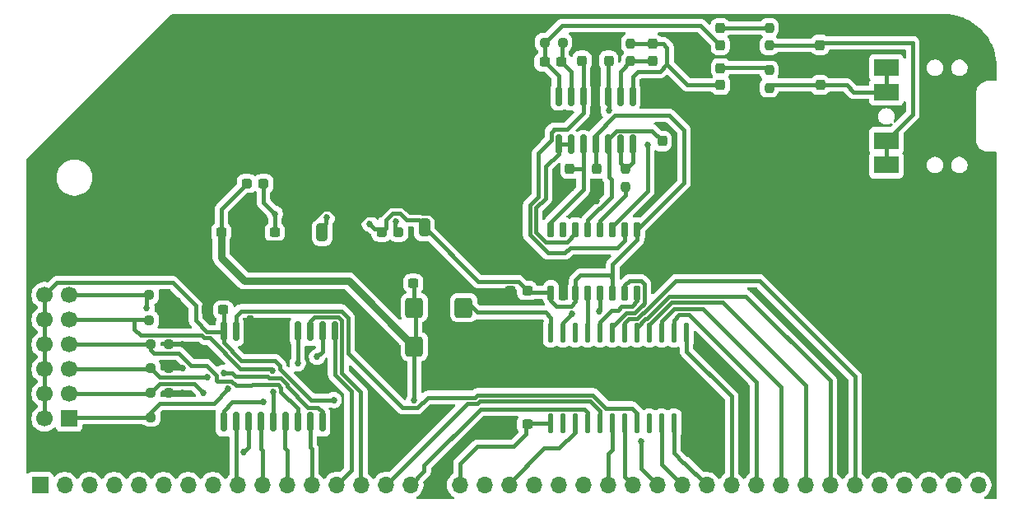
<source format=gbr>
%TF.GenerationSoftware,KiCad,Pcbnew,9.0.1+1*%
%TF.CreationDate,2025-09-01T23:04:51+00:00*%
%TF.ProjectId,rcbus-ymf262,72636275-732d-4796-9d66-3236322e6b69,@version@*%
%TF.SameCoordinates,Original*%
%TF.FileFunction,Copper,L1,Top*%
%TF.FilePolarity,Positive*%
%FSLAX46Y46*%
G04 Gerber Fmt 4.6, Leading zero omitted, Abs format (unit mm)*
G04 Created by KiCad (PCBNEW 9.0.1+1) date 2025-09-01 23:04:51*
%MOMM*%
%LPD*%
G01*
G04 APERTURE LIST*
G04 Aperture macros list*
%AMRoundRect*
0 Rectangle with rounded corners*
0 $1 Rounding radius*
0 $2 $3 $4 $5 $6 $7 $8 $9 X,Y pos of 4 corners*
0 Add a 4 corners polygon primitive as box body*
4,1,4,$2,$3,$4,$5,$6,$7,$8,$9,$2,$3,0*
0 Add four circle primitives for the rounded corners*
1,1,$1+$1,$2,$3*
1,1,$1+$1,$4,$5*
1,1,$1+$1,$6,$7*
1,1,$1+$1,$8,$9*
0 Add four rect primitives between the rounded corners*
20,1,$1+$1,$2,$3,$4,$5,0*
20,1,$1+$1,$4,$5,$6,$7,0*
20,1,$1+$1,$6,$7,$8,$9,0*
20,1,$1+$1,$8,$9,$2,$3,0*%
G04 Aperture macros list end*
%TA.AperFunction,SMDPad,CuDef*%
%ADD10RoundRect,0.237500X0.300000X0.237500X-0.300000X0.237500X-0.300000X-0.237500X0.300000X-0.237500X0*%
%TD*%
%TA.AperFunction,ComponentPad*%
%ADD11R,2.500000X1.800000*%
%TD*%
%TA.AperFunction,ComponentPad*%
%ADD12R,1.800000X2.500000*%
%TD*%
%TA.AperFunction,ComponentPad*%
%ADD13R,1.700000X1.700000*%
%TD*%
%TA.AperFunction,ComponentPad*%
%ADD14C,1.700000*%
%TD*%
%TA.AperFunction,ComponentPad*%
%ADD15O,1.700000X1.700000*%
%TD*%
%TA.AperFunction,SMDPad,CuDef*%
%ADD16RoundRect,0.150000X0.150000X-0.875000X0.150000X0.875000X-0.150000X0.875000X-0.150000X-0.875000X0*%
%TD*%
%TA.AperFunction,SMDPad,CuDef*%
%ADD17RoundRect,0.237500X-0.237500X0.300000X-0.237500X-0.300000X0.237500X-0.300000X0.237500X0.300000X0*%
%TD*%
%TA.AperFunction,SMDPad,CuDef*%
%ADD18RoundRect,0.137500X0.137500X-0.862500X0.137500X0.862500X-0.137500X0.862500X-0.137500X-0.862500X0*%
%TD*%
%TA.AperFunction,SMDPad,CuDef*%
%ADD19RoundRect,0.250000X-0.650000X-0.750000X0.650000X-0.750000X0.650000X0.750000X-0.650000X0.750000X0*%
%TD*%
%TA.AperFunction,SMDPad,CuDef*%
%ADD20RoundRect,0.237500X-0.287500X-0.237500X0.287500X-0.237500X0.287500X0.237500X-0.287500X0.237500X0*%
%TD*%
%TA.AperFunction,SMDPad,CuDef*%
%ADD21RoundRect,0.150000X0.150000X-0.650000X0.150000X0.650000X-0.150000X0.650000X-0.150000X-0.650000X0*%
%TD*%
%TA.AperFunction,SMDPad,CuDef*%
%ADD22RoundRect,0.237500X-0.300000X-0.237500X0.300000X-0.237500X0.300000X0.237500X-0.300000X0.237500X0*%
%TD*%
%TA.AperFunction,SMDPad,CuDef*%
%ADD23RoundRect,0.237500X-0.250000X-0.237500X0.250000X-0.237500X0.250000X0.237500X-0.250000X0.237500X0*%
%TD*%
%TA.AperFunction,SMDPad,CuDef*%
%ADD24RoundRect,0.237500X-0.237500X0.250000X-0.237500X-0.250000X0.237500X-0.250000X0.237500X0.250000X0*%
%TD*%
%TA.AperFunction,SMDPad,CuDef*%
%ADD25RoundRect,0.237500X0.237500X-0.300000X0.237500X0.300000X-0.237500X0.300000X-0.237500X-0.300000X0*%
%TD*%
%TA.AperFunction,SMDPad,CuDef*%
%ADD26RoundRect,0.237500X0.250000X0.237500X-0.250000X0.237500X-0.250000X-0.237500X0.250000X-0.237500X0*%
%TD*%
%TA.AperFunction,SMDPad,CuDef*%
%ADD27RoundRect,0.237500X0.237500X-0.250000X0.237500X0.250000X-0.237500X0.250000X-0.237500X-0.250000X0*%
%TD*%
%TA.AperFunction,SMDPad,CuDef*%
%ADD28RoundRect,0.150000X0.150000X-0.825000X0.150000X0.825000X-0.150000X0.825000X-0.150000X-0.825000X0*%
%TD*%
%TA.AperFunction,SMDPad,CuDef*%
%ADD29RoundRect,0.250000X-0.325000X-0.650000X0.325000X-0.650000X0.325000X0.650000X-0.325000X0.650000X0*%
%TD*%
%TA.AperFunction,SMDPad,CuDef*%
%ADD30RoundRect,0.237500X0.287500X0.237500X-0.287500X0.237500X-0.287500X-0.237500X0.287500X-0.237500X0*%
%TD*%
%TA.AperFunction,ViaPad*%
%ADD31C,0.685800*%
%TD*%
%TA.AperFunction,Conductor*%
%ADD32C,0.381000*%
%TD*%
%TA.AperFunction,Conductor*%
%ADD33C,0.762000*%
%TD*%
G04 APERTURE END LIST*
D10*
%TO.P,C1,1*%
%TO.N,VCC*%
X112112500Y-156750000D03*
%TO.P,C1,2*%
%TO.N,GND*%
X110387500Y-156750000D03*
%TD*%
%TO.P,C7,1*%
%TO.N,+5VA*%
X112112500Y-143000000D03*
%TO.P,C7,2*%
%TO.N,GND*%
X110387500Y-143000000D03*
%TD*%
D11*
%TO.P,CON1,R*%
%TO.N,Net-(C18-Pad1)*%
X149069000Y-130095000D03*
%TO.P,CON1,RN*%
X149069000Y-127595000D03*
D12*
%TO.P,CON1,S*%
%TO.N,GND*%
X154069000Y-125095000D03*
D11*
%TO.P,CON1,T*%
%TO.N,Net-(C17-Pad1)*%
X149069000Y-120095000D03*
%TO.P,CON1,TN*%
X149069000Y-122595000D03*
%TD*%
D13*
%TO.P,JP1,1,Pin_1*%
%TO.N,Net-(JP1-Pin_1)*%
X65000000Y-156160000D03*
D14*
%TO.P,JP1,2,Pin_2*%
%TO.N,VCC*%
X62460000Y-156160000D03*
%TO.P,JP1,3,Pin_3*%
%TO.N,Net-(JP1-Pin_3)*%
X65000000Y-153620000D03*
%TO.P,JP1,4,Pin_4*%
%TO.N,VCC*%
X62460000Y-153620000D03*
%TO.P,JP1,5,Pin_5*%
%TO.N,Net-(JP1-Pin_5)*%
X65000000Y-151080000D03*
%TO.P,JP1,6,Pin_6*%
%TO.N,VCC*%
X62460000Y-151080000D03*
%TO.P,JP1,7,Pin_7*%
%TO.N,Net-(JP1-Pin_7)*%
X65000000Y-148540000D03*
%TO.P,JP1,8,Pin_8*%
%TO.N,VCC*%
X62460000Y-148540000D03*
%TO.P,JP1,9,Pin_9*%
%TO.N,Net-(JP1-Pin_9)*%
X65000000Y-146000000D03*
%TO.P,JP1,10,Pin_10*%
%TO.N,VCC*%
X62460000Y-146000000D03*
%TO.P,JP1,11,Pin_11*%
%TO.N,Net-(JP1-Pin_11)*%
X65000000Y-143460000D03*
%TO.P,JP1,12,Pin_12*%
%TO.N,VCC*%
X62460000Y-143460000D03*
%TD*%
D13*
%TO.P,P1,1,Pin_1*%
%TO.N,unconnected-(P1-Pin_1-Pad1)*%
X62000000Y-163000000D03*
D15*
%TO.P,P1,2,Pin_2*%
%TO.N,unconnected-(P1-Pin_2-Pad2)*%
X64540000Y-163000000D03*
%TO.P,P1,3,Pin_3*%
%TO.N,unconnected-(P1-Pin_3-Pad3)*%
X67080000Y-163000000D03*
%TO.P,P1,4,Pin_4*%
%TO.N,unconnected-(P1-Pin_4-Pad4)*%
X69620000Y-163000000D03*
%TO.P,P1,5,Pin_5*%
%TO.N,unconnected-(P1-Pin_5-Pad5)*%
X72160000Y-163000000D03*
%TO.P,P1,6,Pin_6*%
%TO.N,unconnected-(P1-Pin_6-Pad6)*%
X74700000Y-163000000D03*
%TO.P,P1,7,Pin_7*%
%TO.N,unconnected-(P1-Pin_7-Pad7)*%
X77240000Y-163000000D03*
%TO.P,P1,8,Pin_8*%
%TO.N,unconnected-(P1-Pin_8-Pad8)*%
X79780000Y-163000000D03*
%TO.P,P1,9,Pin_9*%
%TO.N,/A7*%
X82320000Y-163000000D03*
%TO.P,P1,10,Pin_10*%
%TO.N,/A6*%
X84860000Y-163000000D03*
%TO.P,P1,11,Pin_11*%
%TO.N,/A5*%
X87400000Y-163000000D03*
%TO.P,P1,12,Pin_12*%
%TO.N,/A4*%
X89940000Y-163000000D03*
%TO.P,P1,13,Pin_13*%
%TO.N,/A3*%
X92480000Y-163000000D03*
%TO.P,P1,14,Pin_14*%
%TO.N,/A2*%
X95020000Y-163000000D03*
%TO.P,P1,15,Pin_15*%
%TO.N,/A1*%
X97560000Y-163000000D03*
%TO.P,P1,16,Pin_16*%
%TO.N,/A0*%
X100100000Y-163000000D03*
%TO.P,P1,17,Pin_17*%
%TO.N,GND*%
X102640000Y-163000000D03*
%TO.P,P1,18,Pin_18*%
%TO.N,VCC*%
X105180000Y-163000000D03*
%TO.P,P1,19,Pin_19*%
%TO.N,unconnected-(P1-Pin_19-Pad19)*%
X107720000Y-163000000D03*
%TO.P,P1,20,Pin_20*%
%TO.N,/~{RESET}*%
X110260000Y-163000000D03*
%TO.P,P1,21,Pin_21*%
%TO.N,unconnected-(P1-Pin_21-Pad21)*%
X112800000Y-163000000D03*
%TO.P,P1,22,Pin_22*%
%TO.N,/~{INT}*%
X115340000Y-163000000D03*
%TO.P,P1,23,Pin_23*%
%TO.N,unconnected-(P1-Pin_23-Pad23)*%
X117880000Y-163000000D03*
%TO.P,P1,24,Pin_24*%
%TO.N,/~{WR}*%
X120420000Y-163000000D03*
%TO.P,P1,25,Pin_25*%
%TO.N,/~{RD}*%
X122960000Y-163000000D03*
%TO.P,P1,26,Pin_26*%
%TO.N,/~{IORQ}*%
X125500000Y-163000000D03*
%TO.P,P1,27,Pin_27*%
%TO.N,/D0*%
X128040000Y-163000000D03*
%TO.P,P1,28,Pin_28*%
%TO.N,/D1*%
X130580000Y-163000000D03*
%TO.P,P1,29,Pin_29*%
%TO.N,/D2*%
X133120000Y-163000000D03*
%TO.P,P1,30,Pin_30*%
%TO.N,/D3*%
X135660000Y-163000000D03*
%TO.P,P1,31,Pin_31*%
%TO.N,/D4*%
X138200000Y-163000000D03*
%TO.P,P1,32,Pin_32*%
%TO.N,/D5*%
X140740000Y-163000000D03*
%TO.P,P1,33,Pin_33*%
%TO.N,/D6*%
X143280000Y-163000000D03*
%TO.P,P1,34,Pin_34*%
%TO.N,/D7*%
X145820000Y-163000000D03*
%TO.P,P1,35,Pin_35*%
%TO.N,unconnected-(P1-Pin_35-Pad35)*%
X148360000Y-163000000D03*
%TO.P,P1,36,Pin_36*%
%TO.N,unconnected-(P1-Pin_36-Pad36)*%
X150900000Y-163000000D03*
%TO.P,P1,37,Pin_37*%
%TO.N,unconnected-(P1-Pin_37-Pad37)*%
X153440000Y-163000000D03*
%TO.P,P1,38,Pin_38*%
%TO.N,unconnected-(P1-Pin_38-Pad38)*%
X155980000Y-163000000D03*
%TO.P,P1,39,Pin_39*%
%TO.N,unconnected-(P1-Pin_39-Pad39)*%
X158520000Y-163000000D03*
%TD*%
D16*
%TO.P,U1,1,G*%
%TO.N,/~{IORQ}*%
X80880000Y-156500000D03*
%TO.P,U1,2,P0*%
%TO.N,/A7*%
X82150000Y-156500000D03*
%TO.P,U1,3,R0*%
%TO.N,Net-(JP1-Pin_11)*%
X83420000Y-156500000D03*
%TO.P,U1,4,P1*%
%TO.N,/A6*%
X84690000Y-156500000D03*
%TO.P,U1,5,R1*%
%TO.N,Net-(JP1-Pin_9)*%
X85960000Y-156500000D03*
%TO.P,U1,6,P2*%
%TO.N,/A5*%
X87230000Y-156500000D03*
%TO.P,U1,7,R2*%
%TO.N,Net-(JP1-Pin_7)*%
X88500000Y-156500000D03*
%TO.P,U1,8,P3*%
%TO.N,/A4*%
X89770000Y-156500000D03*
%TO.P,U1,9,R3*%
%TO.N,Net-(JP1-Pin_5)*%
X91040000Y-156500000D03*
%TO.P,U1,10,GND*%
%TO.N,GND*%
X92310000Y-156500000D03*
%TO.P,U1,11,P4*%
%TO.N,/A3*%
X92310000Y-147200000D03*
%TO.P,U1,12,R4*%
%TO.N,Net-(JP1-Pin_3)*%
X91040000Y-147200000D03*
%TO.P,U1,13,P5*%
%TO.N,/A2*%
X89770000Y-147200000D03*
%TO.P,U1,14,R5*%
%TO.N,Net-(JP1-Pin_1)*%
X88500000Y-147200000D03*
%TO.P,U1,15,P6*%
%TO.N,GND*%
X87230000Y-147200000D03*
%TO.P,U1,16,R6*%
X85960000Y-147200000D03*
%TO.P,U1,17,P7*%
X84690000Y-147200000D03*
%TO.P,U1,18,R7*%
X83420000Y-147200000D03*
%TO.P,U1,19,P=R*%
%TO.N,/~{CS}*%
X82150000Y-147200000D03*
%TO.P,U1,20,VCC*%
%TO.N,VCC*%
X80880000Y-147200000D03*
%TD*%
D17*
%TO.P,C11,1*%
%TO.N,Net-(U3-AOUT)*%
X126000000Y-127637500D03*
%TO.P,C11,2*%
%TO.N,GND*%
X126000000Y-129362500D03*
%TD*%
%TO.P,C8,1*%
%TO.N,Net-(U3-CV)*%
X116500000Y-130500000D03*
%TO.P,C8,2*%
%TO.N,GND*%
X116500000Y-132225000D03*
%TD*%
%TO.P,C12,1*%
%TO.N,+5VA*%
X119250000Y-130500000D03*
%TO.P,C12,2*%
%TO.N,GND*%
X119250000Y-132225000D03*
%TD*%
D18*
%TO.P,U2,1,VDD*%
%TO.N,VCC*%
X114515000Y-156650000D03*
%TO.P,U2,2,~{IRQ}*%
%TO.N,unconnected-(U2-~{IRQ}-Pad2)*%
X115785000Y-156650000D03*
%TO.P,U2,3,~{IC}*%
%TO.N,/~{RESET}*%
X117055000Y-156650000D03*
%TO.P,U2,4,A_{0}*%
%TO.N,/A0*%
X118325000Y-156650000D03*
%TO.P,U2,5,A_{1}*%
%TO.N,/A1*%
X119595000Y-156650000D03*
%TO.P,U2,6,~{WR}*%
%TO.N,/~{WR}*%
X120865000Y-156650000D03*
%TO.P,U2,7,~{RD}*%
%TO.N,/~{RD}*%
X122135000Y-156650000D03*
%TO.P,U2,8,~{CS}*%
%TO.N,/~{CS}*%
X123405000Y-156650000D03*
%TO.P,U2,9,TEST*%
%TO.N,unconnected-(U2-TEST-Pad9)*%
X124675000Y-156650000D03*
%TO.P,U2,10,D_{0}*%
%TO.N,/D0*%
X125945000Y-156650000D03*
%TO.P,U2,11,D_{1}*%
%TO.N,/D1*%
X127215000Y-156650000D03*
%TO.P,U2,12,GND*%
%TO.N,GND*%
X128485000Y-156650000D03*
%TO.P,U2,13,D_{2}*%
%TO.N,/D2*%
X128485000Y-147350000D03*
%TO.P,U2,14,D_{3}*%
%TO.N,/D3*%
X127215000Y-147350000D03*
%TO.P,U2,15,D_{4}*%
%TO.N,/D4*%
X125945000Y-147350000D03*
%TO.P,U2,16,D_{5}*%
%TO.N,/D5*%
X124675000Y-147350000D03*
%TO.P,U2,17,D_{6}*%
%TO.N,/D6*%
X123405000Y-147350000D03*
%TO.P,U2,18,D_{7}*%
%TO.N,/D7*%
X122135000Y-147350000D03*
%TO.P,U2,19,SMPBD*%
%TO.N,/SMPBD*%
X120865000Y-147350000D03*
%TO.P,U2,20,SMPAC*%
%TO.N,/SMPAC*%
X119595000Y-147350000D03*
%TO.P,U2,21,DOAB*%
%TO.N,/DOAB*%
X118325000Y-147350000D03*
%TO.P,U2,22,DOCD*%
%TO.N,unconnected-(U2-DOCD-Pad22)*%
X117055000Y-147350000D03*
%TO.P,U2,23,\u03A6SY*%
%TO.N,/DAC_CLK*%
X115785000Y-147350000D03*
%TO.P,U2,24,\u03A6M*%
%TO.N,/CLK*%
X114515000Y-147350000D03*
%TD*%
D10*
%TO.P,C6,1*%
%TO.N,VCC*%
X80862500Y-145000000D03*
%TO.P,C6,2*%
%TO.N,GND*%
X79137500Y-145000000D03*
%TD*%
D19*
%TO.P,Y1,1,EN*%
%TO.N,VCC*%
X100500000Y-148750000D03*
%TO.P,Y1,2,GND*%
%TO.N,GND*%
X105580000Y-148750000D03*
%TO.P,Y1,3,OUT*%
%TO.N,/CLK*%
X105580000Y-144750000D03*
%TO.P,Y1,4,Vdd*%
%TO.N,VCC*%
X100500000Y-144750000D03*
%TD*%
D20*
%TO.P,L2,1,1*%
%TO.N,+5VA*%
X97125000Y-137000000D03*
%TO.P,L2,2,2*%
%TO.N,Net-(C3-Pad1)*%
X98875000Y-137000000D03*
%TD*%
D21*
%TO.P,U3,1,VDD*%
%TO.N,+5VA*%
X114555000Y-143250000D03*
%TO.P,U3,2,GND*%
%TO.N,GND*%
X115825000Y-143250000D03*
%TO.P,U3,3,VDD*%
%TO.N,+5VA*%
X117095000Y-143250000D03*
%TO.P,U3,4,DIN*%
%TO.N,/DOAB*%
X118365000Y-143250000D03*
%TO.P,U3,5,CLK*%
%TO.N,/DAC_CLK*%
X119635000Y-143250000D03*
%TO.P,U3,6,FSEL*%
%TO.N,+5VA*%
X120905000Y-143250000D03*
%TO.P,U3,7,SMP2*%
%TO.N,/SMPBD*%
X122175000Y-143250000D03*
%TO.P,U3,8,SMP1*%
%TO.N,/SMPAC*%
X123445000Y-143250000D03*
%TO.P,U3,9,TST1*%
%TO.N,+5VA*%
X123445000Y-136750000D03*
%TO.P,U3,10,CH1*%
%TO.N,/AUDIO_CH1*%
X122175000Y-136750000D03*
%TO.P,U3,11,CH2*%
%TO.N,/AUDIO_CH2*%
X120905000Y-136750000D03*
%TO.P,U3,12,SWIN*%
%TO.N,Net-(U3-SWIN)*%
X119635000Y-136750000D03*
%TO.P,U3,13,AOUT*%
%TO.N,Net-(U3-AOUT)*%
X118365000Y-136750000D03*
%TO.P,U3,14,MP*%
%TO.N,Net-(U3-MP)*%
X117095000Y-136750000D03*
%TO.P,U3,15,TST2*%
%TO.N,unconnected-(U3-TST2-Pad15)*%
X115825000Y-136750000D03*
%TO.P,U3,16,CV*%
%TO.N,Net-(U3-CV)*%
X114555000Y-136750000D03*
%TD*%
D22*
%TO.P,C2,1*%
%TO.N,VCC*%
X80637500Y-137000000D03*
%TO.P,C2,2*%
%TO.N,GND*%
X82362500Y-137000000D03*
%TD*%
D23*
%TO.P,R6,1*%
%TO.N,Net-(JP1-Pin_1)*%
X73400000Y-156020000D03*
%TO.P,R6,2*%
%TO.N,GND*%
X75225000Y-156020000D03*
%TD*%
D17*
%TO.P,C13,1*%
%TO.N,/L*%
X125000000Y-117637500D03*
%TO.P,C13,2*%
%TO.N,Net-(U4C--)*%
X125000000Y-119362500D03*
%TD*%
D24*
%TO.P,R10,1*%
%TO.N,Net-(C15-Pad2)*%
X137000000Y-120337500D03*
%TO.P,R10,2*%
%TO.N,Net-(C17-Pad1)*%
X137000000Y-122162500D03*
%TD*%
D25*
%TO.P,C9,1*%
%TO.N,/AUDIO_CH2*%
X120500000Y-119362500D03*
%TO.P,C9,2*%
%TO.N,GND*%
X120500000Y-117637500D03*
%TD*%
D23*
%TO.P,R5,1*%
%TO.N,Net-(JP1-Pin_3)*%
X73400000Y-153510000D03*
%TO.P,R5,2*%
%TO.N,GND*%
X75225000Y-153510000D03*
%TD*%
D26*
%TO.P,R9,1*%
%TO.N,Net-(U4D--)*%
X115750000Y-117500000D03*
%TO.P,R9,2*%
%TO.N,/R*%
X113925000Y-117500000D03*
%TD*%
D25*
%TO.P,C17,1*%
%TO.N,Net-(C17-Pad1)*%
X142250000Y-121862500D03*
%TO.P,C17,2*%
%TO.N,GND*%
X142250000Y-120137500D03*
%TD*%
D27*
%TO.P,R7,1*%
%TO.N,Net-(U3-SWIN)*%
X122250000Y-132325000D03*
%TO.P,R7,2*%
%TO.N,Net-(U4B--)*%
X122250000Y-130500000D03*
%TD*%
%TO.P,R8,1*%
%TO.N,Net-(U4C--)*%
X122750000Y-119412500D03*
%TO.P,R8,2*%
%TO.N,/L*%
X122750000Y-117587500D03*
%TD*%
D23*
%TO.P,R3,1*%
%TO.N,Net-(JP1-Pin_7)*%
X73400000Y-148490000D03*
%TO.P,R3,2*%
%TO.N,GND*%
X75225000Y-148490000D03*
%TD*%
%TO.P,R1,1*%
%TO.N,Net-(JP1-Pin_11)*%
X73225000Y-143470000D03*
%TO.P,R1,2*%
%TO.N,GND*%
X75050000Y-143470000D03*
%TD*%
D25*
%TO.P,C10,1*%
%TO.N,/AUDIO_CH1*%
X117750000Y-119362500D03*
%TO.P,C10,2*%
%TO.N,GND*%
X117750000Y-117637500D03*
%TD*%
D23*
%TO.P,R2,1*%
%TO.N,Net-(JP1-Pin_9)*%
X73225000Y-146060000D03*
%TO.P,R2,2*%
%TO.N,GND*%
X75050000Y-146060000D03*
%TD*%
D28*
%TO.P,U4,1*%
%TO.N,Net-(U3-MP)*%
X115327500Y-127975000D03*
%TO.P,U4,2,-*%
X116597500Y-127975000D03*
%TO.P,U4,3,+*%
%TO.N,Net-(U3-CV)*%
X117867500Y-127975000D03*
%TO.P,U4,4,V+*%
%TO.N,+5VA*%
X119137500Y-127975000D03*
%TO.P,U4,5,+*%
%TO.N,Net-(U3-AOUT)*%
X120407500Y-127975000D03*
%TO.P,U4,6,-*%
%TO.N,Net-(U4B--)*%
X121677500Y-127975000D03*
%TO.P,U4,7*%
X122947500Y-127975000D03*
%TO.P,U4,8*%
%TO.N,/L*%
X122947500Y-123025000D03*
%TO.P,U4,9,-*%
%TO.N,Net-(U4C--)*%
X121677500Y-123025000D03*
%TO.P,U4,10,+*%
%TO.N,/AUDIO_CH2*%
X120407500Y-123025000D03*
%TO.P,U4,11,V-*%
%TO.N,GND*%
X119137500Y-123025000D03*
%TO.P,U4,12,+*%
%TO.N,/AUDIO_CH1*%
X117867500Y-123025000D03*
%TO.P,U4,13,-*%
%TO.N,Net-(U4D--)*%
X116597500Y-123025000D03*
%TO.P,U4,14*%
%TO.N,/R*%
X115327500Y-123025000D03*
%TD*%
D25*
%TO.P,C16,1*%
%TO.N,/R*%
X131964600Y-117750000D03*
%TO.P,C16,2*%
%TO.N,Net-(C16-Pad2)*%
X131964600Y-116025000D03*
%TD*%
D29*
%TO.P,C4,1*%
%TO.N,Net-(C3-Pad1)*%
X91025000Y-137000000D03*
%TO.P,C4,2*%
%TO.N,GND*%
X93975000Y-137000000D03*
%TD*%
D23*
%TO.P,R4,1*%
%TO.N,Net-(JP1-Pin_5)*%
X73400000Y-151000000D03*
%TO.P,R4,2*%
%TO.N,GND*%
X75225000Y-151000000D03*
%TD*%
D29*
%TO.P,C5,1*%
%TO.N,+5VA*%
X101525000Y-136500000D03*
%TO.P,C5,2*%
%TO.N,GND*%
X104475000Y-136500000D03*
%TD*%
D25*
%TO.P,C18,1*%
%TO.N,Net-(C18-Pad1)*%
X142239600Y-117750000D03*
%TO.P,C18,2*%
%TO.N,GND*%
X142239600Y-116025000D03*
%TD*%
%TO.P,C15,1*%
%TO.N,/L*%
X132000000Y-121862500D03*
%TO.P,C15,2*%
%TO.N,Net-(C15-Pad2)*%
X132000000Y-120137500D03*
%TD*%
D24*
%TO.P,R11,1*%
%TO.N,Net-(C16-Pad2)*%
X137014600Y-115975000D03*
%TO.P,R11,2*%
%TO.N,Net-(C18-Pad1)*%
X137014600Y-117800000D03*
%TD*%
D22*
%TO.P,C19,1*%
%TO.N,VCC*%
X100387500Y-142250000D03*
%TO.P,C19,2*%
%TO.N,GND*%
X102112500Y-142250000D03*
%TD*%
%TO.P,C3,1*%
%TO.N,Net-(C3-Pad1)*%
X86137500Y-137000000D03*
%TO.P,C3,2*%
%TO.N,GND*%
X87862500Y-137000000D03*
%TD*%
D30*
%TO.P,L1,1,1*%
%TO.N,Net-(C3-Pad1)*%
X85000000Y-132000000D03*
%TO.P,L1,2,2*%
%TO.N,VCC*%
X83250000Y-132000000D03*
%TD*%
D10*
%TO.P,C14,1*%
%TO.N,Net-(U4D--)*%
X115612500Y-119500000D03*
%TO.P,C14,2*%
%TO.N,/R*%
X113887500Y-119500000D03*
%TD*%
D31*
%TO.N,VCC*%
X92212600Y-154250000D03*
X100500000Y-154250000D03*
%TO.N,GND*%
X76700000Y-153500000D03*
X76143018Y-144056982D03*
X61000000Y-135000000D03*
X81000000Y-130000000D03*
X71000000Y-135000000D03*
X86000000Y-115000000D03*
X91000000Y-125000000D03*
X81000000Y-125000000D03*
X86000000Y-130000000D03*
X61000000Y-140000000D03*
X76000000Y-115000000D03*
X76000000Y-130000000D03*
X81000000Y-115000000D03*
X97750000Y-157750000D03*
X61000000Y-155000000D03*
X71000000Y-140000000D03*
X128485000Y-158500000D03*
X76700000Y-156000000D03*
X86000000Y-125000000D03*
X66000000Y-125000000D03*
X101000000Y-120000000D03*
X126000000Y-131000000D03*
X76700000Y-148500000D03*
X115800000Y-141400000D03*
X61000000Y-130000000D03*
X119000000Y-120750000D03*
X101000000Y-130000000D03*
X76000000Y-120000000D03*
X83731069Y-145881900D03*
X91000000Y-120000000D03*
X76000000Y-140000000D03*
X106000000Y-115000000D03*
X119250000Y-133750000D03*
X61000000Y-150000000D03*
X96000000Y-120000000D03*
X96000000Y-130000000D03*
X115000000Y-132250000D03*
X66000000Y-140000000D03*
X96000000Y-115000000D03*
X61000000Y-160000000D03*
X101000000Y-115000000D03*
X86000000Y-120000000D03*
X61000000Y-145000000D03*
X143702100Y-115987500D03*
X71000000Y-120000000D03*
X92310001Y-158439999D03*
X106000000Y-120000000D03*
X106000000Y-130000000D03*
X76000000Y-125000000D03*
X91000000Y-115000000D03*
X76700000Y-146000000D03*
X81000000Y-120000000D03*
X96000000Y-125000000D03*
X76700000Y-151000000D03*
X71000000Y-130000000D03*
X91000000Y-130000000D03*
X106000000Y-125000000D03*
X143800000Y-120100000D03*
X76000000Y-135000000D03*
X71000000Y-125000000D03*
X101000000Y-125000000D03*
X66000000Y-135000000D03*
%TO.N,/~{IORQ}*%
X123800000Y-158500000D03*
X85000000Y-154450000D03*
%TO.N,/DAC_CLK*%
X119537412Y-145143729D03*
X116700000Y-145400000D03*
%TO.N,Net-(C3-Pad1)*%
X86150000Y-135100000D03*
X98626500Y-135927200D03*
X91493300Y-135501900D03*
%TO.N,/AUDIO_CH2*%
X124500000Y-128000000D03*
X120500000Y-124500000D03*
%TO.N,+5VA*%
X95928500Y-136136200D03*
%TO.N,Net-(JP1-Pin_1)*%
X88500001Y-150474799D03*
X81368224Y-153118224D03*
%TO.N,Net-(JP1-Pin_9)*%
X85895910Y-151240000D03*
X85983804Y-153449800D03*
%TO.N,Net-(JP1-Pin_11)*%
X72956600Y-144814800D03*
X82937400Y-159600000D03*
%TO.N,Net-(JP1-Pin_3)*%
X78805238Y-153471756D03*
X90500000Y-149817600D03*
%TO.N,Net-(JP1-Pin_5)*%
X80874257Y-151454431D03*
X79176756Y-151880846D03*
%TD*%
D32*
%TO.N,VCC*%
X114515000Y-156650000D02*
X112212500Y-156650000D01*
X80880000Y-145017500D02*
X80862500Y-145000000D01*
X89914144Y-154250000D02*
X92212600Y-154250000D01*
X100500000Y-152000000D02*
X100500000Y-154250000D01*
X100500000Y-149470000D02*
X100620000Y-149350000D01*
X63755500Y-142164500D02*
X75639501Y-142164500D01*
X110750000Y-159000000D02*
X112000000Y-157750000D01*
X80650000Y-136987500D02*
X80637500Y-137000000D01*
X83250000Y-132000000D02*
X82832600Y-132431900D01*
X80880000Y-147200000D02*
X80880000Y-148381974D01*
D33*
X83000000Y-142000000D02*
X80637500Y-139637500D01*
D32*
X86683310Y-150714048D02*
X86683310Y-151019166D01*
X62460000Y-143460000D02*
X62460000Y-156160000D01*
X112000000Y-156750000D02*
X112112500Y-156750000D01*
X62460000Y-143460000D02*
X63755500Y-142164500D01*
X80880000Y-147200000D02*
X80880000Y-145017500D01*
X100500000Y-152000000D02*
X100500000Y-149470000D01*
D33*
X80637500Y-139637500D02*
X80637500Y-137000000D01*
D32*
X107000000Y-159000000D02*
X110750000Y-159000000D01*
X86158741Y-150189479D02*
X86683310Y-150714048D01*
X105180000Y-160820000D02*
X107000000Y-159000000D01*
X80880000Y-148381974D02*
X82687505Y-150189479D01*
X79147876Y-147238600D02*
X80832800Y-147238600D01*
X78000000Y-144524999D02*
X78000000Y-146090724D01*
X100620000Y-144150000D02*
X100620000Y-149350000D01*
X75639501Y-142164500D02*
X78000000Y-144524999D01*
X82687505Y-150189479D02*
X86158741Y-150189479D01*
X78000000Y-146090724D02*
X79147876Y-147238600D01*
X80650000Y-134614500D02*
X80650000Y-136987500D01*
D33*
X93750000Y-142000000D02*
X83000000Y-142000000D01*
D32*
X105180000Y-163000000D02*
X105180000Y-160820000D01*
X112212500Y-156650000D02*
X112112500Y-156750000D01*
D33*
X100500000Y-148750000D02*
X93750000Y-142000000D01*
D32*
X100500000Y-142362500D02*
X100387500Y-142250000D01*
X82832600Y-132431900D02*
X80650000Y-134614500D01*
X86683310Y-151019166D02*
X89914144Y-154250000D01*
X112000000Y-157750000D02*
X112000000Y-156750000D01*
X100500000Y-144750000D02*
X100500000Y-142362500D01*
%TO.N,GND*%
X115825000Y-141425000D02*
X115800000Y-141400000D01*
X86000000Y-149000000D02*
X87230000Y-149000000D01*
X75225000Y-148490000D02*
X76690000Y-148490000D01*
X91644200Y-134458400D02*
X91515100Y-134587500D01*
X82891800Y-137283100D02*
X82362500Y-137000000D01*
X93409200Y-136124600D02*
X93492500Y-136124600D01*
X76690000Y-153510000D02*
X76700000Y-153500000D01*
X75050000Y-143470000D02*
X75556036Y-143470000D01*
X85960000Y-147200000D02*
X85960000Y-148960000D01*
X102264100Y-135101100D02*
X102250600Y-135101100D01*
X95549700Y-135221800D02*
X94701300Y-136070200D01*
X101321500Y-135027500D02*
X102086700Y-135027500D01*
X75225000Y-156020000D02*
X76680000Y-156020000D01*
X101321500Y-135027500D02*
X101284500Y-134990500D01*
X100060600Y-134990500D02*
X99320900Y-134250800D01*
X83666000Y-138047400D02*
X86946200Y-138047400D01*
X119250000Y-132225000D02*
X119250000Y-133750000D01*
X116500000Y-132225000D02*
X115025000Y-132225000D01*
X103169700Y-163000000D02*
X102640000Y-163000000D01*
X75225000Y-153510000D02*
X76690000Y-153510000D01*
X76640000Y-146060000D02*
X76700000Y-146000000D01*
X82901700Y-137283100D02*
X82891800Y-137283100D01*
X103908600Y-135802000D02*
X102965000Y-135802000D01*
X83417900Y-147794174D02*
X83417900Y-149000000D01*
X94701300Y-136070200D02*
X94376100Y-136070200D01*
X83731069Y-146888931D02*
X83731069Y-145881900D01*
X84700000Y-149000000D02*
X86000000Y-149000000D01*
X94348000Y-136098300D02*
X94348000Y-136108600D01*
X115825000Y-143250000D02*
X115825000Y-141425000D01*
X91515100Y-134587500D02*
X91114500Y-134587500D01*
X126000000Y-129362500D02*
X126000000Y-131000000D01*
X102965000Y-135802000D02*
X102264100Y-135101100D01*
X88357000Y-136632600D02*
X88356900Y-136632600D01*
X119137500Y-123025000D02*
X119137500Y-120887500D01*
X94348000Y-136108600D02*
X93975000Y-137000000D01*
X75050000Y-146060000D02*
X76640000Y-146060000D01*
X83731069Y-145731500D02*
X83731069Y-145881900D01*
X91773300Y-134587500D02*
X91872100Y-134587500D01*
X83417900Y-149000000D02*
X84700000Y-149000000D01*
X92310000Y-156500000D02*
X92310001Y-158439999D01*
X93492500Y-136124600D02*
X93513300Y-136145400D01*
X83666000Y-138047400D02*
X82901700Y-137283100D01*
X102134700Y-135037100D02*
X102096300Y-135037100D01*
X75556036Y-143470000D02*
X76143018Y-144056982D01*
X87516900Y-137476700D02*
X87490200Y-137503400D01*
X102144300Y-135046700D02*
X102134700Y-135037100D01*
X84690000Y-148990000D02*
X84700000Y-149000000D01*
X87516900Y-137466800D02*
X87516900Y-137476700D01*
X102209900Y-135073900D02*
X102182700Y-135046700D01*
X119137500Y-120887500D02*
X119000000Y-120750000D01*
X87490200Y-137503400D02*
X86946200Y-138047400D01*
X91644200Y-134458400D02*
X91773300Y-134587500D01*
X102250600Y-135101100D02*
X102223400Y-135073900D01*
X143762500Y-120137500D02*
X143800000Y-120100000D01*
X75225000Y-151000000D02*
X76700000Y-151000000D01*
X128485000Y-156650000D02*
X128485000Y-158500000D01*
X102182700Y-135046700D02*
X102144300Y-135046700D01*
X102223400Y-135073900D02*
X102209900Y-135073900D01*
X142250000Y-120137500D02*
X143762500Y-120137500D01*
X96961100Y-135221800D02*
X95549700Y-135221800D01*
X87230000Y-149000000D02*
X87230000Y-147664200D01*
X87862500Y-137000000D02*
X87516900Y-137466800D01*
X76690000Y-148490000D02*
X76700000Y-148500000D01*
X115025000Y-132225000D02*
X115000000Y-132250000D01*
X91872100Y-134587500D02*
X93409200Y-136124600D01*
X89076300Y-136625700D02*
X88363900Y-136625700D01*
X76680000Y-156020000D02*
X76700000Y-156000000D01*
X84690000Y-147200000D02*
X84690000Y-148990000D01*
X142239600Y-116025000D02*
X143664600Y-116025000D01*
X99320900Y-134250800D02*
X97932100Y-134250800D01*
X88363900Y-136625700D02*
X88357000Y-136632600D01*
X94376100Y-136070200D02*
X94348000Y-136098300D01*
X101284500Y-134990500D02*
X100060600Y-134990500D01*
X91114500Y-134587500D02*
X89076300Y-136625700D01*
X143664600Y-116025000D02*
X143702100Y-115987500D01*
X85960000Y-148960000D02*
X86000000Y-149000000D01*
X88356900Y-136632600D02*
X87862500Y-137000000D01*
X102096300Y-135037100D02*
X102086700Y-135027500D01*
X83424720Y-145731500D02*
X83731069Y-145731500D01*
X97932100Y-134250800D02*
X96961100Y-135221800D01*
X93513300Y-136145400D02*
X93975000Y-137000000D01*
X83420000Y-147200000D02*
X83731069Y-146888931D01*
X104475000Y-136500000D02*
X103908600Y-135802000D01*
%TO.N,/CLK*%
X105880000Y-144150000D02*
X106980000Y-145250000D01*
X114515000Y-145765000D02*
X114515000Y-147350000D01*
X114000000Y-145250000D02*
X114515000Y-145765000D01*
X106980000Y-145250000D02*
X114000000Y-145250000D01*
%TO.N,/D0*%
X125945000Y-156650000D02*
X125945000Y-157650500D01*
X125945000Y-157650500D02*
X125945000Y-160905000D01*
X125945000Y-160905000D02*
X128040000Y-163000000D01*
%TO.N,/D1*%
X128267400Y-160687400D02*
X130580000Y-163000000D01*
X128173848Y-160687400D02*
X128267400Y-160687400D01*
X127200000Y-159713552D02*
X128173848Y-160687400D01*
X127200000Y-156665000D02*
X127200000Y-159713552D01*
%TO.N,/D2*%
X128485000Y-147350000D02*
X128485000Y-149235000D01*
X128485000Y-149235000D02*
X133120000Y-153870000D01*
X133120000Y-153870000D02*
X133120000Y-163000000D01*
%TO.N,/D3*%
X127215000Y-147350000D02*
X127215000Y-146035000D01*
X135660000Y-152379648D02*
X135660000Y-163000000D01*
X127215000Y-146035000D02*
X127750000Y-145500000D01*
X128780352Y-145500000D02*
X135660000Y-152379648D01*
X127750000Y-145500000D02*
X128780352Y-145500000D01*
%TO.N,/D4*%
X130179335Y-144865000D02*
X127227104Y-144865000D01*
X127227104Y-144865000D02*
X125945000Y-146147104D01*
X125945000Y-146147104D02*
X125945000Y-147350000D01*
X138200000Y-152885665D02*
X130179335Y-144865000D01*
X138200000Y-163000000D02*
X138200000Y-152885665D01*
%TO.N,/D5*%
X132230000Y-144230000D02*
X126964078Y-144230000D01*
X140740000Y-152740000D02*
X132230000Y-144230000D01*
X126964078Y-144230000D02*
X124675000Y-146519078D01*
X124675000Y-146519078D02*
X124675000Y-147350000D01*
X140740000Y-163000000D02*
X140740000Y-152740000D01*
%TO.N,/D6*%
X134594000Y-143594000D02*
X126700638Y-143594000D01*
X124292202Y-145904500D02*
X123405000Y-146791702D01*
X126700638Y-143594000D02*
X124390138Y-145904500D01*
X123405000Y-146791702D02*
X123405000Y-147350000D01*
X124390138Y-145904500D02*
X124292202Y-145904500D01*
X143280000Y-163000000D02*
X143280000Y-152280000D01*
X143280000Y-152280000D02*
X134594000Y-143594000D01*
%TO.N,/D7*%
X124024934Y-145269500D02*
X123390934Y-145903500D01*
X127396612Y-142000000D02*
X124127112Y-145269500D01*
X122581501Y-145903500D02*
X122135000Y-146350001D01*
X122135000Y-146350001D02*
X122135000Y-147350000D01*
X136000000Y-142000000D02*
X127396612Y-142000000D01*
X145820000Y-163000000D02*
X145820000Y-151820000D01*
X145820000Y-151820000D02*
X136000000Y-142000000D01*
X123390934Y-145903500D02*
X122581501Y-145903500D01*
X124127112Y-145269500D02*
X124024934Y-145269500D01*
%TO.N,/A1*%
X119595000Y-155345000D02*
X118615000Y-154365000D01*
X105945000Y-154615000D02*
X97560000Y-163000000D01*
X107236974Y-154365000D02*
X106986974Y-154615000D01*
X106986974Y-154615000D02*
X105945000Y-154615000D01*
X118615000Y-154365000D02*
X107236974Y-154365000D01*
X119595000Y-156650000D02*
X119595000Y-155345000D01*
%TO.N,/A4*%
X89770000Y-159070000D02*
X89940000Y-159240000D01*
X89940000Y-159240000D02*
X89940000Y-163000000D01*
X89770000Y-156560000D02*
X89770000Y-159070000D01*
X89800000Y-156530000D02*
X89770000Y-156560000D01*
%TO.N,/A3*%
X94000000Y-161480000D02*
X92480000Y-163000000D01*
X94000000Y-153307629D02*
X94000000Y-161480000D01*
X92300000Y-147210000D02*
X92300000Y-151607629D01*
X92300000Y-151607629D02*
X94000000Y-153307629D01*
%TO.N,/A2*%
X93055500Y-151465103D02*
X95000000Y-153409603D01*
X95000000Y-153409603D02*
X95000000Y-162980000D01*
X90215501Y-145729500D02*
X92710820Y-145729500D01*
X92710820Y-145729500D02*
X93055500Y-146074180D01*
X89770000Y-146175001D02*
X90215501Y-145729500D01*
X95000000Y-162980000D02*
X95020000Y-163000000D01*
X93055500Y-146074180D02*
X93055500Y-151465103D01*
X89770000Y-147200000D02*
X89770000Y-146175001D01*
%TO.N,/A5*%
X87200000Y-156530000D02*
X87200000Y-159200000D01*
X87400000Y-159400000D02*
X87400000Y-163000000D01*
X87200000Y-159200000D02*
X87400000Y-159400000D01*
%TO.N,/A6*%
X84700000Y-156510000D02*
X84700000Y-159300000D01*
X84860000Y-159460000D02*
X84860000Y-163000000D01*
X84700000Y-159300000D02*
X84860000Y-159460000D01*
%TO.N,/A7*%
X82150000Y-162830000D02*
X82320000Y-163000000D01*
X82150000Y-156500000D02*
X82150000Y-162830000D01*
%TO.N,/A0*%
X101521500Y-161578500D02*
X101521500Y-160978500D01*
X100100000Y-163000000D02*
X101521500Y-161578500D01*
X118325000Y-155575000D02*
X118325000Y-156650000D01*
X101521500Y-160978500D02*
X107295500Y-155204500D01*
X107295500Y-155204500D02*
X117954500Y-155204500D01*
X117954500Y-155204500D02*
X118325000Y-155575000D01*
%TO.N,/~{CS}*%
X106973948Y-153730000D02*
X118878026Y-153730000D01*
X106723948Y-153980000D02*
X106973948Y-153730000D01*
X100826152Y-155037400D02*
X101883552Y-153980000D01*
X82150000Y-145598586D02*
X82654086Y-145094500D01*
X101883552Y-153980000D02*
X106723948Y-153980000D01*
X122883200Y-155083200D02*
X123405000Y-155605000D01*
X123405000Y-155605000D02*
X123405000Y-156650000D01*
X82150000Y-147200000D02*
X82150000Y-145598586D01*
X92973846Y-145094500D02*
X93690500Y-145811154D01*
X99287400Y-155037400D02*
X100826152Y-155037400D01*
X93690500Y-149440500D02*
X99287400Y-155037400D01*
X93690500Y-145811154D02*
X93690500Y-149440500D01*
X82654086Y-145094500D02*
X92973846Y-145094500D01*
X120231226Y-155083200D02*
X122883200Y-155083200D01*
X118878026Y-153730000D02*
X120231226Y-155083200D01*
%TO.N,/~{RESET}*%
X115400000Y-159200000D02*
X117055000Y-157545000D01*
X117055000Y-156760000D02*
X117000000Y-156705000D01*
X110260000Y-162825300D02*
X113885300Y-159200000D01*
X113885300Y-159200000D02*
X115400000Y-159200000D01*
X117055000Y-157545000D02*
X117055000Y-156760000D01*
%TO.N,/~{WR}*%
X120865000Y-159335000D02*
X120420000Y-159780000D01*
X120420000Y-159780000D02*
X120420000Y-163000000D01*
X120865000Y-156650000D02*
X120865000Y-159335000D01*
%TO.N,/~{IORQ}*%
X80880000Y-155333552D02*
X81763552Y-154450000D01*
X81763552Y-154450000D02*
X85000000Y-154450000D01*
X125500000Y-163000000D02*
X123800000Y-161300000D01*
X123800000Y-161300000D02*
X123800000Y-158500000D01*
X80880000Y-156500000D02*
X80880000Y-155333552D01*
%TO.N,/~{RD}*%
X122135000Y-157650500D02*
X122135000Y-162175000D01*
X122135000Y-162175000D02*
X122960000Y-163000000D01*
X122135000Y-156650000D02*
X122135000Y-157650500D01*
%TO.N,/DAC_CLK*%
X119635000Y-145046141D02*
X119537412Y-145143729D01*
X115785000Y-147350000D02*
X115785000Y-146315000D01*
X115785000Y-146315000D02*
X116700000Y-145400000D01*
X119635000Y-143250000D02*
X119635000Y-145046141D01*
%TO.N,/R*%
X115327500Y-123025000D02*
X115327500Y-120940000D01*
X113925000Y-119462500D02*
X113887500Y-119500000D01*
X113925000Y-117500000D02*
X113925000Y-119462500D01*
X115675000Y-115750000D02*
X129964600Y-115750000D01*
X129964600Y-115750000D02*
X131964600Y-117750000D01*
X113925000Y-117500000D02*
X115675000Y-115750000D01*
X115327500Y-120940000D02*
X113887500Y-119500000D01*
%TO.N,/L*%
X126500000Y-119750000D02*
X126500000Y-118000000D01*
X124950000Y-117587500D02*
X125000000Y-117637500D01*
X126137500Y-117637500D02*
X125000000Y-117637500D01*
X125750000Y-120500000D02*
X126500000Y-119750000D01*
X126500000Y-118000000D02*
X126137500Y-117637500D01*
X128612500Y-121862500D02*
X132000000Y-121862500D01*
X122947500Y-123025000D02*
X123000000Y-122972500D01*
X122750000Y-117587500D02*
X124950000Y-117587500D01*
X126500000Y-119750000D02*
X128612500Y-121862500D01*
X123500000Y-120500000D02*
X125750000Y-120500000D01*
X123000000Y-122972500D02*
X123000000Y-121000000D01*
X123000000Y-121000000D02*
X123500000Y-120500000D01*
%TO.N,/SMPBD*%
X123997879Y-144497879D02*
X123898529Y-144497879D01*
X122175000Y-143250000D02*
X122175000Y-142450001D01*
X120865000Y-146720561D02*
X120865000Y-147350000D01*
X122175000Y-142450001D02*
X122620501Y-142004500D01*
X124190500Y-142349180D02*
X124190500Y-144305258D01*
X122620501Y-142004500D02*
X123845820Y-142004500D01*
X123898529Y-144497879D02*
X123127908Y-145268500D01*
X123127908Y-145268500D02*
X122317061Y-145268500D01*
X123845820Y-142004500D02*
X124190500Y-142349180D01*
X122317061Y-145268500D02*
X120865000Y-146720561D01*
X124190500Y-144305258D02*
X123997879Y-144497879D01*
%TO.N,/DOAB*%
X118365000Y-143250000D02*
X118325000Y-143290000D01*
X118325000Y-143290000D02*
X118325000Y-147350000D01*
%TO.N,/SMPAC*%
X121443827Y-145013625D02*
X120781069Y-145013625D01*
X119595000Y-146199694D02*
X119595000Y-147350000D01*
X123445000Y-144049999D02*
X122879999Y-144615000D01*
X122879999Y-144615000D02*
X121842452Y-144615000D01*
X120781069Y-145013625D02*
X119595000Y-146199694D01*
X123445000Y-143250000D02*
X123445000Y-144049999D01*
X121842452Y-144615000D02*
X121443827Y-145013625D01*
%TO.N,Net-(C3-Pad1)*%
X86150000Y-136617600D02*
X86150000Y-135100000D01*
X86247000Y-136714600D02*
X86150000Y-136617600D01*
X91398000Y-136108600D02*
X91025000Y-137000000D01*
X85000000Y-133950000D02*
X86150000Y-135100000D01*
X91493300Y-135501900D02*
X91398000Y-135597200D01*
X98875000Y-137000000D02*
X98541900Y-136533100D01*
X85000000Y-132000000D02*
X85000000Y-133950000D01*
X91398000Y-135597200D02*
X91398000Y-136108600D01*
X98541900Y-136533100D02*
X98541900Y-136011800D01*
X98541900Y-136011800D02*
X98626500Y-135927200D01*
%TO.N,Net-(U3-CV)*%
X117867500Y-130500000D02*
X117867500Y-127975000D01*
X116500000Y-130500000D02*
X117867500Y-130500000D01*
X117867500Y-132637501D02*
X117867500Y-130500000D01*
X114555000Y-136750000D02*
X114555000Y-135950001D01*
X114555000Y-135950001D02*
X117867500Y-132637501D01*
%TO.N,Net-(U3-AOUT)*%
X120407500Y-127975000D02*
X120407500Y-127423680D01*
X120500000Y-131311578D02*
X120750000Y-131561578D01*
X121276680Y-126554500D02*
X124917000Y-126554500D01*
X120407500Y-127975000D02*
X120500000Y-128067500D01*
X118365000Y-135748552D02*
X118365000Y-136750000D01*
X120750000Y-131561578D02*
X120750000Y-133363552D01*
X120407500Y-127423680D02*
X121276680Y-126554500D01*
X120500000Y-128067500D02*
X120500000Y-131311578D01*
X124917000Y-126554500D02*
X126000000Y-127637500D01*
X120750000Y-133363552D02*
X118365000Y-135748552D01*
%TO.N,Net-(U4C--)*%
X121677500Y-120485000D02*
X122750000Y-119412500D01*
X122750000Y-119412500D02*
X124950000Y-119412500D01*
X124950000Y-119412500D02*
X125000000Y-119362500D01*
X121677500Y-123025000D02*
X121677500Y-120485000D01*
%TO.N,Net-(U4D--)*%
X115695100Y-119417400D02*
X115612500Y-119500000D01*
X115750000Y-117500000D02*
X115695100Y-117785400D01*
X116597500Y-123025000D02*
X116597500Y-120485000D01*
X115695100Y-117785400D02*
X115695100Y-119417400D01*
X116597500Y-120485000D02*
X115612500Y-119500000D01*
%TO.N,Net-(C15-Pad2)*%
X132078000Y-120059500D02*
X136722000Y-120059500D01*
X136722000Y-120059500D02*
X137000000Y-120337500D01*
X132000000Y-120137500D02*
X132078000Y-120059500D01*
%TO.N,/AUDIO_CH2*%
X124500000Y-132778680D02*
X124500000Y-128000000D01*
X120407500Y-123025000D02*
X120407500Y-119455000D01*
X120905000Y-136750000D02*
X120905000Y-136373680D01*
X120500000Y-123117500D02*
X120407500Y-123025000D01*
X120407500Y-119455000D02*
X120500000Y-119362500D01*
X120905000Y-136373680D02*
X124500000Y-132778680D01*
X120500000Y-124500000D02*
X120500000Y-123117500D01*
%TO.N,+5VA*%
X101525000Y-136500000D02*
X107104500Y-142079500D01*
X116600000Y-144612600D02*
X117095000Y-144117600D01*
X117600000Y-141400000D02*
X120605000Y-141400000D01*
X115117601Y-144612600D02*
X116600000Y-144612600D01*
X96643000Y-136632600D02*
X96424900Y-136632600D01*
X112312500Y-143200000D02*
X114505000Y-143200000D01*
X111192000Y-142079500D02*
X112112500Y-143000000D01*
X97125000Y-137000000D02*
X96643000Y-136632600D01*
X97542400Y-136568000D02*
X97125000Y-137000000D01*
X96424900Y-136632600D02*
X95928500Y-136136200D01*
X101525000Y-136500000D02*
X100995400Y-135713300D01*
X107104500Y-142079500D02*
X111192000Y-142079500D01*
X119137500Y-130387500D02*
X119250000Y-130500000D01*
X117095000Y-144117600D02*
X117095000Y-143250000D01*
X128250000Y-131945000D02*
X123445000Y-136750000D01*
X114555000Y-144049999D02*
X115117601Y-144612600D01*
X120905000Y-141700000D02*
X120905000Y-143250000D01*
X100988100Y-135706000D02*
X99698500Y-135706000D01*
X120905000Y-140295000D02*
X120905000Y-143250000D01*
X120605000Y-141400000D02*
X120905000Y-141700000D01*
X112112500Y-143000000D02*
X112312500Y-143200000D01*
X99005300Y-135012800D02*
X98247700Y-135012800D01*
X97549300Y-136561100D02*
X97542400Y-136568000D01*
X121113552Y-125000000D02*
X126750000Y-125000000D01*
X123445000Y-136750000D02*
X123445000Y-137755000D01*
X119137500Y-127975000D02*
X119137500Y-130387500D01*
X99698500Y-135706000D02*
X99005300Y-135012800D01*
X114555000Y-143250000D02*
X114555000Y-144049999D01*
X117095000Y-143250000D02*
X117095000Y-141905000D01*
X117095000Y-141905000D02*
X117600000Y-141400000D01*
X119137500Y-127975000D02*
X119137500Y-126976052D01*
X119137500Y-126976052D02*
X121113552Y-125000000D01*
X114505000Y-143200000D02*
X114555000Y-143250000D01*
X97549300Y-135711200D02*
X97549300Y-136561100D01*
X97549300Y-135711200D02*
X98247700Y-135012800D01*
X123445000Y-137755000D02*
X120905000Y-140295000D01*
X126750000Y-125000000D02*
X128250000Y-126500000D01*
X100995400Y-135713300D02*
X100988100Y-135706000D01*
X128250000Y-126500000D02*
X128250000Y-131945000D01*
%TO.N,Net-(C16-Pad2)*%
X132440500Y-116000000D02*
X136538700Y-116000000D01*
X132250000Y-116000000D02*
X132440500Y-116000000D01*
X136538700Y-116000000D02*
X136729200Y-116000000D01*
%TO.N,Net-(C17-Pad1)*%
X142037500Y-121862500D02*
X142000000Y-121825000D01*
X137337500Y-121825000D02*
X137000000Y-122162500D01*
X142250000Y-121862500D02*
X142037500Y-121862500D01*
X145695000Y-122595000D02*
X149069000Y-122595000D01*
X149069000Y-122595000D02*
X149069000Y-120095000D01*
X142000000Y-121825000D02*
X137337500Y-121825000D01*
X144962500Y-121862500D02*
X145695000Y-122595000D01*
X142250000Y-121862500D02*
X144962500Y-121862500D01*
%TO.N,Net-(U4B--)*%
X122947500Y-129802500D02*
X122947500Y-127975000D01*
X121677500Y-127975000D02*
X121677500Y-129927500D01*
X121677500Y-129927500D02*
X122250000Y-130500000D01*
X122250000Y-130500000D02*
X122947500Y-129802500D01*
%TO.N,Net-(U3-SWIN)*%
X119635000Y-136750000D02*
X119635000Y-135777500D01*
X119635000Y-135777500D02*
X122250000Y-133162500D01*
X122250000Y-133162500D02*
X122250000Y-132325000D01*
%TO.N,Net-(U3-MP)*%
X114000000Y-133500000D02*
X113000000Y-134500000D01*
X115327500Y-127975000D02*
X115327500Y-128922500D01*
X113000000Y-137000000D02*
X113995500Y-137995500D01*
X115628100Y-127975000D02*
X116296900Y-127975000D01*
X117095000Y-137126320D02*
X117095000Y-136750000D01*
X113000000Y-134500000D02*
X113000000Y-137000000D01*
X116225820Y-137995500D02*
X117095000Y-137126320D01*
X115437600Y-127975000D02*
X115628100Y-127975000D01*
X113995500Y-137995500D02*
X116225820Y-137995500D01*
X116296900Y-127975000D02*
X116487400Y-127975000D01*
X114000000Y-130250000D02*
X114000000Y-133500000D01*
X115327500Y-128922500D02*
X114000000Y-130250000D01*
%TO.N,Net-(C18-Pad1)*%
X137490500Y-117775000D02*
X141763700Y-117775000D01*
X151750000Y-117500000D02*
X151750000Y-124914000D01*
X141763700Y-117775000D02*
X141954200Y-117775000D01*
X151750000Y-124914000D02*
X149069000Y-127595000D01*
X142239600Y-117750000D02*
X142489600Y-117500000D01*
X149069000Y-130095000D02*
X149069000Y-127595000D01*
X137300000Y-117775000D02*
X137490500Y-117775000D01*
X142489600Y-117500000D02*
X151750000Y-117500000D01*
%TO.N,Net-(JP1-Pin_1)*%
X74275352Y-154624648D02*
X79861800Y-154624648D01*
X72911600Y-156067000D02*
X65850000Y-156067000D01*
X73400000Y-156020000D02*
X73400000Y-155500000D01*
X88500000Y-147200000D02*
X88500001Y-150474799D01*
X73400000Y-155500000D02*
X74275352Y-154624648D01*
X65850000Y-156067000D02*
X65659500Y-156067000D01*
X73102100Y-156067000D02*
X72911600Y-156067000D01*
X79861800Y-154624648D02*
X81368224Y-153118224D01*
X73400000Y-156020000D02*
X73102100Y-156067000D01*
%TO.N,Net-(JP1-Pin_9)*%
X71765010Y-146060000D02*
X71718010Y-146013000D01*
X78884850Y-147873600D02*
X79473600Y-147873600D01*
X85696110Y-151040200D02*
X85895910Y-151240000D01*
X73178000Y-146013000D02*
X73225000Y-146060000D01*
X72319500Y-147569500D02*
X78580750Y-147569500D01*
X85960000Y-153473604D02*
X85983804Y-153449800D01*
X65013000Y-146013000D02*
X71718010Y-146013000D01*
X71718010Y-146013000D02*
X73178000Y-146013000D01*
X71718010Y-146013000D02*
X71718010Y-146968010D01*
X85960000Y-156500000D02*
X85960000Y-153473604D01*
X71718010Y-146968010D02*
X72319500Y-147569500D01*
X78580750Y-147569500D02*
X78884850Y-147873600D01*
X82640200Y-151040200D02*
X85696110Y-151040200D01*
X79473600Y-147873600D02*
X82640200Y-151040200D01*
%TO.N,Net-(JP1-Pin_7)*%
X72911600Y-148537000D02*
X72832700Y-148537000D01*
X72832700Y-148537000D02*
X72829700Y-148540000D01*
X83837600Y-152662400D02*
X83712600Y-152787400D01*
X79118462Y-150709000D02*
X77522552Y-150709000D01*
X76224052Y-149410500D02*
X73710500Y-149410500D01*
X86787400Y-152964712D02*
X86485088Y-152662400D01*
X73102100Y-148537000D02*
X72911600Y-148537000D01*
X81694376Y-152330824D02*
X80214234Y-152330824D01*
X73400000Y-149100000D02*
X73400000Y-148490000D01*
X73400000Y-148490000D02*
X73102100Y-148537000D01*
X77522552Y-150709000D02*
X76224052Y-149410500D01*
X88500000Y-155100000D02*
X86787400Y-153387400D01*
X80135000Y-152251590D02*
X80135000Y-151725538D01*
X83712600Y-152787400D02*
X82150952Y-152787400D01*
X88500000Y-155898680D02*
X88500000Y-155100000D01*
X73710500Y-149410500D02*
X73400000Y-149100000D01*
X80214234Y-152330824D02*
X80135000Y-152251590D01*
X86485088Y-152662400D02*
X83837600Y-152662400D01*
X72829700Y-148540000D02*
X65000000Y-148540000D01*
X86787400Y-153387400D02*
X86787400Y-152964712D01*
X80135000Y-151725538D02*
X79118462Y-150709000D01*
X82150952Y-152787400D02*
X81694376Y-152330824D01*
%TO.N,Net-(JP1-Pin_11)*%
X72929400Y-143936800D02*
X73225000Y-143470000D01*
X72927100Y-143460000D02*
X72736600Y-143460000D01*
X83420000Y-156500000D02*
X83420000Y-159117400D01*
X72736600Y-143460000D02*
X65000000Y-143460000D01*
X72956600Y-144814800D02*
X72929400Y-144787600D01*
X72929400Y-144787600D02*
X72929400Y-143936800D01*
X83420000Y-159117400D02*
X82937400Y-159600000D01*
%TO.N,Net-(JP1-Pin_3)*%
X91040000Y-147200000D02*
X91040000Y-149277600D01*
X91040000Y-149277600D02*
X90500000Y-149817600D01*
X65063000Y-153557000D02*
X65000000Y-153620000D01*
X73400000Y-153510000D02*
X73779900Y-153078000D01*
X73779900Y-153078000D02*
X74302400Y-152555500D01*
X77888982Y-152555500D02*
X78805238Y-153471756D01*
X73400000Y-153510000D02*
X73102100Y-153557000D01*
X73102100Y-153557000D02*
X65063000Y-153557000D01*
X74302400Y-152555500D02*
X77888982Y-152555500D01*
%TO.N,Net-(JP1-Pin_5)*%
X80919826Y-151500000D02*
X80874257Y-151454431D01*
X87422400Y-152873222D02*
X87422400Y-152660822D01*
X79137102Y-151920500D02*
X79176756Y-151880846D01*
X73400000Y-151000000D02*
X74320500Y-151920500D01*
X87422400Y-152660822D02*
X86788978Y-152027400D01*
X86788978Y-152027400D02*
X85569758Y-152027400D01*
X85369958Y-151827600D02*
X82089178Y-151827600D01*
X90594499Y-155029500D02*
X89578678Y-155029500D01*
X91040000Y-156500000D02*
X91040000Y-155475001D01*
X81761578Y-151500000D02*
X80919826Y-151500000D01*
X73400000Y-151000000D02*
X73102100Y-151047000D01*
X65033000Y-151047000D02*
X65000000Y-151080000D01*
X85569758Y-152027400D02*
X85369958Y-151827600D01*
X74320500Y-151920500D02*
X79137102Y-151920500D01*
X89578678Y-155029500D02*
X87422400Y-152873222D01*
X91040000Y-155475001D02*
X90594499Y-155029500D01*
X82089178Y-151827600D02*
X81761578Y-151500000D01*
X73102100Y-151047000D02*
X65033000Y-151047000D01*
%TO.N,/AUDIO_CH1*%
X116519346Y-138600000D02*
X115984346Y-139135000D01*
X114940800Y-126427900D02*
X116172100Y-126427900D01*
X113250000Y-128907200D02*
X114091800Y-128065400D01*
X114858700Y-126455700D02*
X114866900Y-126455700D01*
X114883200Y-126439400D02*
X114906200Y-126439400D01*
X117867500Y-124732500D02*
X117867500Y-123025000D01*
X117867500Y-123025000D02*
X117867500Y-119480000D01*
X114100800Y-127983300D02*
X114582000Y-127502100D01*
X114582000Y-126724300D02*
X114834300Y-126472000D01*
X116172100Y-126427900D02*
X117867500Y-124732500D01*
X114866900Y-126455700D02*
X114883200Y-126439400D01*
X112365000Y-137263026D02*
X112365000Y-134236974D01*
X114582000Y-127502100D02*
X114582000Y-126724300D01*
X114834300Y-126472000D02*
X114842400Y-126472000D01*
X114935100Y-126433600D02*
X114940800Y-126427900D01*
X114236974Y-139135000D02*
X112365000Y-137263026D01*
X112365000Y-134236974D02*
X113250000Y-133351974D01*
X114091800Y-128028800D02*
X114100800Y-128019800D01*
X114100800Y-128019800D02*
X114100800Y-127983300D01*
X122175000Y-137825000D02*
X121400000Y-138600000D01*
X122175000Y-136750000D02*
X122175000Y-137825000D01*
X114842400Y-126472000D02*
X114858700Y-126455700D01*
X114091800Y-128065400D02*
X114091800Y-128028800D01*
X113250000Y-133351974D02*
X113250000Y-128907200D01*
X117867500Y-119480000D02*
X117750000Y-119362500D01*
X115984346Y-139135000D02*
X114236974Y-139135000D01*
X121400000Y-138600000D02*
X116519346Y-138600000D01*
X114912000Y-126433600D02*
X114935100Y-126433600D01*
X114906200Y-126439400D02*
X114912000Y-126433600D01*
%TD*%
%TA.AperFunction,Conductor*%
%TO.N,GND*%
G36*
X111107915Y-155897760D02*
G01*
X111115835Y-155896472D01*
X111141492Y-155907619D01*
X111168337Y-155915502D01*
X111173591Y-155921566D01*
X111180951Y-155924764D01*
X111196508Y-155948013D01*
X111214830Y-155969158D01*
X111215972Y-155977100D01*
X111220434Y-155983769D01*
X111220952Y-156011737D01*
X111224934Y-156039432D01*
X111221633Y-156048536D01*
X111221749Y-156054754D01*
X111207457Y-156087646D01*
X111139092Y-156198483D01*
X111139091Y-156198486D01*
X111084827Y-156362240D01*
X111084825Y-156362252D01*
X111074500Y-156463314D01*
X111074500Y-157036677D01*
X111084825Y-157137753D01*
X111139090Y-157301512D01*
X111139091Y-157301514D01*
X111139092Y-157301516D01*
X111213512Y-157422170D01*
X111232249Y-157490649D01*
X111210990Y-157558387D01*
X111195367Y-157577411D01*
X110500681Y-158272096D01*
X110438371Y-158306120D01*
X110411588Y-158309000D01*
X106931938Y-158309000D01*
X106798442Y-158335555D01*
X106798439Y-158335556D01*
X106672688Y-158387644D01*
X106559518Y-158463262D01*
X106559516Y-158463263D01*
X104643267Y-160379510D01*
X104643266Y-160379512D01*
X104582135Y-160471001D01*
X104567645Y-160492686D01*
X104567644Y-160492688D01*
X104515556Y-160618439D01*
X104515555Y-160618442D01*
X104489000Y-160751938D01*
X104489000Y-161768531D01*
X104468998Y-161836652D01*
X104437061Y-161870467D01*
X104300205Y-161969898D01*
X104300202Y-161969900D01*
X104149900Y-162120202D01*
X104149898Y-162120205D01*
X104024951Y-162292180D01*
X103928444Y-162481586D01*
X103928443Y-162481588D01*
X103871700Y-162656225D01*
X103862754Y-162683757D01*
X103829500Y-162893713D01*
X103829500Y-163106287D01*
X103862754Y-163316243D01*
X103928443Y-163518412D01*
X104024949Y-163707816D01*
X104149896Y-163879792D01*
X104149898Y-163879794D01*
X104149900Y-163879797D01*
X104300202Y-164030099D01*
X104300205Y-164030101D01*
X104300208Y-164030104D01*
X104472184Y-164155051D01*
X104533383Y-164186233D01*
X104584998Y-164234981D01*
X104602064Y-164303896D01*
X104579163Y-164371098D01*
X104523566Y-164415250D01*
X104476180Y-164424500D01*
X100803820Y-164424500D01*
X100735699Y-164404498D01*
X100689206Y-164350842D01*
X100679102Y-164280568D01*
X100708596Y-164215988D01*
X100746615Y-164186234D01*
X100807816Y-164155051D01*
X100979792Y-164030104D01*
X101130104Y-163879792D01*
X101255051Y-163707816D01*
X101351557Y-163518412D01*
X101417246Y-163316243D01*
X101450500Y-163106287D01*
X101450500Y-162893713D01*
X101424037Y-162726634D01*
X101433137Y-162656225D01*
X101459391Y-162617829D01*
X101733994Y-162343226D01*
X102058235Y-162018986D01*
X102133856Y-161905811D01*
X102185945Y-161780057D01*
X102212500Y-161646558D01*
X102212500Y-161316912D01*
X102232502Y-161248791D01*
X102249405Y-161227817D01*
X107544817Y-155932405D01*
X107607129Y-155898379D01*
X107633912Y-155895500D01*
X111100216Y-155895500D01*
X111107915Y-155897760D01*
G37*
%TD.AperFunction*%
%TA.AperFunction,Conductor*%
G36*
X155002611Y-114575608D02*
G01*
X155442760Y-114593812D01*
X155453109Y-114594669D01*
X155887674Y-114648838D01*
X155897938Y-114650551D01*
X156326544Y-114740420D01*
X156336612Y-114742969D01*
X156756351Y-114867931D01*
X156766183Y-114871307D01*
X156923625Y-114932741D01*
X157174138Y-115030492D01*
X157183675Y-115034675D01*
X157577094Y-115227006D01*
X157586252Y-115231962D01*
X157962439Y-115456120D01*
X157971158Y-115461816D01*
X158327560Y-115716282D01*
X158335767Y-115722669D01*
X158669954Y-116005712D01*
X158677602Y-116012754D01*
X158987245Y-116322397D01*
X158994288Y-116330046D01*
X159277327Y-116664229D01*
X159283717Y-116672439D01*
X159538183Y-117028841D01*
X159543879Y-117037560D01*
X159768037Y-117413747D01*
X159772993Y-117422905D01*
X159965324Y-117816324D01*
X159969507Y-117825861D01*
X160128689Y-118233807D01*
X160132071Y-118243657D01*
X160257026Y-118663373D01*
X160259582Y-118673468D01*
X160349447Y-119102057D01*
X160351161Y-119112329D01*
X160405328Y-119546876D01*
X160406188Y-119557254D01*
X160424392Y-119997388D01*
X160424500Y-120002595D01*
X160424500Y-121337500D01*
X160404498Y-121405621D01*
X160350842Y-121452114D01*
X160298500Y-121463500D01*
X159536531Y-121463500D01*
X159512000Y-121463500D01*
X159416102Y-121463500D01*
X159226667Y-121493503D01*
X159226664Y-121493503D01*
X159226663Y-121493504D01*
X159044259Y-121552771D01*
X158873363Y-121639847D01*
X158718197Y-121752582D01*
X158718194Y-121752584D01*
X158582584Y-121888194D01*
X158582582Y-121888197D01*
X158469847Y-122043363D01*
X158382771Y-122214259D01*
X158349423Y-122316893D01*
X158323503Y-122396667D01*
X158293500Y-122586102D01*
X158293500Y-122666982D01*
X158293500Y-127483469D01*
X158293500Y-127508000D01*
X158293500Y-127603898D01*
X158323503Y-127793333D01*
X158382772Y-127975742D01*
X158469845Y-128146633D01*
X158582580Y-128301800D01*
X158582582Y-128301802D01*
X158582584Y-128301805D01*
X158718194Y-128437415D01*
X158718197Y-128437417D01*
X158718200Y-128437420D01*
X158873367Y-128550155D01*
X159044258Y-128637228D01*
X159226667Y-128696497D01*
X159416102Y-128726500D01*
X159496982Y-128726500D01*
X160298500Y-128726500D01*
X160366621Y-128746502D01*
X160413114Y-128800158D01*
X160424500Y-128852500D01*
X160424500Y-164298500D01*
X160404498Y-164366621D01*
X160350842Y-164413114D01*
X160298500Y-164424500D01*
X159223820Y-164424500D01*
X159155699Y-164404498D01*
X159109206Y-164350842D01*
X159099102Y-164280568D01*
X159128596Y-164215988D01*
X159166615Y-164186234D01*
X159227816Y-164155051D01*
X159399792Y-164030104D01*
X159550104Y-163879792D01*
X159675051Y-163707816D01*
X159771557Y-163518412D01*
X159837246Y-163316243D01*
X159870500Y-163106287D01*
X159870500Y-162893713D01*
X159837246Y-162683757D01*
X159771557Y-162481588D01*
X159675051Y-162292184D01*
X159550104Y-162120208D01*
X159550101Y-162120205D01*
X159550099Y-162120202D01*
X159399797Y-161969900D01*
X159399794Y-161969898D01*
X159399792Y-161969896D01*
X159262939Y-161870467D01*
X159227819Y-161844951D01*
X159227818Y-161844950D01*
X159227816Y-161844949D01*
X159038412Y-161748443D01*
X158836243Y-161682754D01*
X158626287Y-161649500D01*
X158413713Y-161649500D01*
X158203757Y-161682754D01*
X158203754Y-161682754D01*
X158203753Y-161682755D01*
X158001588Y-161748443D01*
X158001586Y-161748444D01*
X157812180Y-161844951D01*
X157640205Y-161969898D01*
X157640202Y-161969900D01*
X157489900Y-162120202D01*
X157489898Y-162120205D01*
X157364949Y-162292183D01*
X157362265Y-162297451D01*
X157313516Y-162349065D01*
X157244600Y-162366129D01*
X157177399Y-162343226D01*
X157137735Y-162297451D01*
X157135050Y-162292183D01*
X157135048Y-162292180D01*
X157010104Y-162120208D01*
X157010101Y-162120205D01*
X157010099Y-162120202D01*
X156859797Y-161969900D01*
X156859794Y-161969898D01*
X156859792Y-161969896D01*
X156722939Y-161870467D01*
X156687819Y-161844951D01*
X156687818Y-161844950D01*
X156687816Y-161844949D01*
X156498412Y-161748443D01*
X156296243Y-161682754D01*
X156086287Y-161649500D01*
X155873713Y-161649500D01*
X155663757Y-161682754D01*
X155663754Y-161682754D01*
X155663753Y-161682755D01*
X155461588Y-161748443D01*
X155461586Y-161748444D01*
X155272180Y-161844951D01*
X155100205Y-161969898D01*
X155100202Y-161969900D01*
X154949900Y-162120202D01*
X154949898Y-162120205D01*
X154824949Y-162292183D01*
X154822265Y-162297451D01*
X154773516Y-162349065D01*
X154704600Y-162366129D01*
X154637399Y-162343226D01*
X154597735Y-162297451D01*
X154595050Y-162292183D01*
X154595048Y-162292180D01*
X154470104Y-162120208D01*
X154470101Y-162120205D01*
X154470099Y-162120202D01*
X154319797Y-161969900D01*
X154319794Y-161969898D01*
X154319792Y-161969896D01*
X154182939Y-161870467D01*
X154147819Y-161844951D01*
X154147818Y-161844950D01*
X154147816Y-161844949D01*
X153958412Y-161748443D01*
X153756243Y-161682754D01*
X153546287Y-161649500D01*
X153333713Y-161649500D01*
X153123757Y-161682754D01*
X153123754Y-161682754D01*
X153123753Y-161682755D01*
X152921588Y-161748443D01*
X152921586Y-161748444D01*
X152732180Y-161844951D01*
X152560205Y-161969898D01*
X152560202Y-161969900D01*
X152409900Y-162120202D01*
X152409898Y-162120205D01*
X152284949Y-162292183D01*
X152282265Y-162297451D01*
X152233516Y-162349065D01*
X152164600Y-162366129D01*
X152097399Y-162343226D01*
X152057735Y-162297451D01*
X152055050Y-162292183D01*
X152055048Y-162292180D01*
X151930104Y-162120208D01*
X151930101Y-162120205D01*
X151930099Y-162120202D01*
X151779797Y-161969900D01*
X151779794Y-161969898D01*
X151779792Y-161969896D01*
X151642939Y-161870467D01*
X151607819Y-161844951D01*
X151607818Y-161844950D01*
X151607816Y-161844949D01*
X151418412Y-161748443D01*
X151216243Y-161682754D01*
X151006287Y-161649500D01*
X150793713Y-161649500D01*
X150583757Y-161682754D01*
X150583754Y-161682754D01*
X150583753Y-161682755D01*
X150381588Y-161748443D01*
X150381586Y-161748444D01*
X150192180Y-161844951D01*
X150020205Y-161969898D01*
X150020202Y-161969900D01*
X149869900Y-162120202D01*
X149869898Y-162120205D01*
X149744949Y-162292183D01*
X149742265Y-162297451D01*
X149693516Y-162349065D01*
X149624600Y-162366129D01*
X149557399Y-162343226D01*
X149517735Y-162297451D01*
X149515050Y-162292183D01*
X149515048Y-162292180D01*
X149390104Y-162120208D01*
X149390101Y-162120205D01*
X149390099Y-162120202D01*
X149239797Y-161969900D01*
X149239794Y-161969898D01*
X149239792Y-161969896D01*
X149102939Y-161870467D01*
X149067819Y-161844951D01*
X149067818Y-161844950D01*
X149067816Y-161844949D01*
X148878412Y-161748443D01*
X148676243Y-161682754D01*
X148466287Y-161649500D01*
X148253713Y-161649500D01*
X148043757Y-161682754D01*
X148043754Y-161682754D01*
X148043753Y-161682755D01*
X147841588Y-161748443D01*
X147841586Y-161748444D01*
X147652180Y-161844951D01*
X147480205Y-161969898D01*
X147480202Y-161969900D01*
X147329900Y-162120202D01*
X147329898Y-162120205D01*
X147204949Y-162292183D01*
X147202265Y-162297451D01*
X147153516Y-162349065D01*
X147084600Y-162366129D01*
X147017399Y-162343226D01*
X146977735Y-162297451D01*
X146975050Y-162292183D01*
X146975048Y-162292180D01*
X146850104Y-162120208D01*
X146850101Y-162120205D01*
X146850099Y-162120202D01*
X146699797Y-161969900D01*
X146699794Y-161969898D01*
X146699792Y-161969896D01*
X146562939Y-161870467D01*
X146519585Y-161814245D01*
X146511000Y-161768531D01*
X146511000Y-151751941D01*
X146510999Y-151751938D01*
X146509934Y-151746585D01*
X146484445Y-151618443D01*
X146432356Y-151492689D01*
X146424777Y-151481346D01*
X146424777Y-151481345D01*
X146394497Y-151436028D01*
X146356735Y-151379513D01*
X146356730Y-151379508D01*
X146356728Y-151379505D01*
X136440494Y-141463271D01*
X136440488Y-141463266D01*
X136390200Y-141429665D01*
X136327311Y-141387644D01*
X136201560Y-141335556D01*
X136201557Y-141335555D01*
X136068061Y-141309000D01*
X136068058Y-141309000D01*
X127328554Y-141309000D01*
X127328550Y-141309000D01*
X127195054Y-141335555D01*
X127195051Y-141335556D01*
X127069300Y-141387644D01*
X126956123Y-141463266D01*
X126956117Y-141463271D01*
X125096595Y-143322794D01*
X125034283Y-143356820D01*
X124963468Y-143351755D01*
X124906632Y-143309208D01*
X124881821Y-143242688D01*
X124881500Y-143233699D01*
X124881500Y-142281121D01*
X124881499Y-142281118D01*
X124854945Y-142147623D01*
X124802856Y-142021869D01*
X124770241Y-141973057D01*
X124727235Y-141908693D01*
X124727234Y-141908692D01*
X124727231Y-141908688D01*
X124286314Y-141467771D01*
X124286308Y-141467766D01*
X124286305Y-141467764D01*
X124173131Y-141392144D01*
X124162267Y-141387644D01*
X124047380Y-141340056D01*
X124047379Y-141340055D01*
X124020186Y-141334646D01*
X124006591Y-141331942D01*
X124006590Y-141331941D01*
X123913881Y-141313500D01*
X123913878Y-141313500D01*
X122552443Y-141313500D01*
X122552439Y-141313500D01*
X122459730Y-141331941D01*
X122459730Y-141331942D01*
X122449533Y-141333970D01*
X122418941Y-141340055D01*
X122418940Y-141340056D01*
X122293189Y-141392144D01*
X122180016Y-141467764D01*
X122180014Y-141467765D01*
X121811095Y-141836684D01*
X121748783Y-141870709D01*
X121677967Y-141865644D01*
X121621132Y-141823097D01*
X121596321Y-141756577D01*
X121596000Y-141747588D01*
X121596000Y-140633412D01*
X121616002Y-140565291D01*
X121632905Y-140544317D01*
X122742290Y-139434932D01*
X123981735Y-138195487D01*
X124057356Y-138082312D01*
X124109445Y-137956558D01*
X124118525Y-137910908D01*
X124136000Y-137823058D01*
X124136000Y-137788536D01*
X124137291Y-137779588D01*
X124146329Y-137759821D01*
X124153547Y-137733439D01*
X124171242Y-137703520D01*
X124196744Y-137660398D01*
X124242598Y-137502569D01*
X124245500Y-137465694D01*
X124245500Y-136978912D01*
X124265502Y-136910791D01*
X124282405Y-136889817D01*
X128786728Y-132385494D01*
X128786735Y-132385487D01*
X128862356Y-132272311D01*
X128914445Y-132146557D01*
X128922793Y-132104588D01*
X128941000Y-132013058D01*
X128941000Y-126431942D01*
X128914445Y-126298443D01*
X128862356Y-126172689D01*
X128823150Y-126114013D01*
X128786735Y-126059513D01*
X128786734Y-126059512D01*
X128786731Y-126059508D01*
X127190494Y-124463271D01*
X127190488Y-124463266D01*
X127147246Y-124434373D01*
X127077311Y-124387644D01*
X126965422Y-124341298D01*
X126951560Y-124335556D01*
X126951557Y-124335555D01*
X126818061Y-124309000D01*
X126818058Y-124309000D01*
X123802693Y-124309000D01*
X123734572Y-124288998D01*
X123688079Y-124235342D01*
X123677975Y-124165068D01*
X123694239Y-124118861D01*
X123699244Y-124110398D01*
X123745098Y-123952569D01*
X123748000Y-123915694D01*
X123748000Y-122134306D01*
X123745098Y-122097431D01*
X123699244Y-121939602D01*
X123699243Y-121939600D01*
X123697032Y-121931990D01*
X123698670Y-121931514D01*
X123691000Y-121894458D01*
X123691000Y-121338411D01*
X123699783Y-121308495D01*
X123706412Y-121278026D01*
X123710226Y-121272930D01*
X123711002Y-121270290D01*
X123727905Y-121249316D01*
X123749316Y-121227905D01*
X123811628Y-121193879D01*
X123838411Y-121191000D01*
X125818058Y-121191000D01*
X125951557Y-121164445D01*
X126077311Y-121112356D01*
X126099760Y-121097356D01*
X126190487Y-121036735D01*
X126410906Y-120816315D01*
X126473216Y-120782292D01*
X126544032Y-120787356D01*
X126589095Y-120816317D01*
X128172008Y-122399231D01*
X128172012Y-122399234D01*
X128265464Y-122461676D01*
X128265466Y-122461678D01*
X128285185Y-122474854D01*
X128285187Y-122474855D01*
X128285189Y-122474856D01*
X128410943Y-122526945D01*
X128544442Y-122553500D01*
X131066253Y-122553500D01*
X131134374Y-122573502D01*
X131173493Y-122613352D01*
X131179658Y-122623347D01*
X131179665Y-122623356D01*
X131301643Y-122745334D01*
X131301649Y-122745339D01*
X131301650Y-122745340D01*
X131448484Y-122835908D01*
X131448486Y-122835908D01*
X131448487Y-122835909D01*
X131612240Y-122890172D01*
X131612241Y-122890172D01*
X131612247Y-122890174D01*
X131713323Y-122900500D01*
X132286676Y-122900499D01*
X132286677Y-122900499D01*
X132387753Y-122890174D01*
X132438524Y-122873350D01*
X132551516Y-122835908D01*
X132698350Y-122745340D01*
X132820340Y-122623350D01*
X132910908Y-122476516D01*
X132965174Y-122312753D01*
X132975500Y-122211677D01*
X132975499Y-121513324D01*
X132973474Y-121493504D01*
X132965174Y-121412246D01*
X132910909Y-121248487D01*
X132910908Y-121248486D01*
X132910908Y-121248484D01*
X132820340Y-121101650D01*
X132807785Y-121089095D01*
X132773760Y-121026787D01*
X132778823Y-120955971D01*
X132793079Y-120928576D01*
X132799619Y-120919070D01*
X132820340Y-120898350D01*
X132876270Y-120807672D01*
X132878057Y-120805076D01*
X132903257Y-120784592D01*
X132927403Y-120762875D01*
X132930974Y-120762063D01*
X132933149Y-120760296D01*
X132944175Y-120759063D01*
X132981858Y-120750500D01*
X135948065Y-120750500D01*
X136016186Y-120770502D01*
X136062679Y-120824158D01*
X136067669Y-120836867D01*
X136089090Y-120901512D01*
X136089091Y-120901514D01*
X136089092Y-120901516D01*
X136156575Y-121010923D01*
X136179660Y-121048350D01*
X136179665Y-121048356D01*
X136292214Y-121160905D01*
X136326240Y-121223217D01*
X136321175Y-121294032D01*
X136292214Y-121339095D01*
X136179665Y-121451643D01*
X136179660Y-121451649D01*
X136089090Y-121598487D01*
X136034827Y-121762240D01*
X136034825Y-121762252D01*
X136024500Y-121863314D01*
X136024501Y-122461676D01*
X136034825Y-122562753D01*
X136089090Y-122726512D01*
X136089091Y-122726514D01*
X136089092Y-122726516D01*
X136100703Y-122745340D01*
X136179660Y-122873350D01*
X136179665Y-122873356D01*
X136301643Y-122995334D01*
X136301649Y-122995339D01*
X136301650Y-122995340D01*
X136448484Y-123085908D01*
X136448486Y-123085908D01*
X136448487Y-123085909D01*
X136612240Y-123140172D01*
X136612241Y-123140172D01*
X136612247Y-123140174D01*
X136713323Y-123150500D01*
X137286676Y-123150499D01*
X137286677Y-123150499D01*
X137387753Y-123140174D01*
X137413229Y-123131732D01*
X137551516Y-123085908D01*
X137698350Y-122995340D01*
X137820340Y-122873350D01*
X137910908Y-122726516D01*
X137952048Y-122602363D01*
X137992460Y-122543996D01*
X138058017Y-122516740D01*
X138071651Y-122516000D01*
X141293123Y-122516000D01*
X141361244Y-122536002D01*
X141400362Y-122575851D01*
X141416718Y-122602367D01*
X141429660Y-122623350D01*
X141429665Y-122623356D01*
X141551643Y-122745334D01*
X141551649Y-122745339D01*
X141551650Y-122745340D01*
X141698484Y-122835908D01*
X141698486Y-122835908D01*
X141698487Y-122835909D01*
X141862240Y-122890172D01*
X141862241Y-122890172D01*
X141862247Y-122890174D01*
X141963323Y-122900500D01*
X142536676Y-122900499D01*
X142536677Y-122900499D01*
X142637753Y-122890174D01*
X142688524Y-122873350D01*
X142801516Y-122835908D01*
X142948350Y-122745340D01*
X143070340Y-122623350D01*
X143076507Y-122613352D01*
X143129293Y-122565874D01*
X143183747Y-122553500D01*
X144624088Y-122553500D01*
X144692209Y-122573502D01*
X144713183Y-122590405D01*
X145254513Y-123131735D01*
X145367688Y-123207356D01*
X145493442Y-123259445D01*
X145501000Y-123260948D01*
X145512441Y-123263224D01*
X145512444Y-123263224D01*
X145626942Y-123286000D01*
X147192501Y-123286000D01*
X147260622Y-123306002D01*
X147307115Y-123359658D01*
X147318501Y-123412000D01*
X147318501Y-123542864D01*
X147318502Y-123542885D01*
X147324908Y-123602480D01*
X147324908Y-123602481D01*
X147375201Y-123737326D01*
X147375203Y-123737329D01*
X147461453Y-123852546D01*
X147519061Y-123895671D01*
X147576669Y-123938796D01*
X147576671Y-123938796D01*
X147576673Y-123938798D01*
X147613596Y-123952569D01*
X147711514Y-123989090D01*
X147711517Y-123989091D01*
X147771127Y-123995500D01*
X150366872Y-123995499D01*
X150426483Y-123989091D01*
X150561331Y-123938796D01*
X150676546Y-123852546D01*
X150762796Y-123737331D01*
X150813091Y-123602483D01*
X150813091Y-123602481D01*
X150814944Y-123597514D01*
X150857490Y-123540678D01*
X150924010Y-123515866D01*
X150993384Y-123530957D01*
X151043587Y-123581158D01*
X151059000Y-123641545D01*
X151059000Y-124575588D01*
X151038998Y-124643709D01*
X151022095Y-124664683D01*
X149989871Y-125696906D01*
X149927559Y-125730932D01*
X149856743Y-125725867D01*
X149799908Y-125683320D01*
X149775097Y-125616800D01*
X149790188Y-125547426D01*
X149796012Y-125537808D01*
X149822703Y-125497863D01*
X149886816Y-125343082D01*
X149919500Y-125178767D01*
X149919500Y-125011233D01*
X149886816Y-124846918D01*
X149822703Y-124692137D01*
X149729626Y-124552838D01*
X149729621Y-124552832D01*
X149611167Y-124434378D01*
X149611161Y-124434373D01*
X149471864Y-124341298D01*
X149471865Y-124341298D01*
X149471863Y-124341297D01*
X149317082Y-124277184D01*
X149224963Y-124258860D01*
X149167846Y-124247499D01*
X149167844Y-124247499D01*
X149152767Y-124244500D01*
X148985233Y-124244500D01*
X148970156Y-124247499D01*
X148970152Y-124247499D01*
X148872157Y-124266991D01*
X148820918Y-124277184D01*
X148820916Y-124277184D01*
X148820915Y-124277185D01*
X148744108Y-124309000D01*
X148666985Y-124340946D01*
X148666135Y-124341298D01*
X148526838Y-124434373D01*
X148526832Y-124434378D01*
X148408378Y-124552832D01*
X148408373Y-124552838D01*
X148315298Y-124692135D01*
X148251185Y-124846914D01*
X148218500Y-125011230D01*
X148218500Y-125178769D01*
X148251185Y-125343085D01*
X148269964Y-125388420D01*
X148315297Y-125497863D01*
X148341988Y-125537808D01*
X148408373Y-125637161D01*
X148408378Y-125637167D01*
X148526832Y-125755621D01*
X148526838Y-125755626D01*
X148666137Y-125848703D01*
X148820918Y-125912816D01*
X148985233Y-125945500D01*
X149152767Y-125945500D01*
X149317082Y-125912816D01*
X149471863Y-125848703D01*
X149511809Y-125822011D01*
X149579560Y-125800796D01*
X149648028Y-125819578D01*
X149695471Y-125872395D01*
X149706829Y-125942477D01*
X149678494Y-126007574D01*
X149670906Y-126015871D01*
X149529182Y-126157595D01*
X149466870Y-126191621D01*
X149440087Y-126194500D01*
X147771135Y-126194500D01*
X147771114Y-126194502D01*
X147711519Y-126200908D01*
X147711518Y-126200908D01*
X147576673Y-126251201D01*
X147576670Y-126251203D01*
X147461453Y-126337453D01*
X147375203Y-126452670D01*
X147375201Y-126452673D01*
X147324909Y-126587515D01*
X147318500Y-126647121D01*
X147318500Y-128542864D01*
X147318502Y-128542885D01*
X147324908Y-128602480D01*
X147324908Y-128602481D01*
X147375203Y-128737330D01*
X147399278Y-128769491D01*
X147424089Y-128836011D01*
X147408998Y-128905385D01*
X147399278Y-128920509D01*
X147375203Y-128952669D01*
X147324909Y-129087515D01*
X147318500Y-129147121D01*
X147318500Y-131042864D01*
X147318502Y-131042885D01*
X147324908Y-131102480D01*
X147324908Y-131102481D01*
X147375201Y-131237326D01*
X147375203Y-131237329D01*
X147375204Y-131237331D01*
X147392815Y-131260856D01*
X147461453Y-131352546D01*
X147507565Y-131387065D01*
X147576669Y-131438796D01*
X147576671Y-131438796D01*
X147576673Y-131438798D01*
X147630967Y-131459048D01*
X147711514Y-131489090D01*
X147711517Y-131489091D01*
X147771127Y-131495500D01*
X150366872Y-131495499D01*
X150426483Y-131489091D01*
X150540646Y-131446510D01*
X150561326Y-131438798D01*
X150561326Y-131438797D01*
X150561331Y-131438796D01*
X150676546Y-131352546D01*
X150762796Y-131237331D01*
X150813091Y-131102483D01*
X150819500Y-131042873D01*
X150819499Y-130011230D01*
X153218500Y-130011230D01*
X153218500Y-130178769D01*
X153251185Y-130343085D01*
X153269964Y-130388420D01*
X153315297Y-130497863D01*
X153361835Y-130567512D01*
X153408373Y-130637161D01*
X153408378Y-130637167D01*
X153526832Y-130755621D01*
X153526838Y-130755626D01*
X153666137Y-130848703D01*
X153820918Y-130912816D01*
X153985233Y-130945500D01*
X153985234Y-130945500D01*
X154152766Y-130945500D01*
X154152767Y-130945500D01*
X154317082Y-130912816D01*
X154471863Y-130848703D01*
X154611162Y-130755626D01*
X154729626Y-130637162D01*
X154822703Y-130497863D01*
X154886816Y-130343082D01*
X154919500Y-130178767D01*
X154919500Y-130011233D01*
X154919499Y-130011230D01*
X155718500Y-130011230D01*
X155718500Y-130178769D01*
X155751185Y-130343085D01*
X155769964Y-130388420D01*
X155815297Y-130497863D01*
X155861835Y-130567512D01*
X155908373Y-130637161D01*
X155908378Y-130637167D01*
X156026832Y-130755621D01*
X156026838Y-130755626D01*
X156166137Y-130848703D01*
X156320918Y-130912816D01*
X156485233Y-130945500D01*
X156485234Y-130945500D01*
X156652766Y-130945500D01*
X156652767Y-130945500D01*
X156817082Y-130912816D01*
X156971863Y-130848703D01*
X157111162Y-130755626D01*
X157229626Y-130637162D01*
X157322703Y-130497863D01*
X157386816Y-130343082D01*
X157419500Y-130178767D01*
X157419500Y-130011233D01*
X157386816Y-129846918D01*
X157322703Y-129692137D01*
X157229626Y-129552838D01*
X157229621Y-129552832D01*
X157111167Y-129434378D01*
X157111161Y-129434373D01*
X157041512Y-129387835D01*
X156971863Y-129341297D01*
X156850306Y-129290946D01*
X156817085Y-129277185D01*
X156817083Y-129277184D01*
X156817082Y-129277184D01*
X156734368Y-129260731D01*
X156652769Y-129244500D01*
X156652767Y-129244500D01*
X156485233Y-129244500D01*
X156485230Y-129244500D01*
X156362830Y-129268847D01*
X156320918Y-129277184D01*
X156320917Y-129277184D01*
X156320914Y-129277185D01*
X156166135Y-129341298D01*
X156026838Y-129434373D01*
X156026832Y-129434378D01*
X155908378Y-129552832D01*
X155908373Y-129552838D01*
X155815298Y-129692135D01*
X155751185Y-129846914D01*
X155718500Y-130011230D01*
X154919499Y-130011230D01*
X154886816Y-129846918D01*
X154822703Y-129692137D01*
X154729626Y-129552838D01*
X154729621Y-129552832D01*
X154611167Y-129434378D01*
X154611161Y-129434373D01*
X154541512Y-129387835D01*
X154471863Y-129341297D01*
X154350306Y-129290946D01*
X154317085Y-129277185D01*
X154317083Y-129277184D01*
X154317082Y-129277184D01*
X154234368Y-129260731D01*
X154152769Y-129244500D01*
X154152767Y-129244500D01*
X153985233Y-129244500D01*
X153985230Y-129244500D01*
X153862830Y-129268847D01*
X153820918Y-129277184D01*
X153820917Y-129277184D01*
X153820914Y-129277185D01*
X153666135Y-129341298D01*
X153526838Y-129434373D01*
X153526832Y-129434378D01*
X153408378Y-129552832D01*
X153408373Y-129552838D01*
X153315298Y-129692135D01*
X153251185Y-129846914D01*
X153218500Y-130011230D01*
X150819499Y-130011230D01*
X150819499Y-129147128D01*
X150813091Y-129087517D01*
X150762796Y-128952669D01*
X150738721Y-128920509D01*
X150713909Y-128853992D01*
X150728999Y-128784618D01*
X150738716Y-128769497D01*
X150762796Y-128737331D01*
X150813091Y-128602483D01*
X150819500Y-128542873D01*
X150819499Y-126873910D01*
X150839501Y-126805790D01*
X150856399Y-126784821D01*
X152286735Y-125354486D01*
X152362356Y-125241311D01*
X152414445Y-125115557D01*
X152434048Y-125017006D01*
X152441000Y-124982058D01*
X152441000Y-120011230D01*
X153218500Y-120011230D01*
X153218500Y-120011233D01*
X153218500Y-120178767D01*
X153251184Y-120343082D01*
X153315297Y-120497863D01*
X153361835Y-120567512D01*
X153408373Y-120637161D01*
X153408378Y-120637167D01*
X153526832Y-120755621D01*
X153526838Y-120755626D01*
X153666137Y-120848703D01*
X153820918Y-120912816D01*
X153985233Y-120945500D01*
X153985234Y-120945500D01*
X154152766Y-120945500D01*
X154152767Y-120945500D01*
X154317082Y-120912816D01*
X154471863Y-120848703D01*
X154611162Y-120755626D01*
X154729626Y-120637162D01*
X154822703Y-120497863D01*
X154886816Y-120343082D01*
X154919500Y-120178767D01*
X154919500Y-120011233D01*
X154919499Y-120011230D01*
X155718500Y-120011230D01*
X155718500Y-120011233D01*
X155718500Y-120178767D01*
X155751184Y-120343082D01*
X155815297Y-120497863D01*
X155861835Y-120567512D01*
X155908373Y-120637161D01*
X155908378Y-120637167D01*
X156026832Y-120755621D01*
X156026838Y-120755626D01*
X156166137Y-120848703D01*
X156320918Y-120912816D01*
X156485233Y-120945500D01*
X156485234Y-120945500D01*
X156652766Y-120945500D01*
X156652767Y-120945500D01*
X156817082Y-120912816D01*
X156971863Y-120848703D01*
X157111162Y-120755626D01*
X157229626Y-120637162D01*
X157322703Y-120497863D01*
X157386816Y-120343082D01*
X157419500Y-120178767D01*
X157419500Y-120011233D01*
X157386816Y-119846918D01*
X157322703Y-119692137D01*
X157229626Y-119552838D01*
X157229621Y-119552832D01*
X157111167Y-119434378D01*
X157111161Y-119434373D01*
X157012575Y-119368500D01*
X156971863Y-119341297D01*
X156862420Y-119295964D01*
X156817085Y-119277185D01*
X156817083Y-119277184D01*
X156817082Y-119277184D01*
X156734368Y-119260731D01*
X156652769Y-119244500D01*
X156652767Y-119244500D01*
X156485233Y-119244500D01*
X156485230Y-119244500D01*
X156362830Y-119268847D01*
X156320918Y-119277184D01*
X156320917Y-119277184D01*
X156320914Y-119277185D01*
X156198189Y-119328020D01*
X156189560Y-119331595D01*
X156166135Y-119341298D01*
X156026838Y-119434373D01*
X156026832Y-119434378D01*
X155908378Y-119552832D01*
X155908373Y-119552838D01*
X155815298Y-119692135D01*
X155751185Y-119846914D01*
X155718500Y-120011230D01*
X154919499Y-120011230D01*
X154886816Y-119846918D01*
X154822703Y-119692137D01*
X154729626Y-119552838D01*
X154729621Y-119552832D01*
X154611167Y-119434378D01*
X154611161Y-119434373D01*
X154512575Y-119368500D01*
X154471863Y-119341297D01*
X154362420Y-119295964D01*
X154317085Y-119277185D01*
X154317083Y-119277184D01*
X154317082Y-119277184D01*
X154234368Y-119260731D01*
X154152769Y-119244500D01*
X154152767Y-119244500D01*
X153985233Y-119244500D01*
X153985230Y-119244500D01*
X153862830Y-119268847D01*
X153820918Y-119277184D01*
X153820917Y-119277184D01*
X153820914Y-119277185D01*
X153698189Y-119328020D01*
X153689560Y-119331595D01*
X153666135Y-119341298D01*
X153526838Y-119434373D01*
X153526832Y-119434378D01*
X153408378Y-119552832D01*
X153408373Y-119552838D01*
X153315298Y-119692135D01*
X153251185Y-119846914D01*
X153218500Y-120011230D01*
X152441000Y-120011230D01*
X152441000Y-117431942D01*
X152414445Y-117298443D01*
X152362356Y-117172689D01*
X152286734Y-117059513D01*
X152286729Y-117059507D01*
X152190492Y-116963270D01*
X152190486Y-116963265D01*
X152135460Y-116926498D01*
X152077311Y-116887644D01*
X151970661Y-116843468D01*
X151951560Y-116835556D01*
X151951557Y-116835555D01*
X151818061Y-116809000D01*
X151818058Y-116809000D01*
X142879391Y-116809000D01*
X142813245Y-116790241D01*
X142791116Y-116776592D01*
X142791113Y-116776591D01*
X142627359Y-116722327D01*
X142627347Y-116722325D01*
X142526285Y-116712000D01*
X141952922Y-116712000D01*
X141851846Y-116722325D01*
X141688087Y-116776590D01*
X141541249Y-116867160D01*
X141541243Y-116867165D01*
X141419265Y-116989143D01*
X141419260Y-116989149D01*
X141397674Y-117024147D01*
X141344888Y-117071625D01*
X141290433Y-117084000D01*
X137881980Y-117084000D01*
X137852064Y-117075216D01*
X137821595Y-117068588D01*
X137816499Y-117064773D01*
X137813859Y-117063998D01*
X137792885Y-117047095D01*
X137722385Y-116976595D01*
X137688359Y-116914283D01*
X137693424Y-116843468D01*
X137722383Y-116798406D01*
X137834940Y-116685850D01*
X137925508Y-116539016D01*
X137979774Y-116375253D01*
X137990100Y-116274177D01*
X137990099Y-115675824D01*
X137979774Y-115574747D01*
X137941349Y-115458790D01*
X137925509Y-115410987D01*
X137925508Y-115410986D01*
X137925508Y-115410984D01*
X137834940Y-115264150D01*
X137834939Y-115264149D01*
X137834934Y-115264143D01*
X137712956Y-115142165D01*
X137712950Y-115142160D01*
X137621180Y-115085556D01*
X137566116Y-115051592D01*
X137566114Y-115051591D01*
X137566112Y-115051590D01*
X137402359Y-114997327D01*
X137402347Y-114997325D01*
X137301285Y-114987000D01*
X136727922Y-114987000D01*
X136626846Y-114997325D01*
X136463087Y-115051590D01*
X136316249Y-115142160D01*
X136316243Y-115142165D01*
X136189070Y-115269339D01*
X136187409Y-115267678D01*
X136138696Y-115302177D01*
X136097796Y-115309000D01*
X132881404Y-115309000D01*
X132813283Y-115288998D01*
X132790829Y-115268639D01*
X132790130Y-115269339D01*
X132662956Y-115142165D01*
X132662950Y-115142160D01*
X132571180Y-115085556D01*
X132516116Y-115051592D01*
X132516114Y-115051591D01*
X132516112Y-115051590D01*
X132352359Y-114997327D01*
X132352347Y-114997325D01*
X132251285Y-114987000D01*
X131677922Y-114987000D01*
X131576846Y-114997325D01*
X131413087Y-115051590D01*
X131266249Y-115142160D01*
X131266243Y-115142165D01*
X131144265Y-115264143D01*
X131144260Y-115264149D01*
X131053691Y-115410986D01*
X131005723Y-115555741D01*
X130965309Y-115614112D01*
X130899752Y-115641367D01*
X130829867Y-115628853D01*
X130797026Y-115605204D01*
X130405087Y-115213265D01*
X130291911Y-115137644D01*
X130277428Y-115131645D01*
X130166160Y-115085556D01*
X130166157Y-115085555D01*
X130032661Y-115059000D01*
X130032658Y-115059000D01*
X115606942Y-115059000D01*
X115606938Y-115059000D01*
X115473442Y-115085555D01*
X115473439Y-115085556D01*
X115347688Y-115137644D01*
X115234518Y-115213262D01*
X115234516Y-115213263D01*
X113960180Y-116487596D01*
X113897868Y-116521621D01*
X113871086Y-116524500D01*
X113625822Y-116524500D01*
X113524746Y-116534825D01*
X113360987Y-116589090D01*
X113214149Y-116679660D01*
X113214143Y-116679665D01*
X113092165Y-116801643D01*
X113092160Y-116801649D01*
X113001590Y-116948487D01*
X112947327Y-117112240D01*
X112947325Y-117112252D01*
X112937000Y-117213314D01*
X112937000Y-117786677D01*
X112947325Y-117887753D01*
X113001590Y-118051512D01*
X113001591Y-118051514D01*
X113001592Y-118051516D01*
X113088083Y-118191740D01*
X113092160Y-118198350D01*
X113092165Y-118198356D01*
X113197095Y-118303286D01*
X113212039Y-118330654D01*
X113228896Y-118356883D01*
X113229801Y-118363181D01*
X113231121Y-118365598D01*
X113234000Y-118392381D01*
X113234000Y-118543122D01*
X113213998Y-118611243D01*
X113174148Y-118650362D01*
X113126652Y-118679658D01*
X113126643Y-118679665D01*
X113004665Y-118801643D01*
X113004660Y-118801649D01*
X112914090Y-118948487D01*
X112859827Y-119112240D01*
X112859825Y-119112252D01*
X112849500Y-119213314D01*
X112849500Y-119786677D01*
X112859825Y-119887753D01*
X112914090Y-120051512D01*
X112914091Y-120051514D01*
X112914092Y-120051516D01*
X113004660Y-120198350D01*
X113004665Y-120198356D01*
X113126643Y-120320334D01*
X113126649Y-120320339D01*
X113126650Y-120320340D01*
X113273484Y-120410908D01*
X113273486Y-120410908D01*
X113273487Y-120410909D01*
X113437240Y-120465172D01*
X113437241Y-120465172D01*
X113437247Y-120465174D01*
X113538323Y-120475500D01*
X113833586Y-120475499D01*
X113901706Y-120495501D01*
X113922681Y-120512403D01*
X114599595Y-121189316D01*
X114633620Y-121251629D01*
X114636500Y-121278412D01*
X114636500Y-121802418D01*
X114618954Y-121866556D01*
X114575756Y-121939599D01*
X114529901Y-122097431D01*
X114529901Y-122097432D01*
X114527000Y-122134306D01*
X114527000Y-123915693D01*
X114529901Y-123952567D01*
X114529901Y-123952568D01*
X114575757Y-124110401D01*
X114659417Y-124251863D01*
X114659423Y-124251870D01*
X114775629Y-124368076D01*
X114775636Y-124368082D01*
X114917098Y-124451742D01*
X114917099Y-124451742D01*
X114917102Y-124451744D01*
X115074931Y-124497598D01*
X115111806Y-124500500D01*
X115111807Y-124500500D01*
X115543193Y-124500500D01*
X115543194Y-124500500D01*
X115580069Y-124497598D01*
X115737898Y-124451744D01*
X115879365Y-124368081D01*
X115879372Y-124368073D01*
X115885275Y-124363496D01*
X115951361Y-124337550D01*
X116020984Y-124351452D01*
X116039725Y-124363496D01*
X116045630Y-124368076D01*
X116045635Y-124368081D01*
X116045637Y-124368082D01*
X116045640Y-124368084D01*
X116187098Y-124451742D01*
X116187099Y-124451742D01*
X116187102Y-124451744D01*
X116344931Y-124497598D01*
X116381806Y-124500500D01*
X116381807Y-124500500D01*
X116813185Y-124500500D01*
X116813194Y-124500500D01*
X116813202Y-124500499D01*
X116813236Y-124500498D01*
X116813244Y-124500500D01*
X116815668Y-124500500D01*
X116815668Y-124501109D01*
X116882090Y-124517809D01*
X116930655Y-124569596D01*
X116943512Y-124639419D01*
X116916579Y-124705109D01*
X116907281Y-124715496D01*
X115922783Y-125699995D01*
X115860471Y-125734020D01*
X115833688Y-125736900D01*
X114872741Y-125736900D01*
X114850298Y-125741364D01*
X114850297Y-125741363D01*
X114844428Y-125742532D01*
X114844087Y-125742600D01*
X114843942Y-125742600D01*
X114729439Y-125765376D01*
X114710442Y-125769155D01*
X114710118Y-125769288D01*
X114703789Y-125770549D01*
X114703783Y-125770548D01*
X114703757Y-125770555D01*
X114681649Y-125774952D01*
X114681647Y-125774953D01*
X114555885Y-125827045D01*
X114537036Y-125839640D01*
X114536839Y-125839772D01*
X114531607Y-125843253D01*
X114531389Y-125843344D01*
X114511246Y-125856801D01*
X114510922Y-125857018D01*
X114510916Y-125857019D01*
X114393811Y-125935266D01*
X114393805Y-125935271D01*
X114045268Y-126283808D01*
X114045265Y-126283812D01*
X113986782Y-126371341D01*
X113986780Y-126371344D01*
X113969644Y-126396988D01*
X113917556Y-126522739D01*
X113917555Y-126522742D01*
X113891000Y-126656238D01*
X113891000Y-127163688D01*
X113870998Y-127231809D01*
X113854095Y-127252783D01*
X113564069Y-127542808D01*
X113564064Y-127542814D01*
X113498794Y-127640498D01*
X113488445Y-127655986D01*
X113488444Y-127655987D01*
X113472899Y-127693516D01*
X113445586Y-127734391D01*
X112713271Y-128466705D01*
X112713266Y-128466712D01*
X112653248Y-128556533D01*
X112653249Y-128556534D01*
X112637644Y-128579888D01*
X112585556Y-128705639D01*
X112585555Y-128705642D01*
X112559000Y-128839138D01*
X112559000Y-133013561D01*
X112538998Y-133081682D01*
X112522095Y-133102656D01*
X111828271Y-133796479D01*
X111828266Y-133796485D01*
X111752644Y-133909662D01*
X111700556Y-134035413D01*
X111700555Y-134035416D01*
X111674000Y-134168912D01*
X111674000Y-137331089D01*
X111695375Y-137438547D01*
X111700553Y-137464575D01*
X111700555Y-137464583D01*
X111752644Y-137590337D01*
X111824819Y-137698356D01*
X111828266Y-137703514D01*
X111828271Y-137703520D01*
X113796479Y-139671728D01*
X113796485Y-139671733D01*
X113796487Y-139671735D01*
X113909663Y-139747356D01*
X114035417Y-139799445D01*
X114168916Y-139826000D01*
X116052404Y-139826000D01*
X116185903Y-139799445D01*
X116311657Y-139747356D01*
X116424833Y-139671735D01*
X116768664Y-139327903D01*
X116830975Y-139293880D01*
X116857758Y-139291000D01*
X120627588Y-139291000D01*
X120695709Y-139311002D01*
X120742202Y-139364658D01*
X120752306Y-139434932D01*
X120722812Y-139499512D01*
X120716696Y-139506081D01*
X120551050Y-139671728D01*
X120368267Y-139854510D01*
X120368266Y-139854511D01*
X120292644Y-139967688D01*
X120240556Y-140093439D01*
X120240555Y-140093442D01*
X120214000Y-140226938D01*
X120214000Y-140583000D01*
X120193998Y-140651121D01*
X120140342Y-140697614D01*
X120088000Y-140709000D01*
X117531938Y-140709000D01*
X117398795Y-140735485D01*
X117398794Y-140735485D01*
X117398443Y-140735554D01*
X117398441Y-140735555D01*
X117272689Y-140787644D01*
X117159515Y-140863264D01*
X117159513Y-140863265D01*
X116558264Y-141464513D01*
X116494790Y-141559511D01*
X116494789Y-141559512D01*
X116482645Y-141577686D01*
X116430556Y-141703439D01*
X116430555Y-141703442D01*
X116404000Y-141836938D01*
X116404000Y-142202418D01*
X116386454Y-142266556D01*
X116343256Y-142339599D01*
X116297401Y-142497431D01*
X116297401Y-142497432D01*
X116294500Y-142534306D01*
X116294500Y-143795600D01*
X116274498Y-143863721D01*
X116220842Y-143910214D01*
X116168500Y-143921600D01*
X115481500Y-143921600D01*
X115413379Y-143901598D01*
X115366886Y-143847942D01*
X115355500Y-143795600D01*
X115355500Y-142534306D01*
X115352598Y-142497432D01*
X115352598Y-142497431D01*
X115332978Y-142429900D01*
X115306744Y-142339602D01*
X115286252Y-142304951D01*
X115223082Y-142198136D01*
X115223076Y-142198129D01*
X115106870Y-142081923D01*
X115106863Y-142081917D01*
X114965401Y-141998257D01*
X114807568Y-141952401D01*
X114773595Y-141949728D01*
X114770694Y-141949500D01*
X114339306Y-141949500D01*
X114336405Y-141949728D01*
X114302432Y-141952401D01*
X114302431Y-141952401D01*
X114144598Y-141998257D01*
X114003136Y-142081917D01*
X114003129Y-142081923D01*
X113886923Y-142198129D01*
X113886917Y-142198136D01*
X113803257Y-142339598D01*
X113780435Y-142418153D01*
X113742222Y-142477988D01*
X113677726Y-142507666D01*
X113659438Y-142509000D01*
X113193557Y-142509000D01*
X113125436Y-142488998D01*
X113086316Y-142449146D01*
X113067199Y-142418153D01*
X112995340Y-142301650D01*
X112995337Y-142301647D01*
X112995334Y-142301643D01*
X112873356Y-142179665D01*
X112873350Y-142179660D01*
X112821403Y-142147619D01*
X112726516Y-142089092D01*
X112726514Y-142089091D01*
X112726512Y-142089090D01*
X112562759Y-142034827D01*
X112562747Y-142034825D01*
X112461685Y-142024500D01*
X112461677Y-142024500D01*
X112166412Y-142024500D01*
X112098291Y-142004498D01*
X112077321Y-141987599D01*
X111632487Y-141542765D01*
X111519311Y-141467144D01*
X111428817Y-141429660D01*
X111393560Y-141415056D01*
X111393557Y-141415055D01*
X111260061Y-141388500D01*
X111260058Y-141388500D01*
X107442911Y-141388500D01*
X107374790Y-141368498D01*
X107353816Y-141351595D01*
X102637404Y-136635182D01*
X102603378Y-136572870D01*
X102600499Y-136546087D01*
X102600499Y-135799990D01*
X102589999Y-135697202D01*
X102534814Y-135530665D01*
X102476892Y-135436759D01*
X102442712Y-135381344D01*
X102442711Y-135381343D01*
X102442706Y-135381337D01*
X102318662Y-135257293D01*
X102318656Y-135257288D01*
X102169334Y-135165185D01*
X102002803Y-135110002D01*
X102002791Y-135110000D01*
X101900017Y-135099500D01*
X101900009Y-135099500D01*
X101354613Y-135099500D01*
X101306395Y-135089909D01*
X101189660Y-135041556D01*
X101189657Y-135041555D01*
X101056161Y-135015000D01*
X101056158Y-135015000D01*
X100036912Y-135015000D01*
X99968791Y-134994998D01*
X99947817Y-134978095D01*
X99445791Y-134476069D01*
X99445790Y-134476068D01*
X99445787Y-134476065D01*
X99332611Y-134400444D01*
X99206860Y-134348356D01*
X99206857Y-134348355D01*
X99073361Y-134321800D01*
X99073358Y-134321800D01*
X98179642Y-134321800D01*
X98179638Y-134321800D01*
X98046142Y-134348355D01*
X98046139Y-134348356D01*
X97920388Y-134400444D01*
X97807218Y-134476062D01*
X97807216Y-134476063D01*
X97012567Y-135270710D01*
X97012566Y-135270711D01*
X96936944Y-135383888D01*
X96884856Y-135509639D01*
X96884855Y-135509640D01*
X96861463Y-135627237D01*
X96828554Y-135690146D01*
X96766859Y-135725277D01*
X96695964Y-135721476D01*
X96638379Y-135679950D01*
X96633119Y-135672656D01*
X96583612Y-135598564D01*
X96583607Y-135598558D01*
X96466141Y-135481092D01*
X96466135Y-135481087D01*
X96372965Y-135418833D01*
X96328000Y-135388788D01*
X96174511Y-135325211D01*
X96119793Y-135314327D01*
X96011570Y-135292800D01*
X96011568Y-135292800D01*
X95845432Y-135292800D01*
X95845429Y-135292800D01*
X95682488Y-135325211D01*
X95682483Y-135325213D01*
X95529000Y-135388788D01*
X95390864Y-135481087D01*
X95390858Y-135481092D01*
X95273392Y-135598558D01*
X95273387Y-135598564D01*
X95181088Y-135736700D01*
X95117513Y-135890183D01*
X95117511Y-135890188D01*
X95085100Y-136053129D01*
X95085100Y-136219270D01*
X95101487Y-136301652D01*
X95117511Y-136382211D01*
X95181088Y-136535700D01*
X95222901Y-136598277D01*
X95273387Y-136673835D01*
X95273392Y-136673841D01*
X95390858Y-136791307D01*
X95390864Y-136791312D01*
X95529000Y-136883612D01*
X95682489Y-136947189D01*
X95744589Y-136959540D01*
X95807497Y-136992445D01*
X95809103Y-136994024D01*
X95984414Y-137169335D01*
X95984417Y-137169337D01*
X96030321Y-137200009D01*
X96045748Y-137210317D01*
X96091276Y-137264794D01*
X96101094Y-137302277D01*
X96109825Y-137387753D01*
X96164090Y-137551512D01*
X96164091Y-137551514D01*
X96164092Y-137551516D01*
X96205508Y-137618662D01*
X96254660Y-137698350D01*
X96254665Y-137698356D01*
X96376643Y-137820334D01*
X96376649Y-137820339D01*
X96376650Y-137820340D01*
X96523484Y-137910908D01*
X96523486Y-137910908D01*
X96523487Y-137910909D01*
X96687240Y-137965172D01*
X96687241Y-137965172D01*
X96687247Y-137965174D01*
X96788323Y-137975500D01*
X97461676Y-137975499D01*
X97461677Y-137975499D01*
X97562753Y-137965174D01*
X97588769Y-137956553D01*
X97726516Y-137910908D01*
X97873350Y-137820340D01*
X97890899Y-137802791D01*
X97910905Y-137782786D01*
X97973217Y-137748760D01*
X98044032Y-137753825D01*
X98089095Y-137782786D01*
X98126643Y-137820334D01*
X98126649Y-137820339D01*
X98126650Y-137820340D01*
X98273484Y-137910908D01*
X98273486Y-137910908D01*
X98273487Y-137910909D01*
X98437240Y-137965172D01*
X98437241Y-137965172D01*
X98437247Y-137965174D01*
X98538323Y-137975500D01*
X99211676Y-137975499D01*
X99211677Y-137975499D01*
X99312753Y-137965174D01*
X99338769Y-137956553D01*
X99476516Y-137910908D01*
X99623350Y-137820340D01*
X99745340Y-137698350D01*
X99835908Y-137551516D01*
X99890174Y-137387753D01*
X99900500Y-137286677D01*
X99900499Y-136713324D01*
X99890174Y-136612247D01*
X99873732Y-136562631D01*
X99871293Y-136491678D01*
X99907601Y-136430668D01*
X99971130Y-136398972D01*
X99993338Y-136397000D01*
X100323500Y-136397000D01*
X100391621Y-136417002D01*
X100438114Y-136470658D01*
X100449500Y-136523000D01*
X100449500Y-137200009D01*
X100460000Y-137302797D01*
X100515185Y-137469334D01*
X100607288Y-137618656D01*
X100607293Y-137618662D01*
X100731337Y-137742706D01*
X100731343Y-137742711D01*
X100731344Y-137742712D01*
X100764415Y-137763110D01*
X100880665Y-137834814D01*
X101047196Y-137889997D01*
X101047197Y-137889997D01*
X101047203Y-137889999D01*
X101149991Y-137900500D01*
X101896087Y-137900499D01*
X101964208Y-137920501D01*
X101985182Y-137937404D01*
X106664014Y-142616235D01*
X106742900Y-142668945D01*
X106777189Y-142691856D01*
X106902943Y-142743945D01*
X107036442Y-142770500D01*
X107036443Y-142770500D01*
X107172557Y-142770500D01*
X110853587Y-142770500D01*
X110883502Y-142779283D01*
X110913972Y-142785912D01*
X110919068Y-142789726D01*
X110921708Y-142790502D01*
X110942682Y-142807404D01*
X111037595Y-142902316D01*
X111071620Y-142964628D01*
X111074500Y-142991412D01*
X111074500Y-143286677D01*
X111084825Y-143387753D01*
X111139090Y-143551512D01*
X111139091Y-143551514D01*
X111139092Y-143551516D01*
X111148203Y-143566287D01*
X111229660Y-143698350D01*
X111229665Y-143698356D01*
X111351643Y-143820334D01*
X111351649Y-143820339D01*
X111351650Y-143820340D01*
X111498484Y-143910908D01*
X111498486Y-143910908D01*
X111498487Y-143910909D01*
X111662240Y-143965172D01*
X111662241Y-143965172D01*
X111662247Y-143965174D01*
X111763323Y-143975500D01*
X112461676Y-143975499D01*
X112461677Y-143975499D01*
X112562753Y-143965174D01*
X112564310Y-143964658D01*
X112726516Y-143910908D01*
X112728379Y-143909759D01*
X112729912Y-143909323D01*
X112733166Y-143907807D01*
X112733410Y-143908331D01*
X112794525Y-143891000D01*
X113632148Y-143891000D01*
X113700269Y-143911002D01*
X113746762Y-143964658D01*
X113754995Y-143996458D01*
X113756244Y-143996230D01*
X113757401Y-144002568D01*
X113803257Y-144160401D01*
X113886917Y-144301863D01*
X113886918Y-144301863D01*
X113886919Y-144301865D01*
X113910977Y-144325923D01*
X113915311Y-144332340D01*
X113919196Y-144334980D01*
X113935924Y-144362857D01*
X113937803Y-144365639D01*
X113938040Y-144366196D01*
X113942644Y-144377310D01*
X113943003Y-144377848D01*
X113945463Y-144383622D01*
X113948984Y-144413567D01*
X113955137Y-144443080D01*
X113953085Y-144448436D01*
X113953756Y-144454133D01*
X113940528Y-144481229D01*
X113929749Y-144509382D01*
X113925128Y-144512778D01*
X113922612Y-144517934D01*
X113896835Y-144533578D01*
X113872546Y-144551434D01*
X113865319Y-144552705D01*
X113861919Y-144554769D01*
X113854652Y-144554582D01*
X113829541Y-144559000D01*
X107318412Y-144559000D01*
X107250291Y-144538998D01*
X107229316Y-144522095D01*
X107017403Y-144310181D01*
X106983378Y-144247869D01*
X106980499Y-144221086D01*
X106980499Y-143949990D01*
X106969999Y-143847202D01*
X106914814Y-143680665D01*
X106835154Y-143551516D01*
X106822712Y-143531344D01*
X106822711Y-143531343D01*
X106822706Y-143531337D01*
X106698662Y-143407293D01*
X106698656Y-143407288D01*
X106549334Y-143315185D01*
X106382803Y-143260002D01*
X106382791Y-143260000D01*
X106280017Y-143249500D01*
X104879990Y-143249500D01*
X104777202Y-143260000D01*
X104610665Y-143315185D01*
X104461343Y-143407288D01*
X104461337Y-143407293D01*
X104337293Y-143531337D01*
X104337288Y-143531343D01*
X104245185Y-143680665D01*
X104190002Y-143847196D01*
X104190000Y-143847208D01*
X104179500Y-143949982D01*
X104179500Y-145550009D01*
X104190000Y-145652797D01*
X104245185Y-145819334D01*
X104337288Y-145968656D01*
X104337293Y-145968662D01*
X104461337Y-146092706D01*
X104461343Y-146092711D01*
X104461344Y-146092712D01*
X104483353Y-146106287D01*
X104610665Y-146184814D01*
X104777196Y-146239997D01*
X104777197Y-146239997D01*
X104777203Y-146239999D01*
X104879991Y-146250500D01*
X106280008Y-146250499D01*
X106280009Y-146250499D01*
X106382797Y-146239999D01*
X106549334Y-146184814D01*
X106554365Y-146181711D01*
X106698656Y-146092712D01*
X106813751Y-145977616D01*
X106876061Y-145943593D01*
X106905752Y-145941872D01*
X106905752Y-145941000D01*
X106911942Y-145941000D01*
X106911943Y-145941000D01*
X107048057Y-145941000D01*
X113661588Y-145941000D01*
X113691503Y-145949783D01*
X113721973Y-145956412D01*
X113727068Y-145960226D01*
X113729709Y-145961002D01*
X113750683Y-145977905D01*
X113787095Y-146014317D01*
X113821121Y-146076629D01*
X113824000Y-146103412D01*
X113824000Y-146135611D01*
X113806454Y-146199749D01*
X113787319Y-146232103D01*
X113742347Y-146386896D01*
X113742345Y-146386908D01*
X113739500Y-146423055D01*
X113739500Y-148276933D01*
X113742345Y-148313096D01*
X113763672Y-148386501D01*
X113787319Y-148467894D01*
X113869374Y-148606643D01*
X113869377Y-148606646D01*
X113869378Y-148606648D01*
X113983351Y-148720621D01*
X113983353Y-148720622D01*
X113983357Y-148720626D01*
X114122106Y-148802681D01*
X114276902Y-148847654D01*
X114313065Y-148850500D01*
X114716934Y-148850499D01*
X114753098Y-148847654D01*
X114907894Y-148802681D01*
X115046643Y-148720626D01*
X115060904Y-148706364D01*
X115123214Y-148672339D01*
X115194030Y-148677402D01*
X115239095Y-148706364D01*
X115253357Y-148720626D01*
X115392106Y-148802681D01*
X115546902Y-148847654D01*
X115583065Y-148850500D01*
X115986934Y-148850499D01*
X116023098Y-148847654D01*
X116177894Y-148802681D01*
X116316643Y-148720626D01*
X116330904Y-148706364D01*
X116393214Y-148672339D01*
X116464030Y-148677402D01*
X116509095Y-148706364D01*
X116523357Y-148720626D01*
X116662106Y-148802681D01*
X116816902Y-148847654D01*
X116853065Y-148850500D01*
X117256934Y-148850499D01*
X117293098Y-148847654D01*
X117447894Y-148802681D01*
X117586643Y-148720626D01*
X117600904Y-148706364D01*
X117663214Y-148672339D01*
X117734030Y-148677402D01*
X117779095Y-148706364D01*
X117793357Y-148720626D01*
X117932106Y-148802681D01*
X118086902Y-148847654D01*
X118123065Y-148850500D01*
X118526934Y-148850499D01*
X118563098Y-148847654D01*
X118717894Y-148802681D01*
X118856643Y-148720626D01*
X118870904Y-148706364D01*
X118933214Y-148672339D01*
X119004030Y-148677402D01*
X119049095Y-148706364D01*
X119063357Y-148720626D01*
X119202106Y-148802681D01*
X119356902Y-148847654D01*
X119393065Y-148850500D01*
X119796934Y-148850499D01*
X119833098Y-148847654D01*
X119987894Y-148802681D01*
X120126643Y-148720626D01*
X120140904Y-148706364D01*
X120203214Y-148672339D01*
X120274030Y-148677402D01*
X120319095Y-148706364D01*
X120333357Y-148720626D01*
X120472106Y-148802681D01*
X120626902Y-148847654D01*
X120663065Y-148850500D01*
X121066934Y-148850499D01*
X121103098Y-148847654D01*
X121257894Y-148802681D01*
X121396643Y-148720626D01*
X121410904Y-148706364D01*
X121473214Y-148672339D01*
X121544030Y-148677402D01*
X121589095Y-148706364D01*
X121603357Y-148720626D01*
X121742106Y-148802681D01*
X121896902Y-148847654D01*
X121933065Y-148850500D01*
X122336934Y-148850499D01*
X122373098Y-148847654D01*
X122527894Y-148802681D01*
X122666643Y-148720626D01*
X122680904Y-148706364D01*
X122743214Y-148672339D01*
X122814030Y-148677402D01*
X122859095Y-148706364D01*
X122873357Y-148720626D01*
X123012106Y-148802681D01*
X123166902Y-148847654D01*
X123203065Y-148850500D01*
X123606934Y-148850499D01*
X123643098Y-148847654D01*
X123797894Y-148802681D01*
X123936643Y-148720626D01*
X123950904Y-148706364D01*
X124013214Y-148672339D01*
X124084030Y-148677402D01*
X124129095Y-148706364D01*
X124143357Y-148720626D01*
X124282106Y-148802681D01*
X124436902Y-148847654D01*
X124473065Y-148850500D01*
X124876934Y-148850499D01*
X124913098Y-148847654D01*
X125067894Y-148802681D01*
X125206643Y-148720626D01*
X125220904Y-148706364D01*
X125283214Y-148672339D01*
X125354030Y-148677402D01*
X125399095Y-148706364D01*
X125413357Y-148720626D01*
X125552106Y-148802681D01*
X125706902Y-148847654D01*
X125743065Y-148850500D01*
X126146934Y-148850499D01*
X126183098Y-148847654D01*
X126337894Y-148802681D01*
X126476643Y-148720626D01*
X126490904Y-148706364D01*
X126553214Y-148672339D01*
X126624030Y-148677402D01*
X126669095Y-148706364D01*
X126683357Y-148720626D01*
X126822106Y-148802681D01*
X126976902Y-148847654D01*
X127013065Y-148850500D01*
X127416934Y-148850499D01*
X127453098Y-148847654D01*
X127607894Y-148802681D01*
X127607898Y-148802678D01*
X127615172Y-148799532D01*
X127616210Y-148801932D01*
X127672677Y-148787607D01*
X127740008Y-148810124D01*
X127784478Y-148865468D01*
X127794000Y-148913520D01*
X127794000Y-149303059D01*
X127799822Y-149332328D01*
X127820555Y-149436557D01*
X127872644Y-149562311D01*
X127947227Y-149673934D01*
X127948266Y-149675488D01*
X127948271Y-149675494D01*
X132392095Y-154119316D01*
X132426120Y-154181628D01*
X132429000Y-154208411D01*
X132429000Y-161768531D01*
X132408998Y-161836652D01*
X132377061Y-161870467D01*
X132240205Y-161969898D01*
X132240202Y-161969900D01*
X132089900Y-162120202D01*
X132089898Y-162120205D01*
X131964949Y-162292183D01*
X131962265Y-162297451D01*
X131913516Y-162349065D01*
X131844600Y-162366129D01*
X131777399Y-162343226D01*
X131737735Y-162297451D01*
X131735050Y-162292183D01*
X131735048Y-162292180D01*
X131610104Y-162120208D01*
X131610101Y-162120205D01*
X131610099Y-162120202D01*
X131459797Y-161969900D01*
X131459794Y-161969898D01*
X131459792Y-161969896D01*
X131322939Y-161870467D01*
X131287819Y-161844951D01*
X131287818Y-161844950D01*
X131287816Y-161844949D01*
X131098412Y-161748443D01*
X130896243Y-161682754D01*
X130686287Y-161649500D01*
X130473713Y-161649500D01*
X130306635Y-161675962D01*
X130236226Y-161666863D01*
X130197831Y-161640609D01*
X128707894Y-160150671D01*
X128707888Y-160150666D01*
X128688388Y-160137636D01*
X128594711Y-160075044D01*
X128522269Y-160045037D01*
X128481394Y-160017724D01*
X127927905Y-159464235D01*
X127893879Y-159401923D01*
X127891000Y-159375140D01*
X127891000Y-157889752D01*
X127908546Y-157825613D01*
X127913017Y-157818053D01*
X127942681Y-157767894D01*
X127987654Y-157613098D01*
X127990500Y-157576935D01*
X127990499Y-155723066D01*
X127987654Y-155686902D01*
X127942681Y-155532106D01*
X127860626Y-155393357D01*
X127860622Y-155393353D01*
X127860621Y-155393351D01*
X127746648Y-155279378D01*
X127746646Y-155279377D01*
X127746643Y-155279374D01*
X127607894Y-155197319D01*
X127552943Y-155181354D01*
X127453103Y-155152347D01*
X127453099Y-155152346D01*
X127453098Y-155152346D01*
X127453096Y-155152345D01*
X127453091Y-155152345D01*
X127416943Y-155149500D01*
X127013066Y-155149500D01*
X126976903Y-155152345D01*
X126822105Y-155197319D01*
X126778463Y-155223129D01*
X126683357Y-155279374D01*
X126683355Y-155279375D01*
X126683353Y-155279377D01*
X126683351Y-155279378D01*
X126669095Y-155293635D01*
X126606783Y-155327661D01*
X126535968Y-155322596D01*
X126490905Y-155293635D01*
X126476648Y-155279378D01*
X126476646Y-155279377D01*
X126476643Y-155279374D01*
X126337894Y-155197319D01*
X126282943Y-155181354D01*
X126183103Y-155152347D01*
X126183099Y-155152346D01*
X126183098Y-155152346D01*
X126183096Y-155152345D01*
X126183091Y-155152345D01*
X126146943Y-155149500D01*
X125743066Y-155149500D01*
X125706903Y-155152345D01*
X125552105Y-155197319D01*
X125508463Y-155223129D01*
X125413357Y-155279374D01*
X125413355Y-155279375D01*
X125413353Y-155279377D01*
X125413351Y-155279378D01*
X125399095Y-155293635D01*
X125336783Y-155327661D01*
X125265968Y-155322596D01*
X125220905Y-155293635D01*
X125206648Y-155279378D01*
X125206646Y-155279377D01*
X125206643Y-155279374D01*
X125067894Y-155197319D01*
X125012943Y-155181354D01*
X124913103Y-155152347D01*
X124913099Y-155152346D01*
X124913098Y-155152346D01*
X124913096Y-155152345D01*
X124913091Y-155152345D01*
X124876943Y-155149500D01*
X124473066Y-155149500D01*
X124436903Y-155152345D01*
X124282103Y-155197319D01*
X124156498Y-155271601D01*
X124087682Y-155289060D01*
X124020351Y-155266543D01*
X123987591Y-155233143D01*
X123986198Y-155231058D01*
X123973099Y-155211454D01*
X123941735Y-155164514D01*
X123941730Y-155164509D01*
X123941728Y-155164506D01*
X123323691Y-154546469D01*
X123323690Y-154546468D01*
X123323687Y-154546465D01*
X123210511Y-154470844D01*
X123144055Y-154443317D01*
X123084760Y-154418756D01*
X123084757Y-154418755D01*
X123024329Y-154406735D01*
X122951261Y-154392200D01*
X122951258Y-154392200D01*
X120569637Y-154392200D01*
X120501516Y-154372198D01*
X120480546Y-154355299D01*
X119318513Y-153193265D01*
X119205337Y-153117644D01*
X119079586Y-153065556D01*
X119079585Y-153065555D01*
X119061263Y-153061911D01*
X119052104Y-153060089D01*
X119052103Y-153060088D01*
X118946087Y-153039000D01*
X118946084Y-153039000D01*
X106905890Y-153039000D01*
X106905886Y-153039000D01*
X106799870Y-153060088D01*
X106799870Y-153060089D01*
X106772390Y-153065555D01*
X106772388Y-153065556D01*
X106772384Y-153065557D01*
X106646635Y-153117644D01*
X106533465Y-153193262D01*
X106533458Y-153193267D01*
X106474631Y-153252095D01*
X106412319Y-153286121D01*
X106385536Y-153289000D01*
X101815490Y-153289000D01*
X101700992Y-153311775D01*
X101700991Y-153311776D01*
X101688326Y-153314295D01*
X101681993Y-153315555D01*
X101556239Y-153367644D01*
X101443069Y-153443262D01*
X101443062Y-153443267D01*
X101406095Y-153480235D01*
X101343783Y-153514261D01*
X101272968Y-153509196D01*
X101216132Y-153466649D01*
X101191321Y-153400129D01*
X101191000Y-153391140D01*
X101191000Y-150365204D01*
X101211002Y-150297083D01*
X101264658Y-150250590D01*
X101296190Y-150242030D01*
X101296064Y-150241441D01*
X101302793Y-150239999D01*
X101302797Y-150239999D01*
X101469334Y-150184814D01*
X101618656Y-150092712D01*
X101742712Y-149968656D01*
X101834814Y-149819334D01*
X101889999Y-149652797D01*
X101900500Y-149550009D01*
X101900499Y-147949992D01*
X101896018Y-147906129D01*
X101889999Y-147847202D01*
X101834814Y-147680665D01*
X101742711Y-147531343D01*
X101742706Y-147531337D01*
X101618662Y-147407293D01*
X101618653Y-147407286D01*
X101469334Y-147315186D01*
X101469331Y-147315184D01*
X101397367Y-147291338D01*
X101338995Y-147250924D01*
X101311740Y-147185368D01*
X101311000Y-147171734D01*
X101311000Y-146328265D01*
X101331002Y-146260144D01*
X101384658Y-146213651D01*
X101397354Y-146208665D01*
X101469334Y-146184814D01*
X101618656Y-146092712D01*
X101742712Y-145968656D01*
X101834814Y-145819334D01*
X101889999Y-145652797D01*
X101900500Y-145550009D01*
X101900499Y-143949992D01*
X101896506Y-143910907D01*
X101889999Y-143847202D01*
X101834814Y-143680665D01*
X101755154Y-143551516D01*
X101742712Y-143531344D01*
X101742711Y-143531343D01*
X101742706Y-143531337D01*
X101618662Y-143407293D01*
X101618656Y-143407288D01*
X101469334Y-143315185D01*
X101302803Y-143260002D01*
X101299936Y-143259389D01*
X101299068Y-143259514D01*
X101297787Y-143258929D01*
X101296072Y-143258562D01*
X101296153Y-143258182D01*
X101269025Y-143245793D01*
X101238448Y-143233313D01*
X101236914Y-143231128D01*
X101234488Y-143230020D01*
X101216634Y-143202240D01*
X101197656Y-143175205D01*
X101197103Y-143171848D01*
X101196104Y-143170294D01*
X101191000Y-143134796D01*
X101191000Y-143079880D01*
X101211002Y-143011759D01*
X101227900Y-142990789D01*
X101270340Y-142948350D01*
X101360908Y-142801516D01*
X101415174Y-142637753D01*
X101425500Y-142536677D01*
X101425499Y-141963324D01*
X101424383Y-141952402D01*
X101415174Y-141862246D01*
X101360909Y-141698487D01*
X101360908Y-141698486D01*
X101360908Y-141698484D01*
X101270340Y-141551650D01*
X101270339Y-141551649D01*
X101270334Y-141551643D01*
X101148356Y-141429665D01*
X101148350Y-141429660D01*
X101124673Y-141415056D01*
X101001516Y-141339092D01*
X101001514Y-141339091D01*
X101001512Y-141339090D01*
X100837759Y-141284827D01*
X100837747Y-141284825D01*
X100736685Y-141274500D01*
X100038322Y-141274500D01*
X99937246Y-141284825D01*
X99773487Y-141339090D01*
X99626649Y-141429660D01*
X99626643Y-141429665D01*
X99504665Y-141551643D01*
X99504660Y-141551649D01*
X99414090Y-141698487D01*
X99359827Y-141862240D01*
X99359825Y-141862252D01*
X99349500Y-141963314D01*
X99349500Y-142536677D01*
X99359825Y-142637753D01*
X99414090Y-142801512D01*
X99414091Y-142801514D01*
X99414092Y-142801516D01*
X99493067Y-142929555D01*
X99504660Y-142948350D01*
X99504665Y-142948356D01*
X99626643Y-143070334D01*
X99626647Y-143070337D01*
X99626650Y-143070340D01*
X99626652Y-143070341D01*
X99632405Y-143074890D01*
X99630522Y-143077270D01*
X99668826Y-143119843D01*
X99680239Y-143189916D01*
X99651957Y-143255036D01*
X99594843Y-143293919D01*
X99530664Y-143315186D01*
X99381343Y-143407288D01*
X99381337Y-143407293D01*
X99257293Y-143531337D01*
X99257288Y-143531343D01*
X99165185Y-143680665D01*
X99110002Y-143847196D01*
X99110000Y-143847208D01*
X99099500Y-143949982D01*
X99099500Y-145550009D01*
X99110000Y-145652797D01*
X99165186Y-145819337D01*
X99168289Y-145825991D01*
X99165310Y-145827379D01*
X99180125Y-145881867D01*
X99158757Y-145949571D01*
X99104176Y-145994975D01*
X99033713Y-146003662D01*
X98969739Y-145972876D01*
X98965056Y-145968426D01*
X94311931Y-141315300D01*
X94311925Y-141315295D01*
X94266326Y-141284827D01*
X94167547Y-141218825D01*
X94007127Y-141152377D01*
X94007124Y-141152376D01*
X93836824Y-141118500D01*
X93836821Y-141118500D01*
X93836820Y-141118500D01*
X83417319Y-141118500D01*
X83349198Y-141098498D01*
X83328224Y-141081595D01*
X81555905Y-139309275D01*
X81521879Y-139246963D01*
X81519000Y-139220180D01*
X81519000Y-137736255D01*
X81537758Y-137670110D01*
X81610908Y-137551516D01*
X81665174Y-137387753D01*
X81675500Y-137286677D01*
X81675499Y-136713324D01*
X81665174Y-136612247D01*
X81639808Y-136535699D01*
X81610909Y-136448487D01*
X81610908Y-136448486D01*
X81610908Y-136448484D01*
X81520340Y-136301650D01*
X81520339Y-136301649D01*
X81520334Y-136301643D01*
X81398356Y-136179665D01*
X81392595Y-136175110D01*
X81393893Y-136173468D01*
X81353372Y-136128412D01*
X81341000Y-136073963D01*
X81341000Y-134952910D01*
X81361002Y-134884789D01*
X81377900Y-134863820D01*
X83229316Y-133012403D01*
X83291628Y-132978378D01*
X83318411Y-132975499D01*
X83586677Y-132975499D01*
X83687753Y-132965174D01*
X83688842Y-132964813D01*
X83851516Y-132910908D01*
X83998350Y-132820340D01*
X84009516Y-132809174D01*
X84035905Y-132782786D01*
X84042065Y-132779421D01*
X84046080Y-132773658D01*
X84072826Y-132762624D01*
X84098217Y-132748760D01*
X84105222Y-132749261D01*
X84111712Y-132746584D01*
X84140170Y-132751760D01*
X84169032Y-132753825D01*
X84176325Y-132758337D01*
X84181562Y-132759290D01*
X84203664Y-132775253D01*
X84210991Y-132779786D01*
X84212575Y-132781265D01*
X84251650Y-132820340D01*
X84259821Y-132825379D01*
X84268991Y-132833942D01*
X84280933Y-132854136D01*
X84296624Y-132871580D01*
X84299978Y-132886338D01*
X84305131Y-132895052D01*
X84304685Y-132907050D01*
X84309000Y-132926037D01*
X84309000Y-134018059D01*
X84335555Y-134151557D01*
X84335556Y-134151560D01*
X84387644Y-134277311D01*
X84463266Y-134390488D01*
X84463267Y-134390489D01*
X85292174Y-135219395D01*
X85326199Y-135281708D01*
X85326658Y-135283908D01*
X85339011Y-135346011D01*
X85339012Y-135346015D01*
X85339013Y-135346016D01*
X85402586Y-135499497D01*
X85402587Y-135499499D01*
X85402588Y-135499500D01*
X85437766Y-135552147D01*
X85458980Y-135619897D01*
X85459000Y-135622147D01*
X85459000Y-136058542D01*
X85438998Y-136126663D01*
X85399150Y-136165781D01*
X85376651Y-136179659D01*
X85376643Y-136179665D01*
X85254665Y-136301643D01*
X85254660Y-136301649D01*
X85164090Y-136448487D01*
X85109827Y-136612240D01*
X85109825Y-136612252D01*
X85099500Y-136713314D01*
X85099500Y-137286677D01*
X85109825Y-137387753D01*
X85164090Y-137551512D01*
X85164091Y-137551514D01*
X85164092Y-137551516D01*
X85205508Y-137618662D01*
X85254660Y-137698350D01*
X85254665Y-137698356D01*
X85376643Y-137820334D01*
X85376649Y-137820339D01*
X85376650Y-137820340D01*
X85523484Y-137910908D01*
X85523486Y-137910908D01*
X85523487Y-137910909D01*
X85687240Y-137965172D01*
X85687241Y-137965172D01*
X85687247Y-137965174D01*
X85788323Y-137975500D01*
X86486676Y-137975499D01*
X86486677Y-137975499D01*
X86587753Y-137965174D01*
X86613769Y-137956553D01*
X86751516Y-137910908D01*
X86898350Y-137820340D01*
X87020340Y-137698350D01*
X87110908Y-137551516D01*
X87165174Y-137387753D01*
X87175500Y-137286677D01*
X87175499Y-136713324D01*
X87165174Y-136612247D01*
X87139808Y-136535699D01*
X87110909Y-136448487D01*
X87110908Y-136448486D01*
X87110908Y-136448484D01*
X87020340Y-136301650D01*
X87020337Y-136301647D01*
X87020334Y-136301643D01*
X87018673Y-136299982D01*
X89949500Y-136299982D01*
X89949500Y-137700009D01*
X89960000Y-137802797D01*
X90015185Y-137969334D01*
X90107288Y-138118656D01*
X90107293Y-138118662D01*
X90231337Y-138242706D01*
X90231343Y-138242711D01*
X90231344Y-138242712D01*
X90288563Y-138278004D01*
X90380665Y-138334814D01*
X90547196Y-138389997D01*
X90547197Y-138389997D01*
X90547203Y-138389999D01*
X90649991Y-138400500D01*
X91400008Y-138400499D01*
X91400009Y-138400499D01*
X91502797Y-138389999D01*
X91669334Y-138334814D01*
X91818656Y-138242712D01*
X91942712Y-138118656D01*
X92034814Y-137969334D01*
X92089999Y-137802797D01*
X92100500Y-137700009D01*
X92100499Y-136299992D01*
X92089999Y-136197203D01*
X92089998Y-136197200D01*
X92089652Y-136193813D01*
X92089000Y-136181008D01*
X92089000Y-136151138D01*
X92109002Y-136083017D01*
X92125903Y-136062044D01*
X92148412Y-136039536D01*
X92240712Y-135901400D01*
X92304289Y-135747911D01*
X92336700Y-135584968D01*
X92336700Y-135418832D01*
X92304289Y-135255889D01*
X92240712Y-135102400D01*
X92148412Y-134964264D01*
X92148407Y-134964258D01*
X92030941Y-134846792D01*
X92030935Y-134846787D01*
X91985099Y-134816160D01*
X91892800Y-134754488D01*
X91739311Y-134690911D01*
X91576370Y-134658500D01*
X91576368Y-134658500D01*
X91410232Y-134658500D01*
X91410229Y-134658500D01*
X91247288Y-134690911D01*
X91247283Y-134690913D01*
X91093800Y-134754488D01*
X90955664Y-134846787D01*
X90955658Y-134846792D01*
X90838192Y-134964258D01*
X90838187Y-134964264D01*
X90745888Y-135102400D01*
X90682313Y-135255883D01*
X90682311Y-135255888D01*
X90649900Y-135418829D01*
X90649900Y-135486134D01*
X90629898Y-135554255D01*
X90576242Y-135600748D01*
X90550289Y-135609340D01*
X90547201Y-135610001D01*
X90380665Y-135665185D01*
X90231343Y-135757288D01*
X90231337Y-135757293D01*
X90107293Y-135881337D01*
X90107288Y-135881343D01*
X90015185Y-136030665D01*
X89960002Y-136197196D01*
X89960000Y-136197208D01*
X89949500Y-136299982D01*
X87018673Y-136299982D01*
X86898356Y-136179665D01*
X86892595Y-136175110D01*
X86893893Y-136173468D01*
X86853372Y-136128412D01*
X86841000Y-136073963D01*
X86841000Y-135622147D01*
X86861002Y-135554026D01*
X86862175Y-135552234D01*
X86897412Y-135499500D01*
X86960989Y-135346011D01*
X86993400Y-135183068D01*
X86993400Y-135016932D01*
X86960989Y-134853989D01*
X86897412Y-134700500D01*
X86805112Y-134562364D01*
X86805107Y-134562358D01*
X86687641Y-134444892D01*
X86687635Y-134444887D01*
X86621121Y-134400444D01*
X86549500Y-134352588D01*
X86396011Y-134289011D01*
X86342167Y-134278300D01*
X86333908Y-134276658D01*
X86270999Y-134243750D01*
X86269395Y-134242174D01*
X85727904Y-133700682D01*
X85693879Y-133638370D01*
X85691000Y-133611587D01*
X85691000Y-132926037D01*
X85711002Y-132857916D01*
X85743489Y-132826025D01*
X85742593Y-132824892D01*
X85748345Y-132820342D01*
X85748350Y-132820340D01*
X85870340Y-132698350D01*
X85960908Y-132551516D01*
X86015174Y-132387753D01*
X86025500Y-132286677D01*
X86025499Y-131713324D01*
X86021554Y-131674708D01*
X86015174Y-131612246D01*
X85960909Y-131448487D01*
X85960908Y-131448486D01*
X85960908Y-131448484D01*
X85870340Y-131301650D01*
X85870339Y-131301649D01*
X85870334Y-131301643D01*
X85748356Y-131179665D01*
X85748350Y-131179660D01*
X85601516Y-131089092D01*
X85601514Y-131089091D01*
X85601512Y-131089090D01*
X85437759Y-131034827D01*
X85437747Y-131034825D01*
X85336685Y-131024500D01*
X84663322Y-131024500D01*
X84562246Y-131034825D01*
X84398487Y-131089090D01*
X84251649Y-131179660D01*
X84251643Y-131179665D01*
X84214095Y-131217214D01*
X84151783Y-131251240D01*
X84080968Y-131246175D01*
X84035905Y-131217214D01*
X83998356Y-131179665D01*
X83998350Y-131179660D01*
X83851516Y-131089092D01*
X83851514Y-131089091D01*
X83851512Y-131089090D01*
X83687759Y-131034827D01*
X83687747Y-131034825D01*
X83586685Y-131024500D01*
X82913322Y-131024500D01*
X82812246Y-131034825D01*
X82648487Y-131089090D01*
X82501649Y-131179660D01*
X82501643Y-131179665D01*
X82379665Y-131301643D01*
X82379660Y-131301649D01*
X82289090Y-131448487D01*
X82234827Y-131612240D01*
X82234825Y-131612252D01*
X82224500Y-131713314D01*
X82224500Y-132010587D01*
X82204498Y-132078708D01*
X82187595Y-132099682D01*
X80113268Y-134174008D01*
X80113265Y-134174012D01*
X80058084Y-134256599D01*
X80058083Y-134256600D01*
X80037644Y-134287189D01*
X79985556Y-134412939D01*
X79985555Y-134412942D01*
X79959000Y-134546438D01*
X79959000Y-136058542D01*
X79938998Y-136126663D01*
X79899150Y-136165781D01*
X79876651Y-136179659D01*
X79876643Y-136179665D01*
X79754665Y-136301643D01*
X79754660Y-136301649D01*
X79664090Y-136448487D01*
X79609827Y-136612240D01*
X79609825Y-136612252D01*
X79599500Y-136713314D01*
X79599500Y-137286677D01*
X79609825Y-137387753D01*
X79664090Y-137551512D01*
X79664091Y-137551514D01*
X79664092Y-137551516D01*
X79737241Y-137670110D01*
X79756000Y-137736255D01*
X79756000Y-139724324D01*
X79781897Y-139854510D01*
X79789876Y-139894624D01*
X79856325Y-140055047D01*
X79952794Y-140199424D01*
X82315294Y-142561923D01*
X82438077Y-142684706D01*
X82582453Y-142781175D01*
X82617168Y-142795554D01*
X82617169Y-142795555D01*
X82661613Y-142813964D01*
X82742876Y-142847625D01*
X82913180Y-142881500D01*
X93332680Y-142881500D01*
X93400801Y-142901502D01*
X93421775Y-142918405D01*
X99062595Y-148559224D01*
X99096621Y-148621536D01*
X99099500Y-148648319D01*
X99099500Y-149550009D01*
X99110000Y-149652797D01*
X99165185Y-149819334D01*
X99257288Y-149968656D01*
X99257293Y-149968662D01*
X99381337Y-150092706D01*
X99381343Y-150092711D01*
X99381344Y-150092712D01*
X99428020Y-150121502D01*
X99530665Y-150184814D01*
X99697196Y-150239997D01*
X99697198Y-150239997D01*
X99697203Y-150239999D01*
X99697207Y-150239999D01*
X99703928Y-150241438D01*
X99703586Y-150243032D01*
X99761534Y-150266672D01*
X99802337Y-150324772D01*
X99809000Y-150365203D01*
X99809000Y-153727851D01*
X99788998Y-153795972D01*
X99787766Y-153797852D01*
X99752587Y-153850501D01*
X99689013Y-154003983D01*
X99689011Y-154003988D01*
X99659045Y-154154637D01*
X99626137Y-154217546D01*
X99564442Y-154252678D01*
X99493547Y-154248878D01*
X99446371Y-154219150D01*
X96974005Y-151746784D01*
X94418405Y-149191183D01*
X94384379Y-149128871D01*
X94381500Y-149102088D01*
X94381500Y-145743095D01*
X94381499Y-145743092D01*
X94381397Y-145742580D01*
X94354945Y-145609597D01*
X94302856Y-145483843D01*
X94293645Y-145470058D01*
X94227235Y-145370668D01*
X93414333Y-144557765D01*
X93301157Y-144482144D01*
X93240302Y-144456937D01*
X93175406Y-144430056D01*
X93175405Y-144430055D01*
X93156829Y-144426360D01*
X93147542Y-144424513D01*
X93147541Y-144424512D01*
X93041907Y-144403500D01*
X93041904Y-144403500D01*
X82586028Y-144403500D01*
X82586024Y-144403500D01*
X82480740Y-144424443D01*
X82453705Y-144429821D01*
X82453700Y-144429821D01*
X82452529Y-144430054D01*
X82326776Y-144482143D01*
X82213598Y-144557764D01*
X82101404Y-144669958D01*
X82039091Y-144703983D01*
X81968276Y-144698917D01*
X81911440Y-144656370D01*
X81894092Y-144618195D01*
X81892338Y-144618777D01*
X81835909Y-144448487D01*
X81835908Y-144448486D01*
X81835908Y-144448484D01*
X81745340Y-144301650D01*
X81745339Y-144301649D01*
X81745334Y-144301643D01*
X81623356Y-144179665D01*
X81623350Y-144179660D01*
X81605023Y-144168356D01*
X81476516Y-144089092D01*
X81476514Y-144089091D01*
X81476512Y-144089090D01*
X81312759Y-144034827D01*
X81312747Y-144034825D01*
X81211685Y-144024500D01*
X80513322Y-144024500D01*
X80412246Y-144034825D01*
X80248487Y-144089090D01*
X80101649Y-144179660D01*
X80101643Y-144179665D01*
X79979665Y-144301643D01*
X79979660Y-144301649D01*
X79889090Y-144448487D01*
X79834827Y-144612240D01*
X79834825Y-144612252D01*
X79824500Y-144713314D01*
X79824500Y-145286677D01*
X79834825Y-145387753D01*
X79889090Y-145551512D01*
X79889091Y-145551514D01*
X79889092Y-145551516D01*
X79970659Y-145683757D01*
X79979660Y-145698350D01*
X79979665Y-145698356D01*
X80101645Y-145820336D01*
X80101650Y-145820340D01*
X80121725Y-145832722D01*
X80169204Y-145885507D01*
X80180608Y-145955582D01*
X80164034Y-146004102D01*
X80128256Y-146064599D01*
X80082401Y-146222431D01*
X80082401Y-146222432D01*
X80079500Y-146259306D01*
X80079500Y-146421600D01*
X80059498Y-146489721D01*
X80005842Y-146536214D01*
X79953500Y-146547600D01*
X79486288Y-146547600D01*
X79418167Y-146527598D01*
X79397192Y-146510695D01*
X78727904Y-145841406D01*
X78693879Y-145779094D01*
X78691000Y-145752311D01*
X78691000Y-144456940D01*
X78690999Y-144456937D01*
X78685652Y-144430055D01*
X78664445Y-144323442D01*
X78612356Y-144197688D01*
X78586965Y-144159688D01*
X78536735Y-144084513D01*
X78536730Y-144084508D01*
X78536728Y-144084505D01*
X76079995Y-141627771D01*
X76079989Y-141627766D01*
X76079986Y-141627764D01*
X75966812Y-141552144D01*
X75944174Y-141542767D01*
X75841061Y-141500056D01*
X75841053Y-141500053D01*
X75832954Y-141498442D01*
X75832954Y-141498443D01*
X75707562Y-141473500D01*
X75707559Y-141473500D01*
X63687442Y-141473500D01*
X63687438Y-141473500D01*
X63562047Y-141498443D01*
X63562046Y-141498442D01*
X63553947Y-141500053D01*
X63553939Y-141500056D01*
X63428188Y-141552144D01*
X63315015Y-141627764D01*
X63315013Y-141627765D01*
X62842168Y-142100609D01*
X62779856Y-142134634D01*
X62733363Y-142135962D01*
X62637452Y-142120771D01*
X62566287Y-142109500D01*
X62353713Y-142109500D01*
X62143757Y-142142754D01*
X62143754Y-142142754D01*
X62143753Y-142142755D01*
X61941588Y-142208443D01*
X61941586Y-142208444D01*
X61752180Y-142304951D01*
X61580205Y-142429898D01*
X61580202Y-142429900D01*
X61429900Y-142580202D01*
X61429898Y-142580205D01*
X61304951Y-142752180D01*
X61208444Y-142941586D01*
X61208443Y-142941588D01*
X61145666Y-143134796D01*
X61142754Y-143143757D01*
X61109500Y-143353713D01*
X61109500Y-143566287D01*
X61142754Y-143776243D01*
X61208443Y-143978412D01*
X61304949Y-144167816D01*
X61429896Y-144339792D01*
X61429898Y-144339794D01*
X61429900Y-144339797D01*
X61580202Y-144490099D01*
X61580205Y-144490101D01*
X61580208Y-144490104D01*
X61717061Y-144589533D01*
X61720455Y-144593934D01*
X61725512Y-144596244D01*
X61741898Y-144621742D01*
X61760415Y-144645754D01*
X61761688Y-144652535D01*
X61763896Y-144655970D01*
X61769000Y-144691468D01*
X61769000Y-144768531D01*
X61748998Y-144836652D01*
X61717061Y-144870467D01*
X61580205Y-144969898D01*
X61580202Y-144969900D01*
X61429900Y-145120202D01*
X61429898Y-145120205D01*
X61304951Y-145292180D01*
X61208444Y-145481586D01*
X61208443Y-145481588D01*
X61152812Y-145652803D01*
X61142754Y-145683757D01*
X61109500Y-145893713D01*
X61109500Y-146106287D01*
X61142754Y-146316243D01*
X61208443Y-146518412D01*
X61303005Y-146704000D01*
X61304951Y-146707819D01*
X61316709Y-146724002D01*
X61429896Y-146879792D01*
X61429898Y-146879794D01*
X61429900Y-146879797D01*
X61580202Y-147030099D01*
X61580205Y-147030101D01*
X61580208Y-147030104D01*
X61717061Y-147129533D01*
X61720455Y-147133934D01*
X61725512Y-147136244D01*
X61741898Y-147161742D01*
X61760415Y-147185754D01*
X61761688Y-147192535D01*
X61763896Y-147195970D01*
X61769000Y-147231468D01*
X61769000Y-147308531D01*
X61748998Y-147376652D01*
X61717061Y-147410467D01*
X61580205Y-147509898D01*
X61580202Y-147509900D01*
X61429900Y-147660202D01*
X61429898Y-147660205D01*
X61304951Y-147832180D01*
X61304949Y-147832184D01*
X61208443Y-148021588D01*
X61142754Y-148223757D01*
X61109500Y-148433713D01*
X61109500Y-148646287D01*
X61142754Y-148856243D01*
X61208443Y-149058412D01*
X61304949Y-149247816D01*
X61429896Y-149419792D01*
X61429898Y-149419794D01*
X61429900Y-149419797D01*
X61580202Y-149570099D01*
X61580205Y-149570101D01*
X61580208Y-149570104D01*
X61717061Y-149669533D01*
X61720455Y-149673934D01*
X61725512Y-149676244D01*
X61741898Y-149701742D01*
X61760415Y-149725754D01*
X61761688Y-149732535D01*
X61763896Y-149735970D01*
X61769000Y-149771468D01*
X61769000Y-149848531D01*
X61748998Y-149916652D01*
X61717061Y-149950467D01*
X61580205Y-150049898D01*
X61580202Y-150049900D01*
X61429900Y-150200202D01*
X61429898Y-150200205D01*
X61304951Y-150372180D01*
X61208444Y-150561586D01*
X61208443Y-150561588D01*
X61175396Y-150663297D01*
X61142754Y-150763757D01*
X61109500Y-150973713D01*
X61109500Y-151186287D01*
X61142754Y-151396243D01*
X61208443Y-151598412D01*
X61304949Y-151787816D01*
X61429896Y-151959792D01*
X61429898Y-151959794D01*
X61429900Y-151959797D01*
X61580202Y-152110099D01*
X61580205Y-152110101D01*
X61580208Y-152110104D01*
X61717061Y-152209533D01*
X61720455Y-152213934D01*
X61725512Y-152216244D01*
X61741898Y-152241742D01*
X61760415Y-152265754D01*
X61761688Y-152272535D01*
X61763896Y-152275970D01*
X61769000Y-152311468D01*
X61769000Y-152388531D01*
X61748998Y-152456652D01*
X61717061Y-152490467D01*
X61580205Y-152589898D01*
X61580202Y-152589900D01*
X61429900Y-152740202D01*
X61429898Y-152740205D01*
X61304951Y-152912180D01*
X61208444Y-153101586D01*
X61208443Y-153101588D01*
X61160423Y-153249379D01*
X61142754Y-153303757D01*
X61109500Y-153513713D01*
X61109500Y-153726287D01*
X61142754Y-153936243D01*
X61208443Y-154138412D01*
X61304946Y-154327810D01*
X61304951Y-154327819D01*
X61335840Y-154370334D01*
X61429896Y-154499792D01*
X61429898Y-154499794D01*
X61429900Y-154499797D01*
X61580202Y-154650099D01*
X61580205Y-154650101D01*
X61580208Y-154650104D01*
X61717061Y-154749533D01*
X61720455Y-154753934D01*
X61725512Y-154756244D01*
X61741898Y-154781742D01*
X61760415Y-154805754D01*
X61761688Y-154812535D01*
X61763896Y-154815970D01*
X61769000Y-154851468D01*
X61769000Y-154928531D01*
X61748998Y-154996652D01*
X61717061Y-155030467D01*
X61580205Y-155129898D01*
X61580202Y-155129900D01*
X61429900Y-155280202D01*
X61429898Y-155280205D01*
X61304951Y-155452180D01*
X61208444Y-155641586D01*
X61208443Y-155641588D01*
X61188865Y-155701844D01*
X61142754Y-155843757D01*
X61109500Y-156053713D01*
X61109500Y-156266287D01*
X61142754Y-156476243D01*
X61208443Y-156678412D01*
X61304949Y-156867816D01*
X61429896Y-157039792D01*
X61429898Y-157039794D01*
X61429900Y-157039797D01*
X61580202Y-157190099D01*
X61580205Y-157190101D01*
X61580208Y-157190104D01*
X61752184Y-157315051D01*
X61941588Y-157411557D01*
X62143757Y-157477246D01*
X62353713Y-157510500D01*
X62353716Y-157510500D01*
X62566284Y-157510500D01*
X62566287Y-157510500D01*
X62776243Y-157477246D01*
X62978412Y-157411557D01*
X63167816Y-157315051D01*
X63339792Y-157190104D01*
X63451127Y-157078768D01*
X63513437Y-157044745D01*
X63584253Y-157049809D01*
X63641089Y-157092356D01*
X63658277Y-157123833D01*
X63706202Y-157252328D01*
X63706203Y-157252329D01*
X63792453Y-157367546D01*
X63828274Y-157394361D01*
X63907669Y-157453796D01*
X63907671Y-157453796D01*
X63907673Y-157453798D01*
X63968030Y-157476309D01*
X64042514Y-157504090D01*
X64042517Y-157504091D01*
X64102127Y-157510500D01*
X65897872Y-157510499D01*
X65957483Y-157504091D01*
X66092331Y-157453796D01*
X66207546Y-157367546D01*
X66293796Y-157252331D01*
X66344091Y-157117483D01*
X66350500Y-157057873D01*
X66350500Y-156884000D01*
X66370502Y-156815879D01*
X66424158Y-156769386D01*
X66476500Y-156758000D01*
X72554620Y-156758000D01*
X72622741Y-156778002D01*
X72643710Y-156794900D01*
X72689150Y-156840340D01*
X72835984Y-156930908D01*
X72835986Y-156930908D01*
X72835987Y-156930909D01*
X72999740Y-156985172D01*
X72999741Y-156985172D01*
X72999747Y-156985174D01*
X73100823Y-156995500D01*
X73699176Y-156995499D01*
X73699177Y-156995499D01*
X73800253Y-156985174D01*
X73800259Y-156985172D01*
X73964016Y-156930908D01*
X74110850Y-156840340D01*
X74232840Y-156718350D01*
X74323408Y-156571516D01*
X74377674Y-156407753D01*
X74388000Y-156306677D01*
X74387999Y-155733324D01*
X74384783Y-155701845D01*
X74382836Y-155682785D01*
X74377674Y-155632247D01*
X74369091Y-155606348D01*
X74368547Y-155590533D01*
X74363016Y-155575703D01*
X74367350Y-155555777D01*
X74366649Y-155535397D01*
X74374951Y-155520839D01*
X74378108Y-155506329D01*
X74399596Y-155477623D01*
X74524669Y-155352552D01*
X74586982Y-155318527D01*
X74613764Y-155315648D01*
X79929858Y-155315648D01*
X79952063Y-155311231D01*
X80022777Y-155317557D01*
X80078845Y-155361109D01*
X80102467Y-155428061D01*
X80097645Y-155469961D01*
X80082402Y-155522427D01*
X80082401Y-155522432D01*
X80079500Y-155559306D01*
X80079500Y-157440693D01*
X80082401Y-157477567D01*
X80082401Y-157477568D01*
X80128257Y-157635401D01*
X80211917Y-157776863D01*
X80211923Y-157776870D01*
X80328129Y-157893076D01*
X80328136Y-157893082D01*
X80469598Y-157976742D01*
X80469599Y-157976742D01*
X80469602Y-157976744D01*
X80627431Y-158022598D01*
X80664306Y-158025500D01*
X80664307Y-158025500D01*
X81095693Y-158025500D01*
X81095694Y-158025500D01*
X81132569Y-158022598D01*
X81290398Y-157976744D01*
X81290401Y-157976741D01*
X81297846Y-157974579D01*
X81368843Y-157974782D01*
X81428459Y-158013335D01*
X81457768Y-158078000D01*
X81459000Y-158095576D01*
X81459000Y-161898913D01*
X81438998Y-161967034D01*
X81422095Y-161988008D01*
X81289900Y-162120202D01*
X81289898Y-162120205D01*
X81164949Y-162292183D01*
X81162265Y-162297451D01*
X81113516Y-162349065D01*
X81044600Y-162366129D01*
X80977399Y-162343226D01*
X80937735Y-162297451D01*
X80935050Y-162292183D01*
X80935048Y-162292180D01*
X80810104Y-162120208D01*
X80810101Y-162120205D01*
X80810099Y-162120202D01*
X80659797Y-161969900D01*
X80659794Y-161969898D01*
X80659792Y-161969896D01*
X80522939Y-161870467D01*
X80487819Y-161844951D01*
X80487818Y-161844950D01*
X80487816Y-161844949D01*
X80298412Y-161748443D01*
X80096243Y-161682754D01*
X79886287Y-161649500D01*
X79673713Y-161649500D01*
X79463757Y-161682754D01*
X79463754Y-161682754D01*
X79463753Y-161682755D01*
X79261588Y-161748443D01*
X79261586Y-161748444D01*
X79072180Y-161844951D01*
X78900205Y-161969898D01*
X78900202Y-161969900D01*
X78749900Y-162120202D01*
X78749898Y-162120205D01*
X78624949Y-162292183D01*
X78622265Y-162297451D01*
X78573516Y-162349065D01*
X78504600Y-162366129D01*
X78437399Y-162343226D01*
X78397735Y-162297451D01*
X78395050Y-162292183D01*
X78395048Y-162292180D01*
X78270104Y-162120208D01*
X78270101Y-162120205D01*
X78270099Y-162120202D01*
X78119797Y-161969900D01*
X78119794Y-161969898D01*
X78119792Y-161969896D01*
X77982939Y-161870467D01*
X77947819Y-161844951D01*
X77947818Y-161844950D01*
X77947816Y-161844949D01*
X77758412Y-161748443D01*
X77556243Y-161682754D01*
X77346287Y-161649500D01*
X77133713Y-161649500D01*
X76923757Y-161682754D01*
X76923754Y-161682754D01*
X76923753Y-161682755D01*
X76721588Y-161748443D01*
X76721586Y-161748444D01*
X76532180Y-161844951D01*
X76360205Y-161969898D01*
X76360202Y-161969900D01*
X76209900Y-162120202D01*
X76209898Y-162120205D01*
X76084949Y-162292183D01*
X76082265Y-162297451D01*
X76033516Y-162349065D01*
X75964600Y-162366129D01*
X75897399Y-162343226D01*
X75857735Y-162297451D01*
X75855050Y-162292183D01*
X75855048Y-162292180D01*
X75730104Y-162120208D01*
X75730101Y-162120205D01*
X75730099Y-162120202D01*
X75579797Y-161969900D01*
X75579794Y-161969898D01*
X75579792Y-161969896D01*
X75442939Y-161870467D01*
X75407819Y-161844951D01*
X75407818Y-161844950D01*
X75407816Y-161844949D01*
X75218412Y-161748443D01*
X75016243Y-161682754D01*
X74806287Y-161649500D01*
X74593713Y-161649500D01*
X74383757Y-161682754D01*
X74383754Y-161682754D01*
X74383753Y-161682755D01*
X74181588Y-161748443D01*
X74181586Y-161748444D01*
X73992180Y-161844951D01*
X73820205Y-161969898D01*
X73820202Y-161969900D01*
X73669900Y-162120202D01*
X73669898Y-162120205D01*
X73544949Y-162292183D01*
X73542265Y-162297451D01*
X73493516Y-162349065D01*
X73424600Y-162366129D01*
X73357399Y-162343226D01*
X73317735Y-162297451D01*
X73315050Y-162292183D01*
X73315048Y-162292180D01*
X73190104Y-162120208D01*
X73190101Y-162120205D01*
X73190099Y-162120202D01*
X73039797Y-161969900D01*
X73039794Y-161969898D01*
X73039792Y-161969896D01*
X72902939Y-161870467D01*
X72867819Y-161844951D01*
X72867818Y-161844950D01*
X72867816Y-161844949D01*
X72678412Y-161748443D01*
X72476243Y-161682754D01*
X72266287Y-161649500D01*
X72053713Y-161649500D01*
X71843757Y-161682754D01*
X71843754Y-161682754D01*
X71843753Y-161682755D01*
X71641588Y-161748443D01*
X71641586Y-161748444D01*
X71452180Y-161844951D01*
X71280205Y-161969898D01*
X71280202Y-161969900D01*
X71129900Y-162120202D01*
X71129898Y-162120205D01*
X71004949Y-162292183D01*
X71002265Y-162297451D01*
X70953516Y-162349065D01*
X70884600Y-162366129D01*
X70817399Y-162343226D01*
X70777735Y-162297451D01*
X70775050Y-162292183D01*
X70775048Y-162292180D01*
X70650104Y-162120208D01*
X70650101Y-162120205D01*
X70650099Y-162120202D01*
X70499797Y-161969900D01*
X70499794Y-161969898D01*
X70499792Y-161969896D01*
X70362939Y-161870467D01*
X70327819Y-161844951D01*
X70327818Y-161844950D01*
X70327816Y-161844949D01*
X70138412Y-161748443D01*
X69936243Y-161682754D01*
X69726287Y-161649500D01*
X69513713Y-161649500D01*
X69303757Y-161682754D01*
X69303754Y-161682754D01*
X69303753Y-161682755D01*
X69101588Y-161748443D01*
X69101586Y-161748444D01*
X68912180Y-161844951D01*
X68740205Y-161969898D01*
X68740202Y-161969900D01*
X68589900Y-162120202D01*
X68589898Y-162120205D01*
X68464949Y-162292183D01*
X68462265Y-162297451D01*
X68413516Y-162349065D01*
X68344600Y-162366129D01*
X68277399Y-162343226D01*
X68237735Y-162297451D01*
X68235050Y-162292183D01*
X68235048Y-162292180D01*
X68110104Y-162120208D01*
X68110101Y-162120205D01*
X68110099Y-162120202D01*
X67959797Y-161969900D01*
X67959794Y-161969898D01*
X67959792Y-161969896D01*
X67822939Y-161870467D01*
X67787819Y-161844951D01*
X67787818Y-161844950D01*
X67787816Y-161844949D01*
X67598412Y-161748443D01*
X67396243Y-161682754D01*
X67186287Y-161649500D01*
X66973713Y-161649500D01*
X66763757Y-161682754D01*
X66763754Y-161682754D01*
X66763753Y-161682755D01*
X66561588Y-161748443D01*
X66561586Y-161748444D01*
X66372180Y-161844951D01*
X66200205Y-161969898D01*
X66200202Y-161969900D01*
X66049900Y-162120202D01*
X66049898Y-162120205D01*
X65924949Y-162292183D01*
X65922265Y-162297451D01*
X65873516Y-162349065D01*
X65804600Y-162366129D01*
X65737399Y-162343226D01*
X65697735Y-162297451D01*
X65695050Y-162292183D01*
X65695048Y-162292180D01*
X65570104Y-162120208D01*
X65570101Y-162120205D01*
X65570099Y-162120202D01*
X65419797Y-161969900D01*
X65419794Y-161969898D01*
X65419792Y-161969896D01*
X65282939Y-161870467D01*
X65247819Y-161844951D01*
X65247818Y-161844950D01*
X65247816Y-161844949D01*
X65058412Y-161748443D01*
X64856243Y-161682754D01*
X64646287Y-161649500D01*
X64433713Y-161649500D01*
X64223757Y-161682754D01*
X64223754Y-161682754D01*
X64223753Y-161682755D01*
X64021588Y-161748443D01*
X64021586Y-161748444D01*
X63832180Y-161844951D01*
X63660207Y-161969896D01*
X63548873Y-162081230D01*
X63486561Y-162115255D01*
X63415745Y-162110189D01*
X63358909Y-162067643D01*
X63341722Y-162036165D01*
X63293798Y-161907673D01*
X63293796Y-161907670D01*
X63293796Y-161907669D01*
X63212981Y-161799714D01*
X63207546Y-161792453D01*
X63103020Y-161714206D01*
X63092331Y-161706204D01*
X63092329Y-161706203D01*
X63092326Y-161706201D01*
X62957483Y-161655909D01*
X62957486Y-161655909D01*
X62897873Y-161649500D01*
X61102135Y-161649500D01*
X61102114Y-161649502D01*
X61042519Y-161655908D01*
X61042518Y-161655908D01*
X60907673Y-161706201D01*
X60907670Y-161706203D01*
X60792450Y-161792456D01*
X60790595Y-161794312D01*
X60788291Y-161795569D01*
X60785239Y-161797855D01*
X60784910Y-161797416D01*
X60728283Y-161828338D01*
X60657468Y-161823273D01*
X60600632Y-161780726D01*
X60575821Y-161714206D01*
X60575500Y-161705217D01*
X60575500Y-131260709D01*
X63681500Y-131260709D01*
X63681500Y-131503290D01*
X63713160Y-131743782D01*
X63775944Y-131978095D01*
X63775945Y-131978097D01*
X63775946Y-131978100D01*
X63868776Y-132202212D01*
X63868777Y-132202213D01*
X63868782Y-132202224D01*
X63990061Y-132412285D01*
X63990063Y-132412288D01*
X63990064Y-132412289D01*
X64137735Y-132604738D01*
X64137739Y-132604742D01*
X64137744Y-132604748D01*
X64309251Y-132776255D01*
X64309256Y-132776259D01*
X64309262Y-132776265D01*
X64500890Y-132923306D01*
X64501714Y-132923938D01*
X64711775Y-133045217D01*
X64711779Y-133045218D01*
X64711788Y-133045224D01*
X64935900Y-133138054D01*
X65170211Y-133200838D01*
X65170215Y-133200838D01*
X65170217Y-133200839D01*
X65232202Y-133208999D01*
X65410712Y-133232500D01*
X65410719Y-133232500D01*
X65653281Y-133232500D01*
X65653288Y-133232500D01*
X65870637Y-133203885D01*
X65893782Y-133200839D01*
X65893782Y-133200838D01*
X65893789Y-133200838D01*
X66128100Y-133138054D01*
X66352212Y-133045224D01*
X66562289Y-132923936D01*
X66754738Y-132776265D01*
X66926265Y-132604738D01*
X67073936Y-132412289D01*
X67195224Y-132202212D01*
X67288054Y-131978100D01*
X67350838Y-131743789D01*
X67382500Y-131503288D01*
X67382500Y-131260712D01*
X67353822Y-131042878D01*
X67350839Y-131020217D01*
X67350838Y-131020215D01*
X67350838Y-131020211D01*
X67288054Y-130785900D01*
X67195224Y-130561788D01*
X67195218Y-130561779D01*
X67195217Y-130561775D01*
X67073938Y-130351714D01*
X67067317Y-130343085D01*
X66926265Y-130159262D01*
X66926259Y-130159256D01*
X66926255Y-130159251D01*
X66754748Y-129987744D01*
X66754742Y-129987739D01*
X66754738Y-129987735D01*
X66562289Y-129840064D01*
X66562288Y-129840063D01*
X66562285Y-129840061D01*
X66352224Y-129718782D01*
X66352216Y-129718778D01*
X66352212Y-129718776D01*
X66128100Y-129625946D01*
X66128097Y-129625945D01*
X66128095Y-129625944D01*
X65893782Y-129563160D01*
X65653290Y-129531500D01*
X65653288Y-129531500D01*
X65410712Y-129531500D01*
X65410709Y-129531500D01*
X65170217Y-129563160D01*
X64935904Y-129625944D01*
X64935900Y-129625946D01*
X64776101Y-129692137D01*
X64711786Y-129718777D01*
X64711775Y-129718782D01*
X64501714Y-129840061D01*
X64309262Y-129987735D01*
X64309251Y-129987744D01*
X64137744Y-130159251D01*
X64137735Y-130159262D01*
X63990061Y-130351714D01*
X63868782Y-130561775D01*
X63868777Y-130561786D01*
X63868776Y-130561788D01*
X63837556Y-130637161D01*
X63775946Y-130785900D01*
X63775944Y-130785904D01*
X63713160Y-131020217D01*
X63681500Y-131260709D01*
X60575500Y-131260709D01*
X60575500Y-129583463D01*
X60595502Y-129515342D01*
X60612405Y-129494368D01*
X75494369Y-114612405D01*
X75556681Y-114578379D01*
X75583464Y-114575500D01*
X154975469Y-114575500D01*
X154997404Y-114575500D01*
X155002611Y-114575608D01*
G37*
%TD.AperFunction*%
%TA.AperFunction,Conductor*%
G36*
X89352154Y-148674579D02*
G01*
X89359598Y-148676741D01*
X89359602Y-148676744D01*
X89517431Y-148722598D01*
X89554306Y-148725500D01*
X89554307Y-148725500D01*
X89985693Y-148725500D01*
X89985694Y-148725500D01*
X90022569Y-148722598D01*
X90180398Y-148676744D01*
X90180401Y-148676741D01*
X90187846Y-148674579D01*
X90258843Y-148674782D01*
X90318459Y-148713335D01*
X90347768Y-148778000D01*
X90349000Y-148795576D01*
X90349000Y-148884341D01*
X90328998Y-148952462D01*
X90275342Y-148998955D01*
X90259580Y-149004914D01*
X90253994Y-149006608D01*
X90100500Y-149070188D01*
X89962364Y-149162487D01*
X89962358Y-149162492D01*
X89844892Y-149279958D01*
X89844887Y-149279964D01*
X89752588Y-149418100D01*
X89689013Y-149571583D01*
X89689011Y-149571588D01*
X89656600Y-149734529D01*
X89656600Y-149900670D01*
X89680169Y-150019157D01*
X89689011Y-150063611D01*
X89752588Y-150217100D01*
X89785711Y-150266672D01*
X89844887Y-150355235D01*
X89844892Y-150355241D01*
X89962358Y-150472707D01*
X89962364Y-150472712D01*
X90100500Y-150565012D01*
X90253989Y-150628589D01*
X90416932Y-150661000D01*
X90416933Y-150661000D01*
X90583067Y-150661000D01*
X90583068Y-150661000D01*
X90746011Y-150628589D01*
X90899500Y-150565012D01*
X91037636Y-150472712D01*
X91155112Y-150355236D01*
X91247412Y-150217100D01*
X91310989Y-150063611D01*
X91323340Y-150001510D01*
X91332246Y-149984483D01*
X91336332Y-149965705D01*
X91355372Y-149940270D01*
X91356245Y-149938603D01*
X91357762Y-149937058D01*
X91393906Y-149900914D01*
X91456218Y-149866891D01*
X91527034Y-149871957D01*
X91583869Y-149914504D01*
X91608679Y-149981025D01*
X91609000Y-149990012D01*
X91609000Y-151675687D01*
X91625176Y-151757006D01*
X91635555Y-151809186D01*
X91635557Y-151809191D01*
X91687644Y-151934940D01*
X91763266Y-152048117D01*
X91763271Y-152048123D01*
X93272095Y-153556946D01*
X93306120Y-153619258D01*
X93309000Y-153646041D01*
X93309000Y-161141588D01*
X93288998Y-161209709D01*
X93272099Y-161230678D01*
X93061790Y-161440988D01*
X92862168Y-161640610D01*
X92799856Y-161674635D01*
X92753365Y-161675962D01*
X92586287Y-161649500D01*
X92373713Y-161649500D01*
X92163757Y-161682754D01*
X92163754Y-161682754D01*
X92163753Y-161682755D01*
X91961588Y-161748443D01*
X91961586Y-161748444D01*
X91772180Y-161844951D01*
X91600205Y-161969898D01*
X91600202Y-161969900D01*
X91449900Y-162120202D01*
X91449898Y-162120205D01*
X91324949Y-162292183D01*
X91322265Y-162297451D01*
X91273516Y-162349065D01*
X91204600Y-162366129D01*
X91137399Y-162343226D01*
X91097735Y-162297451D01*
X91095050Y-162292183D01*
X91095048Y-162292180D01*
X90970104Y-162120208D01*
X90970101Y-162120205D01*
X90970099Y-162120202D01*
X90819797Y-161969900D01*
X90819794Y-161969898D01*
X90819792Y-161969896D01*
X90682939Y-161870467D01*
X90639585Y-161814245D01*
X90631000Y-161768531D01*
X90631000Y-159171941D01*
X90630999Y-159171938D01*
X90623192Y-159132689D01*
X90604445Y-159038443D01*
X90552356Y-158912689D01*
X90547720Y-158905750D01*
X90512198Y-158852587D01*
X90512196Y-158852585D01*
X90482233Y-158807740D01*
X90461020Y-158739987D01*
X90461000Y-158737741D01*
X90461000Y-158095576D01*
X90481002Y-158027455D01*
X90534658Y-157980962D01*
X90604932Y-157970858D01*
X90622154Y-157974579D01*
X90629598Y-157976741D01*
X90629602Y-157976744D01*
X90787431Y-158022598D01*
X90824306Y-158025500D01*
X90824307Y-158025500D01*
X91255693Y-158025500D01*
X91255694Y-158025500D01*
X91292569Y-158022598D01*
X91450398Y-157976744D01*
X91591865Y-157893081D01*
X91708081Y-157776865D01*
X91791744Y-157635398D01*
X91837598Y-157477569D01*
X91840500Y-157440694D01*
X91840500Y-155559306D01*
X91837598Y-155522431D01*
X91791744Y-155364602D01*
X91791742Y-155364598D01*
X91708082Y-155223136D01*
X91708076Y-155223129D01*
X91696401Y-155211454D01*
X91662375Y-155149142D01*
X91667440Y-155078327D01*
X91709987Y-155021491D01*
X91776507Y-154996680D01*
X91833711Y-155005949D01*
X91966589Y-155060989D01*
X92129532Y-155093400D01*
X92129533Y-155093400D01*
X92295667Y-155093400D01*
X92295668Y-155093400D01*
X92458611Y-155060989D01*
X92612100Y-154997412D01*
X92750236Y-154905112D01*
X92867712Y-154787636D01*
X92960012Y-154649500D01*
X93023589Y-154496011D01*
X93056000Y-154333068D01*
X93056000Y-154166932D01*
X93023589Y-154003989D01*
X92960012Y-153850500D01*
X92867712Y-153712364D01*
X92867707Y-153712358D01*
X92750241Y-153594892D01*
X92750235Y-153594887D01*
X92690276Y-153554824D01*
X92612100Y-153502588D01*
X92458611Y-153439011D01*
X92398519Y-153427058D01*
X92295670Y-153406600D01*
X92295668Y-153406600D01*
X92129532Y-153406600D01*
X92129529Y-153406600D01*
X91966588Y-153439011D01*
X91966583Y-153439013D01*
X91813099Y-153502588D01*
X91760454Y-153537765D01*
X91692701Y-153558980D01*
X91690452Y-153559000D01*
X90252556Y-153559000D01*
X90184435Y-153538998D01*
X90163461Y-153522095D01*
X88139706Y-151498340D01*
X88105680Y-151436028D01*
X88110745Y-151365213D01*
X88153292Y-151308377D01*
X88219812Y-151283566D01*
X88253383Y-151285666D01*
X88253984Y-151285785D01*
X88253990Y-151285788D01*
X88416933Y-151318199D01*
X88416934Y-151318199D01*
X88583068Y-151318199D01*
X88583069Y-151318199D01*
X88746012Y-151285788D01*
X88899501Y-151222211D01*
X89037637Y-151129911D01*
X89155113Y-151012435D01*
X89247413Y-150874299D01*
X89310990Y-150720810D01*
X89343401Y-150557867D01*
X89343401Y-150391731D01*
X89310990Y-150228788D01*
X89247413Y-150075299D01*
X89212235Y-150022652D01*
X89191020Y-149954899D01*
X89191000Y-149952650D01*
X89191000Y-148795576D01*
X89211002Y-148727455D01*
X89264658Y-148680962D01*
X89334932Y-148670858D01*
X89352154Y-148674579D01*
G37*
%TD.AperFunction*%
%TA.AperFunction,Conductor*%
G36*
X93955012Y-150682687D02*
G01*
X93961595Y-150688816D01*
X98750666Y-155477887D01*
X98846913Y-155574134D01*
X98960089Y-155649756D01*
X99085843Y-155701845D01*
X99219342Y-155728400D01*
X100894210Y-155728400D01*
X101027709Y-155701845D01*
X101153463Y-155649756D01*
X101165679Y-155641593D01*
X101165688Y-155641590D01*
X101165687Y-155641588D01*
X101242097Y-155590533D01*
X101266639Y-155574135D01*
X102132870Y-154707903D01*
X102195181Y-154673880D01*
X102221964Y-154671000D01*
X104607589Y-154671000D01*
X104675710Y-154691002D01*
X104722203Y-154744658D01*
X104732307Y-154814932D01*
X104702813Y-154879512D01*
X104696684Y-154886095D01*
X97942168Y-161640609D01*
X97879856Y-161674635D01*
X97833365Y-161675962D01*
X97666287Y-161649500D01*
X97453713Y-161649500D01*
X97243757Y-161682754D01*
X97243754Y-161682754D01*
X97243753Y-161682755D01*
X97041588Y-161748443D01*
X97041586Y-161748444D01*
X96852180Y-161844951D01*
X96680205Y-161969898D01*
X96680202Y-161969900D01*
X96529900Y-162120202D01*
X96529898Y-162120205D01*
X96404949Y-162292183D01*
X96402265Y-162297451D01*
X96353516Y-162349065D01*
X96284600Y-162366129D01*
X96217399Y-162343226D01*
X96177735Y-162297451D01*
X96175050Y-162292183D01*
X96175048Y-162292180D01*
X96050104Y-162120208D01*
X96050101Y-162120205D01*
X96050099Y-162120202D01*
X95899797Y-161969900D01*
X95899794Y-161969898D01*
X95899792Y-161969896D01*
X95766526Y-161873073D01*
X95742939Y-161855936D01*
X95699585Y-161799714D01*
X95691000Y-161754000D01*
X95691000Y-153341544D01*
X95690999Y-153341541D01*
X95683483Y-153303757D01*
X95664445Y-153208046D01*
X95612356Y-153082292D01*
X95609764Y-153078412D01*
X95601174Y-153065556D01*
X95583430Y-153039000D01*
X95536735Y-152969116D01*
X95536730Y-152969111D01*
X95536728Y-152969108D01*
X93783405Y-151215785D01*
X93749379Y-151153473D01*
X93746500Y-151126690D01*
X93746500Y-150777911D01*
X93766502Y-150709790D01*
X93820158Y-150663297D01*
X93890432Y-150653193D01*
X93955012Y-150682687D01*
G37*
%TD.AperFunction*%
%TA.AperFunction,Conductor*%
G36*
X129469011Y-147166334D02*
G01*
X129475594Y-147172464D01*
X134932095Y-152628964D01*
X134966121Y-152691276D01*
X134969000Y-152718059D01*
X134969000Y-161768531D01*
X134948998Y-161836652D01*
X134917061Y-161870467D01*
X134780205Y-161969898D01*
X134780202Y-161969900D01*
X134629900Y-162120202D01*
X134629898Y-162120205D01*
X134504949Y-162292183D01*
X134502265Y-162297451D01*
X134453516Y-162349065D01*
X134384600Y-162366129D01*
X134317399Y-162343226D01*
X134277735Y-162297451D01*
X134275050Y-162292183D01*
X134275048Y-162292180D01*
X134150104Y-162120208D01*
X134150101Y-162120205D01*
X134150099Y-162120202D01*
X133999797Y-161969900D01*
X133999794Y-161969898D01*
X133999792Y-161969896D01*
X133862939Y-161870467D01*
X133819585Y-161814245D01*
X133811000Y-161768531D01*
X133811000Y-153801941D01*
X133810999Y-153801938D01*
X133810900Y-153801438D01*
X133784445Y-153668443D01*
X133732356Y-153542689D01*
X133692613Y-153483210D01*
X133656735Y-153429514D01*
X133656733Y-153429512D01*
X133656731Y-153429509D01*
X129212905Y-148985683D01*
X129178879Y-148923371D01*
X129176000Y-148896588D01*
X129176000Y-148564387D01*
X129193546Y-148500249D01*
X129212681Y-148467894D01*
X129257654Y-148313098D01*
X129260500Y-148276935D01*
X129260499Y-147261558D01*
X129280501Y-147193438D01*
X129334157Y-147146945D01*
X129404431Y-147136841D01*
X129469011Y-147166334D01*
G37*
%TD.AperFunction*%
%TA.AperFunction,Conductor*%
G36*
X135729709Y-142711002D02*
G01*
X135750683Y-142727905D01*
X145092095Y-152069317D01*
X145126121Y-152131629D01*
X145129000Y-152158412D01*
X145129000Y-161768531D01*
X145108998Y-161836652D01*
X145077061Y-161870467D01*
X144940205Y-161969898D01*
X144940202Y-161969900D01*
X144789900Y-162120202D01*
X144789898Y-162120205D01*
X144664949Y-162292183D01*
X144662265Y-162297451D01*
X144613516Y-162349065D01*
X144544600Y-162366129D01*
X144477399Y-162343226D01*
X144437735Y-162297451D01*
X144435050Y-162292183D01*
X144435048Y-162292180D01*
X144310104Y-162120208D01*
X144310101Y-162120205D01*
X144310099Y-162120202D01*
X144159797Y-161969900D01*
X144159794Y-161969898D01*
X144159792Y-161969896D01*
X144022939Y-161870467D01*
X143979585Y-161814245D01*
X143971000Y-161768531D01*
X143971000Y-152211941D01*
X143970999Y-152211938D01*
X143969055Y-152202166D01*
X143944445Y-152078443D01*
X143892356Y-151952689D01*
X143883317Y-151939161D01*
X143878493Y-151931942D01*
X143864439Y-151910908D01*
X143816735Y-151839513D01*
X143816730Y-151839508D01*
X143816728Y-151839505D01*
X135034494Y-143057271D01*
X135034488Y-143057266D01*
X134990224Y-143027690D01*
X134921311Y-142981644D01*
X134840932Y-142948350D01*
X134804862Y-142933409D01*
X134749581Y-142888860D01*
X134727160Y-142821497D01*
X134744718Y-142752706D01*
X134796681Y-142704327D01*
X134853080Y-142691000D01*
X135661588Y-142691000D01*
X135729709Y-142711002D01*
G37*
%TD.AperFunction*%
%TA.AperFunction,Conductor*%
G36*
X77618690Y-153266502D02*
G01*
X77639664Y-153283404D01*
X77947412Y-153591151D01*
X77954106Y-153603411D01*
X77964624Y-153612609D01*
X77979373Y-153645299D01*
X77980856Y-153650438D01*
X77994249Y-153717767D01*
X78014198Y-153765928D01*
X78016153Y-153772700D01*
X78016022Y-153801438D01*
X78019095Y-153830020D01*
X78015862Y-153836476D01*
X78015830Y-153843696D01*
X78000179Y-153867806D01*
X77987315Y-153893507D01*
X77981107Y-153897190D01*
X77977176Y-153903247D01*
X77950971Y-153915070D01*
X77926257Y-153929734D01*
X77919042Y-153929476D01*
X77912461Y-153932446D01*
X77895097Y-153933648D01*
X74513535Y-153933648D01*
X74445414Y-153913646D01*
X74398921Y-153859990D01*
X74389037Y-153799949D01*
X74387837Y-153799888D01*
X74387999Y-153796684D01*
X74388000Y-153796677D01*
X74387999Y-153499310D01*
X74396783Y-153469392D01*
X74403412Y-153438925D01*
X74407226Y-153433829D01*
X74408001Y-153431191D01*
X74424895Y-153410225D01*
X74551718Y-153283402D01*
X74614028Y-153249379D01*
X74640811Y-153246500D01*
X77550569Y-153246500D01*
X77618690Y-153266502D01*
G37*
%TD.AperFunction*%
%TA.AperFunction,Conductor*%
G36*
X75953761Y-150121502D02*
G01*
X75974735Y-150138405D01*
X76850735Y-151014405D01*
X76884761Y-151076717D01*
X76879696Y-151147532D01*
X76837149Y-151204368D01*
X76770629Y-151229179D01*
X76761640Y-151229500D01*
X74658911Y-151229500D01*
X74590790Y-151209498D01*
X74569816Y-151192595D01*
X74424904Y-151047683D01*
X74390878Y-150985371D01*
X74387999Y-150958588D01*
X74387999Y-150713322D01*
X74377674Y-150612246D01*
X74323409Y-150448487D01*
X74323408Y-150448486D01*
X74323408Y-150448484D01*
X74232840Y-150301650D01*
X74232838Y-150301648D01*
X74228987Y-150295404D01*
X74231293Y-150293981D01*
X74209441Y-150239797D01*
X74222699Y-150170050D01*
X74271560Y-150118542D01*
X74334839Y-150101500D01*
X75885640Y-150101500D01*
X75953761Y-150121502D01*
G37*
%TD.AperFunction*%
%TA.AperFunction,Conductor*%
G36*
X87698976Y-145787426D02*
G01*
X87705705Y-145786203D01*
X87732606Y-145797301D01*
X87760536Y-145805502D01*
X87765015Y-145810671D01*
X87771336Y-145813279D01*
X87787966Y-145837158D01*
X87807029Y-145859158D01*
X87808002Y-145865928D01*
X87811910Y-145871539D01*
X87812989Y-145900616D01*
X87817133Y-145929432D01*
X87814353Y-145937328D01*
X87814545Y-145942487D01*
X87800868Y-145975639D01*
X87748257Y-146064598D01*
X87702401Y-146222431D01*
X87702401Y-146222432D01*
X87699500Y-146259306D01*
X87699500Y-148140693D01*
X87702401Y-148177567D01*
X87702401Y-148177568D01*
X87748256Y-148335398D01*
X87791454Y-148408442D01*
X87809000Y-148472581D01*
X87809000Y-149952651D01*
X87788998Y-150020772D01*
X87787766Y-150022652D01*
X87752588Y-150075299D01*
X87689014Y-150228782D01*
X87689012Y-150228787D01*
X87656601Y-150391728D01*
X87656601Y-150557869D01*
X87667418Y-150612247D01*
X87681044Y-150680754D01*
X87689133Y-150721416D01*
X87686067Y-150755677D01*
X87683610Y-150790030D01*
X87682909Y-150790966D01*
X87682805Y-150792130D01*
X87661686Y-150819316D01*
X87641063Y-150846866D01*
X87639968Y-150847274D01*
X87639251Y-150848198D01*
X87606793Y-150859648D01*
X87574543Y-150871677D01*
X87573399Y-150871428D01*
X87572298Y-150871817D01*
X87538827Y-150863907D01*
X87505169Y-150856586D01*
X87503935Y-150855662D01*
X87503205Y-150855490D01*
X87476459Y-150835093D01*
X87411215Y-150769849D01*
X87377189Y-150707537D01*
X87374310Y-150680754D01*
X87374310Y-150645989D01*
X87374309Y-150645986D01*
X87347755Y-150512491D01*
X87295666Y-150386737D01*
X87238813Y-150301650D01*
X87220045Y-150273562D01*
X87220040Y-150273556D01*
X86599232Y-149652748D01*
X86599231Y-149652747D01*
X86599228Y-149652744D01*
X86486052Y-149577123D01*
X86450293Y-149562311D01*
X86360301Y-149525035D01*
X86360298Y-149525034D01*
X86226802Y-149498479D01*
X86226799Y-149498479D01*
X83025917Y-149498479D01*
X82957796Y-149478477D01*
X82936822Y-149461574D01*
X82394585Y-148919337D01*
X82360559Y-148857025D01*
X82365624Y-148786210D01*
X82408171Y-148729374D01*
X82448522Y-148709247D01*
X82560398Y-148676744D01*
X82701865Y-148593081D01*
X82818081Y-148476865D01*
X82901744Y-148335398D01*
X82947598Y-148177569D01*
X82950500Y-148140694D01*
X82950500Y-146259306D01*
X82947598Y-146222431D01*
X82901744Y-146064602D01*
X82862105Y-145997577D01*
X82844646Y-145928761D01*
X82867162Y-145861430D01*
X82881460Y-145844347D01*
X82903405Y-145822403D01*
X82965718Y-145788379D01*
X82992498Y-145785500D01*
X87692415Y-145785500D01*
X87698976Y-145787426D01*
G37*
%TD.AperFunction*%
%TA.AperFunction,Conductor*%
G36*
X78310459Y-148280502D02*
G01*
X78331428Y-148297400D01*
X78420529Y-148386501D01*
X78444363Y-148410335D01*
X78536567Y-148471943D01*
X78536566Y-148471943D01*
X78557536Y-148485954D01*
X78557539Y-148485956D01*
X78683293Y-148538045D01*
X78816792Y-148564600D01*
X79135188Y-148564600D01*
X79203309Y-148584602D01*
X79224283Y-148601505D01*
X80299022Y-149676244D01*
X81018715Y-150395936D01*
X81052740Y-150458248D01*
X81047676Y-150529063D01*
X81005129Y-150585899D01*
X80938609Y-150610710D01*
X80929620Y-150611031D01*
X80791186Y-150611031D01*
X80628245Y-150643442D01*
X80628240Y-150643444D01*
X80474756Y-150707019D01*
X80332310Y-150802199D01*
X80264557Y-150823414D01*
X80196090Y-150804631D01*
X80173213Y-150786529D01*
X79558953Y-150172269D01*
X79558952Y-150172268D01*
X79558949Y-150172265D01*
X79445773Y-150096644D01*
X79394242Y-150075299D01*
X79320022Y-150044556D01*
X79320020Y-150044555D01*
X79320019Y-150044555D01*
X79302147Y-150041000D01*
X79302145Y-150040999D01*
X79186523Y-150018000D01*
X79186520Y-150018000D01*
X77860964Y-150018000D01*
X77792843Y-149997998D01*
X77771869Y-149981095D01*
X76664546Y-148873771D01*
X76664540Y-148873766D01*
X76652121Y-148865468D01*
X76551363Y-148798144D01*
X76425609Y-148746055D01*
X76399517Y-148740865D01*
X76399513Y-148740864D01*
X76292113Y-148719500D01*
X76292110Y-148719500D01*
X74514000Y-148719500D01*
X74505174Y-148716908D01*
X74496069Y-148718218D01*
X74471642Y-148707062D01*
X74445879Y-148699498D01*
X74439855Y-148692546D01*
X74431488Y-148688725D01*
X74416970Y-148666135D01*
X74399386Y-148645842D01*
X74397061Y-148635157D01*
X74393104Y-148628999D01*
X74388000Y-148593501D01*
X74387999Y-148386501D01*
X74408001Y-148318380D01*
X74461656Y-148271887D01*
X74513999Y-148260500D01*
X78242338Y-148260500D01*
X78310459Y-148280502D01*
G37*
%TD.AperFunction*%
%TA.AperFunction,Conductor*%
G36*
X75369210Y-142875502D02*
G01*
X75390184Y-142892405D01*
X77272095Y-144774315D01*
X77306120Y-144836627D01*
X77309000Y-144863410D01*
X77309000Y-146158782D01*
X77319385Y-146210989D01*
X77335555Y-146292281D01*
X77387644Y-146418035D01*
X77454712Y-146518411D01*
X77463266Y-146531212D01*
X77463271Y-146531218D01*
X77595458Y-146663405D01*
X77629484Y-146725717D01*
X77624419Y-146796532D01*
X77581872Y-146853368D01*
X77515352Y-146878179D01*
X77506363Y-146878500D01*
X74209489Y-146878500D01*
X74141368Y-146858498D01*
X74094875Y-146804842D01*
X74084771Y-146734568D01*
X74102248Y-146686354D01*
X74124093Y-146650937D01*
X74148408Y-146611516D01*
X74202674Y-146447753D01*
X74213000Y-146346677D01*
X74212999Y-145773324D01*
X74205340Y-145698350D01*
X74202674Y-145672246D01*
X74148409Y-145508487D01*
X74148408Y-145508486D01*
X74148408Y-145508484D01*
X74057840Y-145361650D01*
X74057839Y-145361649D01*
X74057834Y-145361643D01*
X73935856Y-145239665D01*
X73935850Y-145239660D01*
X73828800Y-145173631D01*
X73781322Y-145120845D01*
X73769919Y-145050770D01*
X73771364Y-145041831D01*
X73800000Y-144897868D01*
X73800000Y-144731732D01*
X73767589Y-144568789D01*
X73751023Y-144528796D01*
X73743435Y-144458209D01*
X73775214Y-144394722D01*
X73801282Y-144373342D01*
X73935850Y-144290340D01*
X74057840Y-144168350D01*
X74148408Y-144021516D01*
X74202674Y-143857753D01*
X74213000Y-143756677D01*
X74212999Y-143183324D01*
X74211911Y-143172676D01*
X74202674Y-143082246D01*
X74182423Y-143021133D01*
X74179982Y-142950178D01*
X74216290Y-142889168D01*
X74279819Y-142857473D01*
X74302027Y-142855500D01*
X75301089Y-142855500D01*
X75369210Y-142875502D01*
G37*
%TD.AperFunction*%
%TA.AperFunction,Conductor*%
G36*
X115469128Y-129862259D02*
G01*
X115525964Y-129904806D01*
X115550775Y-129971326D01*
X115544701Y-130019947D01*
X115534826Y-130049745D01*
X115534825Y-130049752D01*
X115524500Y-130150814D01*
X115524500Y-130849177D01*
X115534825Y-130950253D01*
X115589090Y-131114012D01*
X115589091Y-131114014D01*
X115589092Y-131114016D01*
X115652745Y-131217214D01*
X115679660Y-131260850D01*
X115679665Y-131260856D01*
X115801643Y-131382834D01*
X115801649Y-131382839D01*
X115801650Y-131382840D01*
X115948484Y-131473408D01*
X115948486Y-131473408D01*
X115948487Y-131473409D01*
X116112240Y-131527672D01*
X116112241Y-131527672D01*
X116112247Y-131527674D01*
X116213323Y-131538000D01*
X116786676Y-131537999D01*
X116786677Y-131537999D01*
X116887753Y-131527674D01*
X117010867Y-131486878D01*
X117081821Y-131484437D01*
X117142832Y-131520745D01*
X117174527Y-131584274D01*
X117176500Y-131606482D01*
X117176500Y-132299088D01*
X117156498Y-132367209D01*
X117139595Y-132388183D01*
X114018271Y-135509506D01*
X114018266Y-135509513D01*
X114018265Y-135509514D01*
X113996120Y-135542657D01*
X113949839Y-135611921D01*
X113942645Y-135622686D01*
X113938287Y-135633207D01*
X113933587Y-135640240D01*
X113932476Y-135645353D01*
X113910987Y-135674065D01*
X113906105Y-135678948D01*
X113843796Y-135712980D01*
X113772980Y-135707922D01*
X113716140Y-135665381D01*
X113691322Y-135598864D01*
X113691000Y-135589862D01*
X113691000Y-134838411D01*
X113711002Y-134770290D01*
X113727905Y-134749316D01*
X114128866Y-134348355D01*
X114536735Y-133940486D01*
X114612356Y-133827311D01*
X114664445Y-133701557D01*
X114684052Y-133602987D01*
X114691000Y-133568058D01*
X114691000Y-130588411D01*
X114711002Y-130520290D01*
X114727905Y-130499316D01*
X115336001Y-129891220D01*
X115398313Y-129857194D01*
X115469128Y-129862259D01*
G37*
%TD.AperFunction*%
%TA.AperFunction,Conductor*%
G36*
X118724127Y-131481905D02*
G01*
X118862247Y-131527674D01*
X118963323Y-131538000D01*
X119536676Y-131537999D01*
X119536677Y-131537999D01*
X119637753Y-131527674D01*
X119705768Y-131505136D01*
X119776722Y-131502695D01*
X119837733Y-131539003D01*
X119861809Y-131576521D01*
X119887641Y-131638883D01*
X119887643Y-131638888D01*
X119887644Y-131638889D01*
X119963265Y-131752065D01*
X120022096Y-131810896D01*
X120056120Y-131873206D01*
X120059000Y-131899990D01*
X120059000Y-133025139D01*
X120038998Y-133093260D01*
X120022095Y-133114234D01*
X117828268Y-135308060D01*
X117828265Y-135308063D01*
X117783579Y-135374943D01*
X117774783Y-135388108D01*
X117752644Y-135421241D01*
X117731758Y-135471663D01*
X117729112Y-135476709D01*
X117708229Y-135498302D01*
X117689387Y-135521684D01*
X117683829Y-135523533D01*
X117679757Y-135527745D01*
X117650519Y-135534619D01*
X117622024Y-135544104D01*
X117616339Y-135542657D01*
X117610646Y-135543996D01*
X117582635Y-135534080D01*
X117553389Y-135526637D01*
X117505401Y-135498257D01*
X117347568Y-135452401D01*
X117313595Y-135449728D01*
X117310694Y-135449500D01*
X116879306Y-135449500D01*
X116876405Y-135449728D01*
X116842432Y-135452401D01*
X116842431Y-135452401D01*
X116684598Y-135498257D01*
X116543134Y-135581919D01*
X116537219Y-135586507D01*
X116517362Y-135594301D01*
X116499843Y-135606477D01*
X116484976Y-135607014D01*
X116471132Y-135612449D01*
X116450214Y-135608271D01*
X116428893Y-135609042D01*
X116411489Y-135600536D01*
X116401511Y-135598544D01*
X116395753Y-135595332D01*
X116382309Y-135587363D01*
X116376865Y-135581919D01*
X116235398Y-135498256D01*
X116228687Y-135496306D01*
X116215855Y-135488700D01*
X116196881Y-135468338D01*
X116175490Y-135450541D01*
X116173029Y-135442741D01*
X116167454Y-135436759D01*
X116162501Y-135409375D01*
X116154127Y-135382835D01*
X116156273Y-135374943D01*
X116154818Y-135366896D01*
X116165455Y-135341183D01*
X116172760Y-135314327D01*
X116180756Y-135304198D01*
X116181959Y-135301292D01*
X116184378Y-135299610D01*
X116191003Y-135291219D01*
X118404235Y-133077988D01*
X118479856Y-132964813D01*
X118531945Y-132839059D01*
X118544435Y-132776265D01*
X118558500Y-132705559D01*
X118558500Y-131601511D01*
X118578502Y-131533390D01*
X118632158Y-131486897D01*
X118702432Y-131476793D01*
X118724127Y-131481905D01*
G37*
%TD.AperFunction*%
%TA.AperFunction,Conductor*%
G36*
X126479709Y-125711002D02*
G01*
X126500683Y-125727905D01*
X127522095Y-126749317D01*
X127556121Y-126811629D01*
X127559000Y-126838412D01*
X127559000Y-131606587D01*
X127538998Y-131674708D01*
X127522095Y-131695682D01*
X123801501Y-135416275D01*
X123739189Y-135450301D01*
X123702520Y-135452792D01*
X123697570Y-135452402D01*
X123697569Y-135452402D01*
X123660694Y-135449500D01*
X123229306Y-135449500D01*
X123226405Y-135449728D01*
X123192432Y-135452401D01*
X123192431Y-135452401D01*
X123115482Y-135474758D01*
X123044486Y-135474555D01*
X122984869Y-135436001D01*
X122955561Y-135371337D01*
X122965865Y-135301092D01*
X122991234Y-135264666D01*
X123855456Y-134400444D01*
X125036735Y-133219166D01*
X125112356Y-133105991D01*
X125164445Y-132980237D01*
X125178120Y-132911487D01*
X125191000Y-132846738D01*
X125191000Y-128677848D01*
X125211002Y-128609727D01*
X125264658Y-128563234D01*
X125334932Y-128553130D01*
X125383143Y-128570605D01*
X125448484Y-128610908D01*
X125448486Y-128610908D01*
X125448487Y-128610909D01*
X125612240Y-128665172D01*
X125612241Y-128665172D01*
X125612247Y-128665174D01*
X125713323Y-128675500D01*
X126286676Y-128675499D01*
X126286677Y-128675499D01*
X126387753Y-128665174D01*
X126387759Y-128665172D01*
X126551516Y-128610908D01*
X126698350Y-128520340D01*
X126820340Y-128398350D01*
X126910908Y-128251516D01*
X126965174Y-128087753D01*
X126975500Y-127986677D01*
X126975499Y-127288324D01*
X126971868Y-127252783D01*
X126965174Y-127187246D01*
X126910909Y-127023487D01*
X126910908Y-127023486D01*
X126910908Y-127023484D01*
X126820340Y-126876650D01*
X126820339Y-126876649D01*
X126820334Y-126876643D01*
X126698356Y-126754665D01*
X126698350Y-126754660D01*
X126628608Y-126711643D01*
X126551516Y-126664092D01*
X126551514Y-126664091D01*
X126551512Y-126664090D01*
X126387759Y-126609827D01*
X126387747Y-126609825D01*
X126286685Y-126599500D01*
X126286677Y-126599500D01*
X125991412Y-126599500D01*
X125923291Y-126579498D01*
X125902321Y-126562599D01*
X125357487Y-126017765D01*
X125244311Y-125942144D01*
X125223221Y-125933408D01*
X125167942Y-125888860D01*
X125145521Y-125821497D01*
X125163080Y-125752705D01*
X125215042Y-125704327D01*
X125271441Y-125691000D01*
X126411588Y-125691000D01*
X126479709Y-125711002D01*
G37*
%TD.AperFunction*%
%TA.AperFunction,Conductor*%
G36*
X122184005Y-116461002D02*
G01*
X122230498Y-116514658D01*
X122240602Y-116584932D01*
X122211108Y-116649512D01*
X122182034Y-116674238D01*
X122122431Y-116711002D01*
X122051649Y-116754660D01*
X122051643Y-116754665D01*
X121929665Y-116876643D01*
X121929660Y-116876649D01*
X121839090Y-117023487D01*
X121784827Y-117187240D01*
X121784825Y-117187252D01*
X121774500Y-117288314D01*
X121774500Y-117886677D01*
X121784825Y-117987753D01*
X121839090Y-118151512D01*
X121839091Y-118151514D01*
X121839092Y-118151516D01*
X121880714Y-118218996D01*
X121929660Y-118298350D01*
X121929665Y-118298356D01*
X122042214Y-118410905D01*
X122076240Y-118473217D01*
X122071175Y-118544032D01*
X122042214Y-118589095D01*
X121929665Y-118701643D01*
X121929660Y-118701649D01*
X121839090Y-118848487D01*
X121784827Y-119012240D01*
X121784825Y-119012252D01*
X121774500Y-119113314D01*
X121774500Y-119358587D01*
X121765716Y-119388502D01*
X121759088Y-119418972D01*
X121755273Y-119424067D01*
X121754498Y-119426708D01*
X121737595Y-119447682D01*
X121690594Y-119494683D01*
X121628282Y-119528709D01*
X121557467Y-119523644D01*
X121500631Y-119481097D01*
X121475820Y-119414577D01*
X121475499Y-119405588D01*
X121475499Y-119013322D01*
X121465174Y-118912246D01*
X121410909Y-118748487D01*
X121410908Y-118748486D01*
X121410908Y-118748484D01*
X121320340Y-118601650D01*
X121320339Y-118601649D01*
X121320334Y-118601643D01*
X121198356Y-118479665D01*
X121198350Y-118479660D01*
X121159939Y-118455968D01*
X121051516Y-118389092D01*
X121051514Y-118389091D01*
X121051512Y-118389090D01*
X120887759Y-118334827D01*
X120887747Y-118334825D01*
X120786685Y-118324500D01*
X120213322Y-118324500D01*
X120112246Y-118334825D01*
X119948487Y-118389090D01*
X119801649Y-118479660D01*
X119801643Y-118479665D01*
X119679665Y-118601643D01*
X119679660Y-118601649D01*
X119589090Y-118748487D01*
X119534827Y-118912240D01*
X119534825Y-118912252D01*
X119524500Y-119013314D01*
X119524500Y-119711677D01*
X119534825Y-119812753D01*
X119589090Y-119976512D01*
X119589091Y-119976514D01*
X119589092Y-119976516D01*
X119672740Y-120112131D01*
X119679660Y-120123350D01*
X119684213Y-120129108D01*
X119683206Y-120129903D01*
X119713618Y-120185585D01*
X119716500Y-120212380D01*
X119716500Y-121802418D01*
X119698954Y-121866556D01*
X119655756Y-121939599D01*
X119609901Y-122097431D01*
X119609901Y-122097432D01*
X119607000Y-122134306D01*
X119607000Y-123915693D01*
X119609901Y-123952567D01*
X119609901Y-123952568D01*
X119655756Y-124110399D01*
X119678322Y-124148557D01*
X119695780Y-124217373D01*
X119690443Y-124249264D01*
X119689011Y-124253984D01*
X119656600Y-124416926D01*
X119656600Y-124583070D01*
X119678295Y-124692137D01*
X119689011Y-124746011D01*
X119752588Y-124899500D01*
X119807752Y-124982058D01*
X119844887Y-125037635D01*
X119844892Y-125037641D01*
X119882695Y-125075444D01*
X119916721Y-125137756D01*
X119911656Y-125208571D01*
X119882695Y-125253634D01*
X118600768Y-126535560D01*
X118600763Y-126535567D01*
X118569494Y-126582364D01*
X118515017Y-126627892D01*
X118444573Y-126636739D01*
X118400590Y-126620815D01*
X118277901Y-126548257D01*
X118120068Y-126502401D01*
X118086095Y-126499728D01*
X118083194Y-126499500D01*
X117651806Y-126499500D01*
X117648905Y-126499728D01*
X117614932Y-126502401D01*
X117614931Y-126502401D01*
X117457098Y-126548257D01*
X117315634Y-126631919D01*
X117309719Y-126636507D01*
X117282798Y-126647074D01*
X117257181Y-126660501D01*
X117250176Y-126659879D01*
X117243632Y-126662449D01*
X117215271Y-126656784D01*
X117186462Y-126654230D01*
X117177783Y-126649297D01*
X117174011Y-126648544D01*
X117155283Y-126636509D01*
X117149366Y-126631920D01*
X117149365Y-126631919D01*
X117149362Y-126631917D01*
X117147380Y-126630380D01*
X117105808Y-126572827D01*
X117101951Y-126501936D01*
X117135500Y-126441720D01*
X118404235Y-125172986D01*
X118479856Y-125059811D01*
X118531945Y-124934057D01*
X118553178Y-124827311D01*
X118558500Y-124800558D01*
X118558500Y-124247579D01*
X118576047Y-124183439D01*
X118596677Y-124148557D01*
X118619244Y-124110398D01*
X118665098Y-123952569D01*
X118668000Y-123915694D01*
X118668000Y-122134306D01*
X118665098Y-122097431D01*
X118619244Y-121939602D01*
X118619243Y-121939601D01*
X118619243Y-121939599D01*
X118576046Y-121866556D01*
X118558500Y-121802418D01*
X118558500Y-120178278D01*
X118577258Y-120112133D01*
X118660908Y-119976516D01*
X118715174Y-119812753D01*
X118725500Y-119711677D01*
X118725499Y-119013324D01*
X118725389Y-119012252D01*
X118715174Y-118912246D01*
X118660909Y-118748487D01*
X118660908Y-118748486D01*
X118660908Y-118748484D01*
X118570340Y-118601650D01*
X118570339Y-118601649D01*
X118570334Y-118601643D01*
X118448356Y-118479665D01*
X118448350Y-118479660D01*
X118409939Y-118455968D01*
X118301516Y-118389092D01*
X118301514Y-118389091D01*
X118301512Y-118389090D01*
X118137759Y-118334827D01*
X118137747Y-118334825D01*
X118036685Y-118324500D01*
X117463322Y-118324500D01*
X117362246Y-118334825D01*
X117198487Y-118389090D01*
X117051649Y-118479660D01*
X117051643Y-118479665D01*
X116929665Y-118601643D01*
X116929660Y-118601649D01*
X116867595Y-118702273D01*
X116860001Y-118714586D01*
X116839091Y-118748486D01*
X116792489Y-118889119D01*
X116752075Y-118947490D01*
X116686518Y-118974745D01*
X116616633Y-118962231D01*
X116565645Y-118915633D01*
X116495340Y-118801650D01*
X116495339Y-118801649D01*
X116495334Y-118801643D01*
X116423005Y-118729314D01*
X116408060Y-118701945D01*
X116391204Y-118675717D01*
X116390298Y-118669418D01*
X116388979Y-118667002D01*
X116386100Y-118640219D01*
X116386100Y-118436769D01*
X116406102Y-118368648D01*
X116445954Y-118329528D01*
X116447623Y-118328498D01*
X116460850Y-118320340D01*
X116582840Y-118198350D01*
X116673408Y-118051516D01*
X116727674Y-117887753D01*
X116738000Y-117786677D01*
X116737999Y-117213324D01*
X116727674Y-117112247D01*
X116723869Y-117100765D01*
X116673409Y-116948487D01*
X116673408Y-116948486D01*
X116673408Y-116948484D01*
X116582840Y-116801650D01*
X116582839Y-116801649D01*
X116582834Y-116801643D01*
X116460856Y-116679665D01*
X116460848Y-116679658D01*
X116452063Y-116674240D01*
X116404586Y-116621454D01*
X116393183Y-116551379D01*
X116421476Y-116486264D01*
X116480482Y-116446781D01*
X116518211Y-116441000D01*
X122115884Y-116441000D01*
X122184005Y-116461002D01*
G37*
%TD.AperFunction*%
%TA.AperFunction,Conductor*%
G36*
X129694309Y-116461002D02*
G01*
X129715283Y-116477905D01*
X130952195Y-117714817D01*
X130986221Y-117777129D01*
X130989100Y-117803912D01*
X130989100Y-118099177D01*
X130999425Y-118200253D01*
X131053690Y-118364012D01*
X131053691Y-118364014D01*
X131053692Y-118364016D01*
X131116596Y-118466000D01*
X131144260Y-118510850D01*
X131144265Y-118510856D01*
X131266243Y-118632834D01*
X131266249Y-118632839D01*
X131266250Y-118632840D01*
X131413084Y-118723408D01*
X131413086Y-118723408D01*
X131413087Y-118723409D01*
X131576840Y-118777672D01*
X131576841Y-118777672D01*
X131576847Y-118777674D01*
X131677923Y-118788000D01*
X132251276Y-118787999D01*
X132251277Y-118787999D01*
X132352353Y-118777674D01*
X132352359Y-118777672D01*
X132516116Y-118723408D01*
X132662950Y-118632840D01*
X132784940Y-118510850D01*
X132875508Y-118364016D01*
X132929774Y-118200253D01*
X132940100Y-118099177D01*
X132940099Y-117400824D01*
X132939989Y-117399752D01*
X132929774Y-117299746D01*
X132875509Y-117135987D01*
X132875508Y-117135986D01*
X132875508Y-117135984D01*
X132784940Y-116989150D01*
X132772385Y-116976595D01*
X132738360Y-116914287D01*
X132743423Y-116843471D01*
X132760276Y-116812441D01*
X132765808Y-116804981D01*
X132784940Y-116785850D01*
X132809357Y-116746263D01*
X132812563Y-116741941D01*
X132836762Y-116723657D01*
X132859312Y-116703375D01*
X132865453Y-116701979D01*
X132869209Y-116699142D01*
X132882326Y-116698144D01*
X132913767Y-116691000D01*
X136147220Y-116691000D01*
X136215341Y-116711002D01*
X136236315Y-116727905D01*
X136306814Y-116798404D01*
X136340840Y-116860716D01*
X136335775Y-116931531D01*
X136306815Y-116976594D01*
X136194260Y-117089149D01*
X136103690Y-117235987D01*
X136049427Y-117399740D01*
X136049425Y-117399752D01*
X136039100Y-117500814D01*
X136039100Y-118099177D01*
X136049425Y-118200253D01*
X136103690Y-118364012D01*
X136103691Y-118364014D01*
X136103692Y-118364016D01*
X136166596Y-118466000D01*
X136194260Y-118510850D01*
X136194265Y-118510856D01*
X136316243Y-118632834D01*
X136316249Y-118632839D01*
X136316250Y-118632840D01*
X136463084Y-118723408D01*
X136463086Y-118723408D01*
X136463087Y-118723409D01*
X136626840Y-118777672D01*
X136626841Y-118777672D01*
X136626847Y-118777674D01*
X136727923Y-118788000D01*
X137301276Y-118787999D01*
X137301277Y-118787999D01*
X137402353Y-118777674D01*
X137402359Y-118777672D01*
X137566116Y-118723408D01*
X137712950Y-118632840D01*
X137766130Y-118579660D01*
X137840130Y-118505661D01*
X137841790Y-118507321D01*
X137890504Y-118472823D01*
X137931404Y-118466000D01*
X141322796Y-118466000D01*
X141390917Y-118486002D01*
X141413370Y-118506360D01*
X141414070Y-118505661D01*
X141541243Y-118632834D01*
X141541249Y-118632839D01*
X141541250Y-118632840D01*
X141688084Y-118723408D01*
X141688086Y-118723408D01*
X141688087Y-118723409D01*
X141851840Y-118777672D01*
X141851841Y-118777672D01*
X141851847Y-118777674D01*
X141952923Y-118788000D01*
X142526276Y-118787999D01*
X142526277Y-118787999D01*
X142627353Y-118777674D01*
X142627359Y-118777672D01*
X142791116Y-118723408D01*
X142937950Y-118632840D01*
X143059940Y-118510850D01*
X143150508Y-118364016D01*
X143172268Y-118298350D01*
X143179221Y-118277367D01*
X143219635Y-118218996D01*
X143285191Y-118191740D01*
X143298825Y-118191000D01*
X150933000Y-118191000D01*
X151001121Y-118211002D01*
X151047614Y-118264658D01*
X151059000Y-118317000D01*
X151059000Y-119048454D01*
X151038998Y-119116575D01*
X150985342Y-119163068D01*
X150915068Y-119173172D01*
X150850488Y-119143678D01*
X150814944Y-119092485D01*
X150762798Y-118952673D01*
X150762796Y-118952670D01*
X150762796Y-118952669D01*
X150719671Y-118895061D01*
X150676546Y-118837453D01*
X150596688Y-118777672D01*
X150561331Y-118751204D01*
X150561329Y-118751203D01*
X150561326Y-118751201D01*
X150426483Y-118700909D01*
X150426486Y-118700909D01*
X150366873Y-118694500D01*
X147771135Y-118694500D01*
X147771114Y-118694502D01*
X147711519Y-118700908D01*
X147711518Y-118700908D01*
X147576673Y-118751201D01*
X147576670Y-118751203D01*
X147461453Y-118837453D01*
X147375203Y-118952670D01*
X147375201Y-118952673D01*
X147324909Y-119087515D01*
X147318500Y-119147121D01*
X147318500Y-121042864D01*
X147318502Y-121042885D01*
X147324908Y-121102480D01*
X147324908Y-121102481D01*
X147375203Y-121237330D01*
X147399278Y-121269491D01*
X147424089Y-121336011D01*
X147408998Y-121405385D01*
X147399278Y-121420509D01*
X147375203Y-121452669D01*
X147324909Y-121587515D01*
X147318500Y-121647121D01*
X147318500Y-121778000D01*
X147298498Y-121846121D01*
X147244842Y-121892614D01*
X147192500Y-121904000D01*
X146033412Y-121904000D01*
X145965291Y-121883998D01*
X145944321Y-121867099D01*
X145402987Y-121325765D01*
X145289811Y-121250144D01*
X145258875Y-121237330D01*
X145164060Y-121198056D01*
X145164058Y-121198055D01*
X145164057Y-121198055D01*
X145146185Y-121194500D01*
X145146183Y-121194499D01*
X145030561Y-121171500D01*
X145030558Y-121171500D01*
X143183747Y-121171500D01*
X143115626Y-121151498D01*
X143076507Y-121111648D01*
X143070854Y-121102483D01*
X143070340Y-121101650D01*
X143070337Y-121101647D01*
X143070334Y-121101643D01*
X142948356Y-120979665D01*
X142948350Y-120979660D01*
X142887055Y-120941853D01*
X142801516Y-120889092D01*
X142801514Y-120889091D01*
X142801512Y-120889090D01*
X142637759Y-120834827D01*
X142637747Y-120834825D01*
X142536685Y-120824500D01*
X141963322Y-120824500D01*
X141862246Y-120834825D01*
X141698487Y-120889090D01*
X141551649Y-120979660D01*
X141551643Y-120979665D01*
X141434214Y-121097095D01*
X141371902Y-121131121D01*
X141345119Y-121134000D01*
X137993268Y-121134000D01*
X137925147Y-121113998D01*
X137878654Y-121060342D01*
X137868550Y-120990068D01*
X137886025Y-120941856D01*
X137910908Y-120901516D01*
X137965174Y-120737753D01*
X137975500Y-120636677D01*
X137975499Y-120038324D01*
X137972731Y-120011230D01*
X137965174Y-119937246D01*
X137910909Y-119773487D01*
X137910908Y-119773486D01*
X137910908Y-119773484D01*
X137820340Y-119626650D01*
X137820339Y-119626649D01*
X137820334Y-119626643D01*
X137698356Y-119504665D01*
X137698350Y-119504660D01*
X137660148Y-119481097D01*
X137551516Y-119414092D01*
X137551514Y-119414091D01*
X137551512Y-119414090D01*
X137387759Y-119359827D01*
X137387747Y-119359825D01*
X137286685Y-119349500D01*
X136713322Y-119349500D01*
X136612246Y-119359825D01*
X136605372Y-119362104D01*
X136565739Y-119368500D01*
X132864380Y-119368500D01*
X132796259Y-119348498D01*
X132775289Y-119331599D01*
X132698350Y-119254660D01*
X132551516Y-119164092D01*
X132551514Y-119164091D01*
X132551512Y-119164090D01*
X132387759Y-119109827D01*
X132387747Y-119109825D01*
X132286685Y-119099500D01*
X131713322Y-119099500D01*
X131612246Y-119109825D01*
X131448487Y-119164090D01*
X131301649Y-119254660D01*
X131301643Y-119254665D01*
X131179665Y-119376643D01*
X131179660Y-119376649D01*
X131089090Y-119523487D01*
X131034827Y-119687240D01*
X131034825Y-119687252D01*
X131024500Y-119788314D01*
X131024500Y-120486677D01*
X131034825Y-120587753D01*
X131089090Y-120751512D01*
X131089091Y-120751514D01*
X131089092Y-120751516D01*
X131173948Y-120889090D01*
X131179660Y-120898350D01*
X131179665Y-120898356D01*
X131192214Y-120910905D01*
X131193414Y-120913103D01*
X131195565Y-120914387D01*
X131210335Y-120944090D01*
X131226240Y-120973217D01*
X131226061Y-120975716D01*
X131227176Y-120977958D01*
X131223543Y-121010923D01*
X131221175Y-121044032D01*
X131219588Y-121046809D01*
X131219399Y-121048527D01*
X131214034Y-121056533D01*
X131201017Y-121079321D01*
X131196866Y-121084443D01*
X131179660Y-121101650D01*
X131169248Y-121118529D01*
X131164151Y-121124821D01*
X131141331Y-121140575D01*
X131120707Y-121159126D01*
X131111397Y-121161241D01*
X131105726Y-121165157D01*
X131092198Y-121165604D01*
X131066253Y-121171500D01*
X128950912Y-121171500D01*
X128882791Y-121151498D01*
X128861817Y-121134595D01*
X127227905Y-119500683D01*
X127193879Y-119438371D01*
X127191000Y-119411588D01*
X127191000Y-117931941D01*
X127190999Y-117931938D01*
X127181996Y-117886676D01*
X127164445Y-117798443D01*
X127160558Y-117789057D01*
X127112356Y-117672688D01*
X127036735Y-117559513D01*
X126577987Y-117100765D01*
X126464811Y-117025144D01*
X126377914Y-116989150D01*
X126339060Y-116973056D01*
X126339058Y-116973055D01*
X126339057Y-116973055D01*
X126289840Y-116963265D01*
X126289839Y-116963264D01*
X126205561Y-116946500D01*
X126205558Y-116946500D01*
X125933747Y-116946500D01*
X125865626Y-116926498D01*
X125826507Y-116886648D01*
X125820341Y-116876652D01*
X125820340Y-116876650D01*
X125820337Y-116876647D01*
X125820334Y-116876643D01*
X125698356Y-116754665D01*
X125698350Y-116754660D01*
X125648086Y-116723657D01*
X125567967Y-116674239D01*
X125520491Y-116621455D01*
X125509088Y-116551380D01*
X125537380Y-116486265D01*
X125596385Y-116446782D01*
X125634116Y-116441000D01*
X129626188Y-116441000D01*
X129694309Y-116461002D01*
G37*
%TD.AperFunction*%
%TD*%
M02*

</source>
